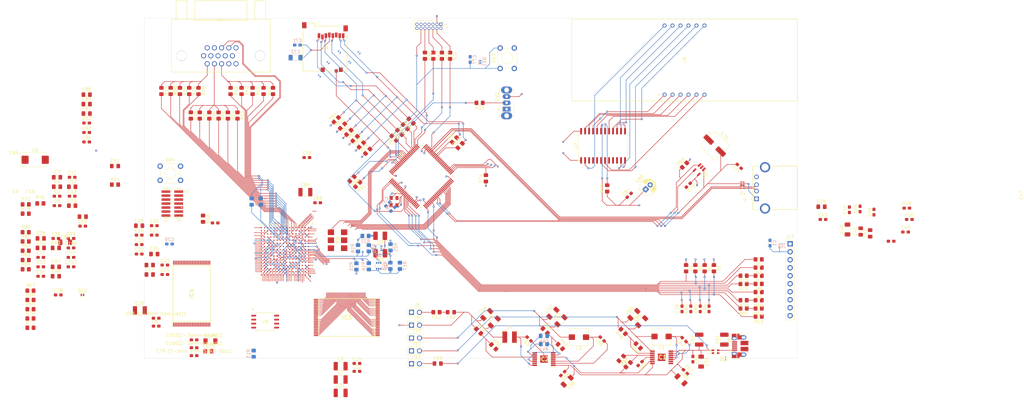
<source format=kicad_pcb>
(kicad_pcb (version 20241229) (generator "pcbnew") (generator_version "9.0")
  (title_block (title "DPG3") (date "2025-09-24") (rev "0"))
  (layers (0 "F.Cu" signal "SIG_TOP") (4 "In1.Cu" signal "GND_1") (6 "In2.Cu" signal "SIG_MID_1") (8 "In3.Cu" signal "SIG_MID_2") (10 "In4.Cu" signal "PWR") (2 "B.Cu" signal "SIG_BOT") (13 "F.Paste" user) (15 "B.Paste" user) (5 "F.SilkS" user "F.Silkscreen") (7 "B.SilkS" user "B.Silkscreen") (1 "F.Mask" user) (3 "B.Mask" user) (25 "Edge.Cuts" user))
  (net 0 "")
  (net 1 "GND")
  (net 2 "+3V3")
  (net 3 "+1V8")
  (net 4 "+1V0")
  (net 5 "Net-(U1D-VCCADC_0)")
  (net 6 "Net-(U2-PH0)")
  (net 7 "Net-(U2-PH1)")
  (net 8 "Net-(U2-VCAP)")
  (net 9 "Net-(D4-A2)")
  (net 10 "Net-(IC1-EN)")
  (net 11 "Net-(IC1-SS)")
  (net 12 "Net-(IC2-SW1)")
  (net 13 "Net-(IC2-VBST1)")
  (net 14 "Net-(IC1-VREG5)")
  (net 15 "Net-(IC1-VBST)")
  (net 16 "Net-(IC1-SW1)")
  (net 17 "Net-(IC2-SW2)")
  (net 18 "Net-(IC2-VBST2)")
  (net 19 "Net-(IC2-VREG5)")
  (net 20 "Net-(IC1-VO)")
  (net 21 "Net-(C52-Pad1)")
  (net 22 "+5V")
  (net 23 "/MCU/PA9_OTG_HS_VBUS")
  (net 24 "Net-(C69-Pad1)")
  (net 25 "Net-(D11-K)")
  (net 26 "Net-(FB3-Pad1)")
  (net 27 "Net-(IC4-I{slash}O11)")
  (net 28 "Net-(D2-A)")
  (net 29 "Net-(D2-K)")
  (net 30 "Net-(D3-K)")
  (net 31 "Net-(D3-A)")
  (net 32 "Net-(FB2-Pad2)")
  (net 34 "Net-(IC1-VFB)")
  (net 35 "Net-(IC1-PG)")
  (net 36 "Net-(IC2-EN2)")
  (net 37 "Net-(IC2-VFB2)")
  (net 39 "Net-(IC2-VFB1)")
  (net 40 "Net-(IC3-I{slash}O3)")
  (net 41 "Net-(IC3-I{slash}O11)")
  (net 42 "Net-(IC3-A4)")
  (net 43 "/FPGA/A_Bank14&15/LB")
  (net 44 "Net-(IC3-A12)")
  (net 45 "/FPGA/A_Bank14&15/CE")
  (net 46 "Net-(IC3-I{slash}O5)")
  (net 47 "Net-(IC4-I{slash}O12)")
  (net 48 "/FPGA/A_Bank14&15/WE")
  (net 49 "Net-(IC3-A9)")
  (net 50 "Net-(IC3-A8)")
  (net 53 "Net-(IC3-A14)")
  (net 54 "Net-(IC3-I{slash}O12)")
  (net 55 "Net-(IC3-A6)")
  (net 56 "Net-(IC3-A1)")
  (net 57 "Net-(IC3-A2)")
  (net 58 "Net-(IC3-A19)")
  (net 59 "Net-(IC3-I{slash}O14)")
  (net 60 "Net-(IC3-A15)")
  (net 61 "Net-(IC3-A13)")
  (net 62 "Net-(IC3-A10)")
  (net 63 "Net-(IC3-I{slash}O0)")
  (net 64 "Net-(IC3-I{slash}O4)")
  (net 65 "Net-(IC3-A16)")
  (net 66 "Net-(IC3-A5)")
  (net 67 "Net-(IC3-A7)")
  (net 68 "Net-(IC3-A11)")
  (net 69 "Net-(IC3-I{slash}O10)")
  (net 70 "Net-(IC3-I{slash}O6)")
  (net 71 "Net-(IC3-I{slash}O15)")
  (net 72 "Net-(IC3-I{slash}O8)")
  (net 73 "Net-(IC3-I{slash}O9)")
  (net 74 "Net-(IC3-A18)")
  (net 75 "Net-(IC3-I{slash}O13)")
  (net 76 "/FPGA/A_Bank14&15/A20")
  (net 77 "Net-(IC3-I{slash}O1)")
  (net 78 "Net-(IC3-I{slash}O2)")
  (net 79 "Net-(IC3-A3)")
  (net 80 "Net-(IC3-A0)")
  (net 81 "/FPGA/A_Bank14&15/UB")
  (net 82 "Net-(IC3-I{slash}O7)")
  (net 83 "/FPGA/A_Bank14&15/OE")
  (net 84 "Net-(IC3-A17)")
  (net 86 "Net-(U1C-TDO_0)")
  (net 87 "Net-(U1C-TCK_0)")
  (net 88 "Net-(U1C-TDI_0)")
  (net 89 "Net-(U1C-TMS_0)")
  (net 93 "Net-(J3-JTMS{slash}SWDIO)")
  (net 97 "Net-(J3-JTDO{slash}SWO)")
  (net 99 "Net-(J3-JCLK{slash}SWCLK)")
  (net 100 "Net-(J3-JTDI{slash}NC)")
  (net 102 "/FPGA/HSYNC")
  (net 104 "BGND")
  (net 105 "/VGA/RED")
  (net 106 "RGND")
  (net 107 "/FPGA/VSYNC")
  (net 108 "/VGA/Empty")
  (net 109 "GGND")
  (net 110 "/VGA/GREEN")
  (net 112 "/VGA/BLUE")
  (net 118 "Net-(IC4-A8)")
  (net 119 "Net-(Q1A-B1)")
  (net 120 "Net-(Q2A-B1)")
  (net 121 "/MCU/PE3_LPGPIO1_P15")
  (net 122 "/MCU/PE2_LPGPIO1_P14")
  (net 123 "/MCU/PA6_LPGPIO1_P2")
  (net 124 "/MCU/PA3_LPGPIO1_P1")
  (net 125 "Net-(J13-Pin_10)")
  (net 126 "Net-(J13-Pin_4)")
  (net 127 "Net-(J13-Pin_8)")
  (net 128 "/MCU/PC0_ADC1_IN1")
  (net 129 "/MCU/PC1_ADC1_IN2")
  (net 130 "Net-(J13-Pin_9)")
  (net 131 "Net-(J13-Pin_3)")
  (net 132 "/MCU/PC2_ADC1_IN3")
  (net 133 "Net-(J13-Pin_5)")
  (net 134 "/MCU/PC3_ADC1_IN4")
  (net 135 "Net-(J13-Pin_6)")
  (net 136 "Net-(J13-Pin_7)")
  (net 137 "Net-(U1C-CCLK_0)")
  (net 138 "/FPGA/A_Bank14&15/CLK side")
  (net 139 "/FPGA/FPGA_PROGRAM_B")
  (net 140 "/FPGA/FPGA_DONE_0")
  (net 141 "Net-(U2-PH3)")
  (net 142 "Net-(SW2-B)")
  (net 143 "Net-(U2-PA13)")
  (net 144 "Net-(U2-PA14)")
  (net 145 "Net-(U2-PA15)")
  (net 146 "Net-(U2-PB3)")
  (net 147 "/VGA/R4")
  (net 148 "/VGA/R3")
  (net 149 "/VGA/R2")
  (net 150 "/VGA/R1")
  (net 151 "/VGA/R0")
  (net 152 "/VGA/G5")
  (net 153 "/VGA/G4")
  (net 154 "/VGA/G3")
  (net 155 "/VGA/G2")
  (net 156 "/VGA/G1")
  (net 157 "/VGA/G0")
  (net 158 "/VGA/B4")
  (net 159 "/VGA/B3")
  (net 160 "/VGA/B2")
  (net 161 "/VGA/B1")
  (net 162 "/VGA/B0")
  (net 163 "/MCU/PC8_SDMMC1_D0")
  (net 164 "/MCU/PC9_SDMMC1_D1")
  (net 165 "/MCU/PC10_SDMMC1_D2")
  (net 166 "/MCU/PC11_SDMMC1_D3")
  (net 167 "/MCU/PD2_SDMMC1_CMD")
  (net 168 "/MCU/PC12_SDMMC1_CK")
  (net 169 "/MCU/PB0_LPGPIO1_P9")
  (net 170 "Net-(IC4-I{slash}O3)")
  (net 171 "Net-(IC4-A16)")
  (net 172 "Net-(IC4-I{slash}O0)")
  (net 173 "Net-(IC4-A6)")
  (net 174 "Net-(IC4-A13)")
  (net 175 "Net-(IC4-I{slash}O5)")
  (net 176 "Net-(IC4-A7)")
  (net 177 "Net-(IC4-I{slash}O1)")
  (net 178 "/7_segment_led+IC/LED_CS")
  (net 179 "Net-(U7-ISET)")
  (net 180 "Net-(U1A-IO_L2N_T0_D03_14)")
  (net 181 "Net-(U1A-IO_L2P_T0_D02_14)")
  (net 182 "Net-(U1A-IO_L6P_T0_FCS_B_14)")
  (net 183 "/FPGA/OSPI CS")
  (net 184 "Net-(U1B-IO_L24P_T3_35)")
  (net 185 "Net-(U1B-IO_25_35)")
  (net 186 "Net-(U2-PB6)")
  (net 187 "Net-(U2-PB7)")
  (net 188 "Net-(IC4-A15)")
  (net 190 "Net-(IC4-CS#)")
  (net 191 "Net-(IC4-LB#)")
  (net 192 "Net-(IC4-A5)")
  (net 195 "Net-(IC4-A3)")
  (net 200 "/FPGA/OSPI 3")
  (net 203 "Net-(IC4-A4)")
  (net 204 "/FPGA/OSPI 4")
  (net 205 "Net-(IC4-A2)")
  (net 207 "Net-(IC4-I{slash}O6)")
  (net 208 "Net-(IC4-A11)")
  (net 210 "Net-(IC4-A9)")
  (net 211 "Net-(IC4-A17)")
  (net 213 "Net-(IC4-I{slash}O8)")
  (net 217 "Net-(IC4-A20)")
  (net 219 "Net-(IC4-WE#)")
  (net 221 "Net-(IC4-I{slash}O10)")
  (net 222 "/FPGA/OSPI 7")
  (net 224 "Net-(IC4-I{slash}O13)")
  (net 228 "Net-(IC4-A10)")
  (net 229 "Net-(IC4-I{slash}O7)")
  (net 230 "Net-(IC4-I{slash}O4)")
  (net 233 "Net-(IC4-OE#)")
  (net 234 "Net-(IC4-A12)")
  (net 239 "Net-(IC4-A19)")
  (net 241 "Net-(IC4-I{slash}O9)")
  (net 242 "Net-(IC4-I{slash}O15)")
  (net 243 "Net-(IC4-UB#)")
  (net 248 "Net-(IC4-I{slash}O2)")
  (net 249 "Net-(IC4-A14)")
  (net 251 "Net-(U1A-IO_L1P_T0_D00_MOSI_14)")
  (net 253 "Net-(IC4-A1)")
  (net 255 "Net-(U1A-IO_L1N_T0_D01_DIN_14)")
  (net 256 "Net-(IC4-A0)")
  (net 259 "/FPGA/OSPI CLK")
  (net 261 "Net-(U1B-IO_L12P_T1_MRCC_35)")
  (net 262 "Net-(IC4-I{slash}O14)")
  (net 263 "/FPGA/OSPI 6")
  (net 267 "unconnected-(U1B-IO_L13N_T2_MRCC_35-PadE5)")
  (net 270 "Net-(IC4-A18)")
  (net 271 "Net-(J8-Pad2)")
  (net 273 "/FPGA/OSPI 0")
  (net 274 "/FPGA/OSPI 2")
  (net 275 "+3.3VA")
  (net 283 "/FPGA/OSPI 1")
  (net 284 "/FPGA/OSPI 5")
  (net 297 "/7_segment_led+IC/LED_MOSI")
  (net 309 "/7_segment_led+IC/LED_MISO")
  (net 315 "/MCU/PB1_LPGPIO1_P3")
  (net 321 "/7_segment_led+IC/LED_CLK")
  (net 333 "Net-(U7-DIG_2)")
  (net 335 "Net-(U7-SEG_DP)")
  (net 336 "/7_segment_led+IC/SEGE (1)")
  (net 338 "Net-(U7-DIG_1)")
  (net 340 "/7_segment_led+IC/SEGD(2)")
  (net 341 "/7_segment_led+IC/SEGG (5)")
  (net 342 "/7_segment_led+IC/SEGF (10)")
  (net 343 "/7_segment_led+IC/SEGA (11)")
  (net 344 "Net-(U7-DIG_3)")
  (net 345 "Net-(U7-DIG_0)")
  (net 347 "/7_segment_led+IC/SEGC (4)")
  (net 348 "/7_segment_led+IC/SEGB (7)")
  (net 351 "Net-(U1C-INIT_B_0)")
  (net 352 "Net-(J6-DAT0)")
  (net 353 "Net-(J6-CD{slash}DAT3)")
  (net 354 "Net-(J6-DAT2)")
  (net 355 "Net-(J6-DAT1)")
  (net 356 "Net-(J6-CLK)")
  (net 357 "Net-(J6-CMD)")
  (net 358 "/MCU/OTG_HS_D+")
  (net 359 "/MCU/OTG_HS_D-")
  (net 360 "/MCU/PB4_LPGPIO1_P12")
  (net 362 "Net-(R7-Pad2)")
  (net 363 "Net-(R73-Pad1)")
  (net 364 "Net-(R10-Pad2)")
  (net 365 "Net-(R11-Pad2)")
  (footprint "Resistor_SMD:R_0805_2012Metric_Pad1.20x1.40mm_HandSolder" (layer "F.Cu") (at 125.4 62 45)
    (property "Reference" "R59")
    (property "Value" "10k")
  )
  (footprint "Capacitor_SMD:C_0805_2012Metric_Pad1.18x1.45mm_HandSolder" (layer "F.Cu") (at 285.25 88.125 90)
    (property "Reference" "C42")
    (property "Value" "1μF")
  )
  (footprint "Resistor_SMD:R_0805_2012Metric_Pad1.20x1.40mm_HandSolder" (layer "F.Cu") (at 235.55 99.2 -90)
    (property "Reference" "R1")
    (property "Value" "10k")
  )
  (footprint "Capacitor_SMD:C_0603_1608Metric_Pad1.08x0.95mm_HandSolder" (layer "F.Cu") (at 30.9925 92.74)
    (property "Reference" "C100")
    (property "Value" "0.47µF")
  )
  (footprint "Diode_SMD:D_SOD-923" (layer "F.Cu") (at 239.27 127.91 90)
    (property "Reference" "D4")
    (property "Value" "ESD_5V")
  )
  (footprint "Capacitor_SMD:C_0603_1608Metric_Pad1.08x0.95mm_HandSolder" (layer "F.Cu") (at 228.2 112.1375 90)
    (property "Reference" "C84")
    (property "Value" "100nF")
  )
  (footprint "Capacitor_SMD:C_0603_1608Metric_Pad1.08x0.95mm_HandSolder" (layer "F.Cu") (at 212.07 129.53 -135)
    (property "Reference" "C59")
    (property "Value" "3.3.n")
  )
  (footprint "Capacitor_SMD:C_0603_1608Metric_Pad1.08x0.95mm_HandSolder" (layer "F.Cu") (at 297.7325 83.6875)
    (property "Reference" "C50")
    (property "Value" "100nF")
  )
  (footprint "Capacitor_SMD:C_0603_1608Metric_Pad1.08x0.95mm_HandSolder" (layer "F.Cu") (at 21.3725 98.76)
    (property "Reference" "C33")
    (property "Value" "0.47µF")
  )
  (footprint "Resistor_SMD:R_0805_2012Metric_Pad1.20x1.40mm_HandSolder" (layer "F.Cu") (at 249.8 104.2 180)
    (property "Reference" "R8")
    (property "Value" "100")
  )
  (footprint "Resistor_SMD:R_0805_2012Metric_Pad1.20x1.40mm_HandSolder" (layer "F.Cu") (at 77.965175 50.616175 -90)
    (property "Reference" "R35")
    (property "Value" "2.21k")
  )
  (footprint "Resistor_SMD:R_0805_2012Metric_Pad1.20x1.40mm_HandSolder" (layer "F.Cu") (at 153 58.4 45)
    (property "Reference" "R54")
    (property "Value" "R")
  )
  (footprint "Project_Footprints:SOP65P640X120-15N" (layer "F.Cu") (at 181.47 128.13 180)
    (property "Reference" "IC2")
    (property "Value" "TPS54294PWPR" (hide yes))
  )
  (footprint "Connector_PinHeader_1.27mm:PinHeader_2x07_P1.27mm_Vertical" (layer "F.Cu") (at 148.68 21.6 -90)
    (property "Reference" "J3")
    (property "Value" "Conn_ST_STDC14")
  )
  (footprint "Project_Footprints:COM-11405_SPK" (layer "F.Cu") (at 219.85 44 90)
    (property "Reference" "U8")
    (property "Value" "COM-11405")
  )
  (footprint "Resistor_SMD:R_0805_2012Metric_Pad1.20x1.40mm_HandSolder" (layer "F.Cu") (at 71.965175 50.616175 -90)
    (property "Reference" "R37")
    (property "Value" "8.87k")
  )
  (footprint "Capacitor_SMD:C_1206_3216Metric_Pad1.33x1.80mm_HandSolder" (layer "F.Cu") (at 210.07 113.93 45)
    (property "Reference" "C66")
    (property "Value" "22u")
  )
  (footprint "Capacitor_SMD:C_1210_3225Metric_Pad1.33x2.70mm_HandSolder" (layer "F.Cu") (at 116.79 138.875)
    (property "Reference" "C21")
    (property "Value" "47µF")
  )
  (footprint "Capacitor_SMD:C_0603_1608Metric_Pad1.08x0.95mm_HandSolder" (layer "F.Cu") (at 225.4 112.1375 90)
    (property "Reference" "C79")
    (property "Value" "100nF")
  )
  (footprint "Capacitor_SMD:C_0603_1608Metric_Pad1.08x0.95mm_HandSolder" (layer "F.Cu") (at 176.745 121.73 135)
    (property "Reference" "C63")
    (property "Value" "100n")
  )
  (footprint "Resistor_SMD:R_0805_2012Metric_Pad1.20x1.40mm_HandSolder" (layer "F.Cu") (at 208.27 129.93 45)
    (property "Reference" "R46")
    (property "Value" "100k")
  )
  (footprint "Package_QFP:LQFP-100_14x14mm_P0.5mm" (layer "F.Cu") (at 142.5 70 45)
    (property "Reference" "U2")
    (property "Value" "STM32U595VJTx")
  )
  (footprint "Capacitor_SMD:C_0603_1608Metric_Pad1.08x0.95mm_HandSolder" (layer "F.Cu") (at 121.97 132.015)
    (property "Reference" "C32")
    (property "Value" "100nF")
  )
  (footprint "Resistor_SMD:R_0805_2012Metric_Pad1.20x1.40mm_HandSolder" (layer "F.Cu") (at 119.4 56 45)
    (property "Reference" "R62")
    (property "Value" "10k")
  )
  (footprint "Project_Footprints:XLH730003580000I" (layer "F.Cu") (at 115.8 90.3 90)
    (property "Reference" "Y2")
    (property "Value" "XLH736025.175000I" (hide yes))
  )
  (footprint "Resistor_SMD:R_0805_2012Metric_Pad1.20x1.40mm_HandSolder" (layer "F.Cu") (at 245 109.4 180)
    (property "Reference" "R79")
    (property "Value" "10k")
  )
  (footprint "Capacitor_SMD:C_0805_2012Metric_Pad1.18x1.45mm_HandSolder" (layer "F.Cu") (at 21.3725 92.74)
    (property "Reference" "C30")
    (property "Value" "4.7µF")
  )
  (footprint "Resistor_SMD:R_0805_2012Metric_Pad1.20x1.40mm_HandSolder" (layer "F.Cu") (at 149 31.6 -90)
    (property "Reference" "R25")
    (property "Value" "47")
  )
  (footprint "Capacitor_Tantalum_SMD:CP_EIA-7343-31_Kemet-D_HandSolder" (layer "F.Cu") (at 19.6 64.7)
    (property "Reference" "C6")
    (property "Value" "330µF")
  )
  (footprint "Resistor_SMD:R_0805_2012Metric_Pad1.20x1.40mm_HandSolder" (layer "F.Cu") (at 163 70.6 90)
    (property "Reference" "R74")
    (property "Value" "10k")
  )
  (footprint "Capacitor_SMD:C_0805_2012Metric_Pad1.18x1.45mm_HandSolder" (layer "F.Cu") (at 34.73 82.8)
    (property "Reference" "C9")
    (property "Value" "4.7µF")
  )
  (footprint "Capacitor_SMD:C_0603_1608Metric_Pad1.08x0.95mm_HandSolder" (layer "F.Cu") (at 291.9325 90.6175)
    (property "Reference" "C47")
    (property "Value" "100nF")
  )
  (footprint "Project_Footprints:CONN_L77HDE15SD1CH4F_AMP" (layer "F.Cu") (at 78.665175 20.194825)
    (property "Reference" "J4")
    (property "Value" "DE15_Socket_HighDensity_MountingHoles")
  )
  (footprint "Inductor_SMD:L_CommonModeChoke_Coilcraft_0805USB" (layer "F.Cu") (at 236.07 125.77 -90)
    (property "Reference" "L1")
    (property "Value" "L_Iron_Coupled")
  )
  (footprint "Capacitor_SMD:C_0805_2012Metric_Pad1.18x1.45mm_HandSolder" (layer "F.Cu") (at 57.4925 94.7)
    (property "Reference" "C35")
    (property "Value" "1µF")
  )
  (footprint "Resistor_SMD:R_0805_2012Metric_Pad1.20x1.40mm_HandSolder" (layer "F.Cu") (at 123.4 60 45)
    (property "Reference" "R60")
    (property "Value" "10k")
  )
  (footprint "Capacitor_SMD:C_0603_1608Metric_Pad1.08x0.95mm_HandSolder" (layer "F.Cu") (at 121.97 129.505)
    (property "Reference" "C14")
    (property "Value" "0.1µF")
  )
  (footprint "Resistor_SMD:R_0805_2012Metric_Pad1.20x1.40mm_HandSolder" (layer "F.Cu") (at 16.5925 87.75)
    (property "Reference" "R80")
    (property "Value" "47K")
  )
  (footprint "Capacitor_SMD:C_0603_1608Metric_Pad1.08x0.95mm_HandSolder" (layer "F.Cu") (at 60.8575 98.2)
    (property "Reference" "C23")
    (property "Value" "0.47µF")
  )
  (footprint "Capacitor_SMD:C_1206_3216Metric_Pad1.33x1.80mm_HandSolder" (layer "F.Cu") (at 184.32 113.53 45)
    (property "Reference" "C52")
    (property "Value" "22u")
  )
  (footprint "Capacitor_SMD:C_1206_3216Metric_Pad1.33x1.80mm_HandSolder" (layer "F.Cu") (at 75.3425 122.42)
    (property "Reference" "C104")
    (property "Value" "10µF")
  )
  (footprint "Resistor_SMD:R_0805_2012Metric_Pad1.20x1.40mm_HandSolder" (layer "F.Cu") (at 181.87 119.13 -45)
    (property "Reference" "R44")
    (property "Value" "30.1k")
  )
  (footprint "Capacitor_SMD:C_0603_1608Metric_Pad1.08x0.95mm_HandSolder" (layer "F.Cu") (at 35.980562 59.03)
    (property "Reference" "C94")
    (property "Value" "0.47µF")
  )
  (footprint "Capacitor_SMD:C_1206_3216Metric_Pad1.33x1.80mm_HandSolder" (layer "F.Cu") (at 163.27 113.93 45)
    (property "Reference" "C69")
    (property "Value" "22u")
  )
  (footprint "Inductor_SMD:L_0805_2012Metric_Pad1.15x1.40mm_HandSolder" (layer "F.Cu") (at 147.67 129.53)
    (property "Reference" "FB3")
    (property "Value" "FerriteBead")
  )
  (footprint "Resistor_SMD:R_0805_2012Metric_Pad1.20x1.40mm_HandSolder" (layer "F.Cu") (at 115.4 52 45)
    (property "Reference" "R64")
    (property "Value" "10k")
  )
  (footprint "Capacitor_SMD:C_0603_1608Metric_Pad1.08x0.95mm_HandSolder" (layer "F.Cu") (at 270.2575 83.6875)
    (property "Reference" "C43")
    (property "Value" "100nF")
  )
  (footprint "Resistor_SMD:R_0805_2012Metric_Pad1.20x1.40mm_HandSolder" (layer "F.Cu") (at 16.5925 93.65)
    (property "Reference" "R82")
    (property "Value" "47K")
  )
  (footprint "Resistor_SMD:R_0805_2012Metric_Pad1.20x1.40mm_HandSolder" (layer "F.Cu") (at 16.5925 81.85)
    (property "Reference" "R78")
    (property "Value" "2.4k")
  )
  (footprint "Capacitor_SMD:C_0603_1608Metric_Pad1.08x0.95mm_HandSolder" (layer "F.Cu") (at 31.365 70.27)
    (property "Reference" "C11")
    (property "Value" "0.47µF")
  )
  (footprint "Resistor_SMD:R_0805_2012Metric_Pad1.20x1.40mm_HandSolder" (layer "F.Cu") (at 186.67 124.13 -45)
    (property "Reference" "R45")
    (property "Value" "22.1k")
  )
  (footprint "Capacitor_SMD:C_0603_1608Metric_Pad1.08x0.95mm_HandSolder" (layer "F.Cu") (at 286.47 81.35 90)
    (property "Reference" "C46")
    (property "Value" "100nF")
  )
  (footprint "Project_Footprints:OSCCC320X250X60N" (layer "F.Cu") (at 133.8 78)
    (property "Reference" "Y1")
    (property "Value" "48MHz")
  )
  (footprint "LED_SMD:LED_1210_3225Metric_Pad1.42x2.65mm_HandSolder" (layer "F.Cu") (at 129.3875 94.4613 180)
    (property "Reference" "D2")
    (property "Value" "YLED")
  )
  (footprint "Capacitor_SMD:C_0603_1608Metric_Pad1.08x0.95mm_HandSolder" (layer "F.Cu") (at 57.4925 88.68)
    (property "Reference" "C27")
    (property "Value" "0.47µF")
  )
  (footprint "Resistor_SMD:R_0805_2012Metric_Pad1.20x1.40mm_HandSolder" (layer "F.Cu") (at 18.0925 109.3)
    (property "Reference" "R68")
    (property "Value" "47K")
  )
  (footprint "Resistor_SMD:R_0805_2012Metric_Pad1.20x1.40mm_HandSolder" (layer "F.Cu") (at 165.47 124.222893 -45)
    (property "Reference" "R51")
    (property "Value" "22.1k")
  )
  (footprint "Capacitor_SMD:C_0603_1608Metric_Pad1.08x0.95mm_HandSolder" (layer "F.Cu") (at 106.0375 64)
    (property "Reference" "C76")
    (property "Value" "100nF")
  )
  (footprint "Capacitor_SMD:C_0603_1608Metric_Pad1.08x0.95mm_HandSolder" (layer "F.Cu") (at 296.5325 87.6875)
    (property "Reference" "C48")
    (property "Value" "100nF")
  )
  (footprint "Project_Footprints:HARWIN_M20-9990246" (layer "F.Cu") (at 140.6 113.24)
    (property "Reference" "J8")
    (property "Value" "M20-9990246")
  )
  (footprint "Capacitor_SMD:C_0603_1608Metric_Pad1.08x0.95mm_HandSolder" (layer "F.Cu") (at 278.65 80.6125 90)
    (property "Reference" "C44")
    (property "Value" "100nF")
  )
  (footprint "Capacitor_SMD:C_0603_1608Metric_Pad1.08x0.95mm_HandSolder" (layer "F.Cu") (at 227.4 72.8 -135)
    (property "Reference" "C73")
    (property "Value" "0.1μF")
  )
  (footprint "Project_Footprints:HARWIN_M20-9990246" (layer "F.Cu") (at 140.6 125.51)
    (property "Reference" "J11")
    (property "Value" "M20-9990246")
  )
  (footprint "Capacitor_SMD:C_0603_1608Metric_Pad1.08x0.95mm_HandSolder" (layer "F.Cu") (at 282.05 80.35 90)
    (property "Reference" "C45")
    (property "Value" "100nF")
  )
  (footprint "Resistor_SMD:R_0805_2012Metric_Pad1.20x1.40mm_HandSolder" (layer "F.Cu") (at 83.965175 50.616175 -90)
    (property "Reference" "R33")
    (property "Value" "549")
  )
  (footprint "Capacitor_SMD:C_1206_3216Metric_Pad1.33x1.80mm_HandSolder" (layer "F.Cu") (at 29.15 90.95)
    (property "Reference" "C82")
    (property "Value" "10µF")
  )
  (footprint "Capacitor_SMD:C_0603_1608Metric_Pad1.08x0.95mm_HandSolder" (layer "F.Cu") (at 187.47 132.73 -135)
    (property "Reference" "C58")
    (property "Value" "100n")
  )
  (footprint "Capacitor_SMD:C_0603_1608Metric_Pad1.08x0.95mm_HandSolder" (layer "F.Cu") (at 26.555 79.3)
    (property "Reference" "C8")
    (property "Value" "0.47µF")
  )
  (footprint "Capacitor_SMD:C_0805_2012Metric_Pad1.18x1.45mm_HandSolder" (layer "F.Cu") (at 282.25 87.525 90)
    (property "Reference" "C41")
    (property "Value" "1μF")
  )
  (footprint "Capacitor_SMD:C_0805_2012Metric_Pad1.18x1.45mm_HandSolder" (layer "F.Cu") (at 26.555 73.28)
    (property "Reference" "C4")
    (property "Value" "4.7µF")
  )
  (footprint "Capacitor_SMD:C_0603_1608Metric_Pad1.08x0.95mm_HandSolder" (layer "F.Cu") (at 57.4925 85.67)
    (property "Reference" "C25")
    (property "Value" "0.47µF")
  )
  (footprint "Capacitor_SMD:C_0805_2012Metric_Pad1.18x1.45mm_HandSolder" (layer "F.Cu") (at 56.0475 101.21)
    (property "Reference" "C17")
    (property "Value" "4.7µF")
  )
  (footprint "Capacitor_SMD:C_0603_1608Metric_Pad1.08x0.95mm_HandSolder" (layer "F.Cu") (at 208.6 76 45)
    (property "Reference" "C81")
    (property "Value" "0.1µF ceramic")
  )
  (footprint "Capacitor_SMD:C_0603_1608Metric_Pad1.08x0.95mm_HandSolder" (layer "F.Cu") (at 70.1625 127.02)
    (property "Reference" "C79 (2-3mm from SRAM Vdd)1")
    (property "Value" "0.1µF")
  )
  (footprint "Capacitor_SMD:C_0805_2012Metric_Pad1.18x1.45mm_HandSolder" (layer "F.Cu") (at 31.365 73.28)
    (property "Reference" "C12")
    (property "Value" "4.7µF")
  )
  (footprint "Capacitor_SMD:C_0603_1608Metric_Pad1.08x0.95mm_HandSolder" (layer "F.Cu") (at 31.365 76.29)
    (property "Reference" "C13")
    (property "Value" "0.47µF")
  )
  (footprint "Capacitor_SMD:C_0603_1608Metric_Pad1.08x0.95mm_HandSolder" (layer "F.Cu") (at 52.6825 88.68)
    (property "Reference" "C19")
    (property "Value" "0.47µF")
  )
  (footprint "Capacitor_SMD:C_0805_2012Metric_Pad1.18x1.45mm_HandSolder" (layer "F.Cu") (at 26.1825 101.77)
    (property "Reference" "C98")
    (property "Value" "4.7µF")
  )
  (footprint "Capacitor_SMD:C_0603_1608Metric_Pad1.08x0.95mm_HandSolder" (layer "F.Cu") (at 26.1825 89.73)
    (property "Reference" "C36")
    (property "Value" "0.47µF")
  )
  (footprint "Resistor_SMD:R_0805_2012Metric_Pad1.20x1.40mm_HandSolder" (layer "F.Cu") (at 245 112 180)
    (property "Reference" "R87")
    (property "Value" "10k")
  )
  (footprint "Capacitor_SMD:C_0603_1608Metric_Pad1.08x0.95mm_HandSolder" (layer "F.Cu") (at 231.2 112.1375 90)
    (property "Reference" "C85")
    (property "Value" "100nF")
  )
  (footprint "Capacitor_SMD:C_0805_2012Metric_Pad1.18x1.45mm_HandSolder" (layer "F.Cu") (at 35.980562 43.98)
    (property "Reference" "C88")
    (property "Value" "1µF")
  )
  (footprint "Resistor_SMD:R_0805_2012Metric_Pad1.20x1.40mm_HandSolder" (layer "F.Cu") (at 21.2425 78.6)
    (property "Reference" "R76")
    (property "Value" "4.7k")
  )
  (footprint "Project_Footprints:MEM20520019500A" (layer "F.Cu") (at 111.8 28.83 180)
    (property "Reference" "J6")
    (property "Value" "MEM2052-00-195-00-A" (hide yes))
  )
  (footprint "Capacitor_SMD:C_0603_1608Metric_Pad1.08x0.95mm_HandSolder" (layer "F.Cu") (at 35.980562 53.01)
    (property "Reference" "C92")
    (property "Value" "0.47µF")
  )
  (footprint "Resistor_SMD:R_0805_2012Metric_Pad1.20x1.40mm_HandSolder" (layer "F.Cu") (at 18.0925 106.35)
    (property "Reference" "R67")
    (property "Value" "47K")
  )
  (footprint "Resistor_SMD:R_0805_2012Metric_Pad1.20x1.40mm_HandSolder" (layer "F.Cu") (at 211.47 123.93 135)
    (property "Reference" "R48")
    (property "Value" "6.81k")
  )
  (footprint "Resistor_SMD:R_0805_2012Metric_Pad1.20x1.40mm_HandSolder" (layer "F.Cu") (at 143.6 31.6 -90)
    (property "Reference" "R26")
    (property "Value" "47")
  )
  (footprint "Resistor_SMD:R_0805_2012Metric_Pad1.20x1.40mm_HandSolder" (layer "F.Cu") (at 120.4 70.8 -135)
    (property "Reference" "R90")
    (property "Value" "100")
  )
  (footprint "Inductor_SMD:L_0805_2012Metric_Pad1.15x1.40mm_HandSolder" (layer "F.Cu") (at 151.87 113.2 180)
    (property "Reference" "FB2")
    (property "Value" "FerriteBead")
  )
  (footprint "Capacitor_SMD:C_1206_3216Metric_Pad1.33x1.80mm_HandSolder" (layer "F.Cu") (at 188.87 135.13 -135)
    (property "Reference" "C56")
    (property "Value" "10u")
  )
  (footprint "Resistor_SMD:R_0805_2012Metric_Pad1.20x1.40mm_HandSolder" (layer "F.Cu") (at 16.5925 99.55)
    (property "Reference" "R84")
    (property "Value" "47K")
  )
  (footprint "Resistor_SMD:R_0805_2012Metric_Pad1.20x1.40mm_HandSolder" (layer "F.Cu") (at 146.25 31.6 -90)
    (property "Reference" "R27")
    (property "Value" "47")
  )
  (footprint "Capacitor_SMD:C_0805_2012Metric_Pad1.18x1.45mm_HandSolder" (layer "F.Cu") (at 74.7425 125.6)
    (property "Reference" "C105")
    (property "Value" "1µF")
  )
  (footprint "Resistor_SMD:R_0805_2012Metric_Pad1.20x1.40mm_HandSolder" (layer "F.Cu") (at 18.0925 112.25)
    (property "Reference" "R69")
    (property "Value" "47K")
  )
  (footprint "Resistor_SMD:R_0805_2012Metric_Pad1.20x1.40mm_HandSolder" (layer "F.Cu") (at 226.7 99.2 -90)
    (property "Reference" "R4")
    (property "Value" "10k")
  )
  (footprint "Package_BGA:Xilinx_FTG256" (layer "F.Cu") (at 99.071938 93.8 -90)
    (property "Reference" "U1" (hide yes))
    (property "Value" "XC7A100T-FTG256")
  )
  (footprint "Capacitor_SMD:C_0603_1608Metric_Pad1.08x0.95mm_HandSolder" (layer "F.Cu") (at 200.01012 121.73988 135)
    (property "Reference" "C60")
    (property "Value" "100n")
  )
  (footprint "Capacitor_SMD:C_1206_3216Metric_Pad1.33x1.80mm_HandSolder" (layer "F.Cu") (at 165.67 116.33 45)
    (property "Reference" "C70")
    (property "Value" "22u")
  )
  (footprint "Capacitor_SMD:C_0603_1608Metric_Pad1.08x0.95mm_HandSolder" (layer "F.Cu") (at 226.07 121.93 135)
    (property "Reference" "C62")
    (property "Value" "100n")
  )
  (footprint "Capacitor_SMD:C_0603_1608Metric_Pad1.08x0.95mm_HandSolder" (layer "F.Cu") (at 243.6 66.8 135)
    (property "Reference" "C74")
    (property "Value" "0.1µF")
  )
  (footprint "Resistor_SMD:R_0805_2012Metric_Pad1.20x1.40mm_HandSolder" (layer "F.Cu") (at 135.6 56 135)
    (property "Reference" "R58")
    (property "Value" "R")
  )
  (footprint "Resistor_SMD:R_0805_2012Metric_Pad1.20x1.40mm_HandSolder" (layer "F.Cu") (at 249.8 114.6 180)
    (property "Reference" "R12")
    (property "Value" "100")
  )
  (footprint "Capacitor_THT:CP_Radial_D5.0mm_P2.00mm" (layer "F.Cu") (at 213.848523 74.107107 45)
    (property "Reference" "C80")
    (property "Value" "10µF electrolytic")
  )
  (footprint "Connector_USB:USB_Micro-B_Amphenol_10103594-0001LF_Horizontal" (layer "F.Cu") (at 243.885 123.945 90)
    (property "Reference" "J5")
    (property "Value" "USB_B_Micro")
  )
  (footprint "Capacitor_SMD:C_0805_2012Metric_Pad1.18x1.45mm_HandSolder" (layer "F.Cu") (at 56.0475 98.2)
    (property "Reference" "C16")
    (property "Value" "4.7µF")
  )
  (footprint "Capacitor_SMD:C_0603_1608Metric_Pad1.08x0.95mm_HandSolder" (layer "F.Cu") (at 30.9925 95.75)
    (property "Reference" "C101")
    (property "Value" "0.47µF")
  )
  (footprint "Resistor_SMD:R_0805_2012Metric_Pad1.20x1.40mm_HandSolder" (layer "F.Cu") (at 62.715175 42.816175 -90)
    (property "Reference" "R31")
    (property "Value" "4.32k")
  )
  (footprint "Resistor_SMD:R_0805_2012Metric_Pad1.20x1.40mm_HandSolder" (layer "F.Cu") (at 88.765175 42.816175 -90)
    (property "Reference" "R41")
    (property "Value" "2.15k")
  )
  (footprint "Resistor_SMD:R_0805_2012Metric_Pad1.20x1.40mm_HandSolder" (layer "F.Cu") (at 122.2 72.55 -135)
    (property "Reference" "R91")
    (property "Value" "100")
  )
  (footprint "Capacitor_SMD:C_0603_1608Metric_Pad1.08x0.95mm_HandSolder" (layer "F.Cu") (at 226.47 132.13 -45)
    (property "Reference" "C67")
    (property "Value" "100n")
  )
  (footprint "Capacitor_SMD:C_0603_1608Metric_Pad1.08x0.95mm_HandSolder" (layer "F.Cu") (at 34.73 85.81)
    (property "Reference" "C10")
    (property "Value" "0.47µF")
  )
  (footprint "Project_Footprints:SOP2_8PIN_208MIL_MRNFPGA_FLASH" (layer "F.Cu") (at 92.771938 116.2)
    (property "Reference" "U9")
    (property "Value" "MT25QL128ABA1ESE-0SIT")
  )
  (footprint "Resistor_SMD:R_0805_2012Metric_Pad1.20x1.40mm_HandSolder" (layer "F.Cu") (at 69.115175 50.616175 -90)
    (property "Reference" "R38")
    (property "Value" "17.8k")
  )
  (footprint "Capacitor_SMD:C_1210_3225Metric_Pad1.33x2.70mm_HandSolder" (layer "F.Cu") (at 230.87 121.93 90)
    (property "Reference" "C54")
    (property "Value" "100u")
  )
  (footprint "Resistor_SMD:R_0805_2012Metric_Pad1.20x1.40mm_HandSolder" (layer "F.Cu") (at 232.6 99.2 -90)
    (property "Reference" "R2")
    (property "Value" "10k")
  )
  (footprint "Project_Footprints:SOP50P2000X120-48N" (layer "F.Cu") (at 118.745 114.8842 180)
    (property "Reference" "IC3")
    (property "Value" "IS61WV204816BLL-10TLI" (hide yes))
  )
  (footprint "Resistor_SMD:R_0805_2012Metric_Pad1.20x1.40mm_HandSolder" (layer "F.Cu") (at 16.5925 90.7)
    (property "Reference" "R81")
    (property "Value" "47K")
  )
  (footprint "LED_SMD:LED_1210_3225Metric_Pad1.42x2.65mm_HandSolder" (layer "F.Cu") (at 129.3625 88.9 180)
    (property "Reference" "D3")
    (property "Value" "GLED")
  )
  (footprint "Resistor_SMD:R_0805_2012Metric_Pad1.20x1.40mm_HandSolder" (layer "F.Cu") (at 151.6 31.6 -90)
    (property "Reference" "R24")
    (property "Value" "47")
  )
  (footprint "Capacitor_SMD:C_0603_1608Metric_Pad1.08x0.95mm_HandSolder" (layer "F.Cu") (at 30.9925 98.76)
    (property "Reference" "C102")
    (property "Value" "0.47µF")
  )
  (footprint "Resistor_SMD:R_0805_2012Metric_Pad1.20x1.40mm_HandSolder" (layer "F.Cu") (at 73.01 83.455 -90)
    (property "Reference" "R66")
    (property "Value" "22k")
  )
  (footprint "Capacitor_SMD:C_0603_1608Metric_Pad1.08x0.95mm_HandSolder" (layer "F.Cu") (at 52.6825 91.69)
    (property "Reference" "C20")
    (property "Value" "0.47µF")
  )
  (footprint "Resistor_SMD:R_0805_2012Metric_Pad1.20x1.40mm_HandSolder" (layer "F.Cu") (at 81.765175 42.816175 -90)
    (property "Reference" "R39")
    (property "Value" "536")
  )
  (footprint "Capacitor_SMD:C_0603_1608Metric_Pad1.08x0.95mm_HandSolder" (layer "F.Cu") (at 228.87 128.13 -90)
    (property "Reference" "C57")
    (property "Value" "100n")
  )
  (footprint "Resistor_SMD:R_0805_2012Metric_Pad1.20x1.40mm_HandSolder" (layer "F.Cu") (at 117.4 54 45)
    (property "Reference" "R63")
    (property "Value" "10k")
  )
  (footprint "Capacitor_SMD:C_1210_3225Metric_Pad1.33x2.70mm_HandSolder" (layer "F.Cu") (at 238.87 121.93 90)
    (property "Reference" "C51")
    (property "Value" "47μF")
  )
  (footprint "Inductor_SMD:L_Bourns_SRP5030T" (layer "F.Cu") (at 192.61012 121.13988 180)
    (property "Reference" "L2")
    (property "Value" "1.5u")
  )
  (footprint "Resistor_SMD:R_0805_2012Metric_Pad1.20x1.40mm_HandSolder" (layer "F.Cu") (at 59.765175 42.816175 -90)
    (property "Reference" "R32")
    (property "Value" "8.66k")
  )
  (footprint "Resistor_SMD:R_0805_2012Metric_Pad1.20x1.40mm_HandSolder" (layer "F.Cu") (at 75.015175 50.616175 -90)
    (property "Reference" "R36")
    (property "Value" "4.42k")
  )
  (footprint "Resistor_SMD:R_0805_2012Metric_Pad1.20x1.40mm_HandSolder" (layer "F.Cu") (at 137.4 54.2 135)
    (property "Reference" "R56")
    (property "Value" "R")
  )
  (footprint "Resistor_SMD:R_0805_2012Metric_Pad1.20x1.40mm_HandSolder" (layer "F.Cu") (at 92.265175 42.816175 -90)
    (property "Reference" "R42")
    (property "Value" "4.32k")
  )
  (footprint "Package_DFN_QFN:Diodes_UDFN-10_1.0x2.5mm_P0.5mm" (layer "F.Cu") (at 244.6125 72.8 180)
    (property "Reference" "U4")
    (property "Value" "D3V3XA4B10LP")
  )
  (footprint "Capacitor_SMD:C_0805_2012Metric_Pad1.18x1.45mm_HandSolder" (layer "F.Cu") (at 26.555 70.27)
    (property "Reference" "C3")
    (property "Value" "4.7µF")
  )
  (footprint "Resistor_SMD:R_0805_2012Metric_Pad1.20x1.40mm_HandSolder" (layer "F.Cu") (at 154.8 60.2 45)
    (property "Reference" "R53")
    (property "Value" "R")
  )
  (footprint "Resistor_SMD:R_0805_2012Metric_Pad1.20x1.40mm_HandSolder" (layer "F.Cu") (at 245 101.6 180)
    (property "Reference" "R72")
    (property "Value" "10k")
  )
  (footprint "Capacitor_SMD:C_0603_1608Metric_Pad1.08x0.95mm_HandSolder" (layer "F.Cu") (at 296.9325 80.0875)
    (property "Reference" "C49")
    (property "Value" "100nF")
  )
  (footprint "Capacitor_SMD:C_0603_1608Metric_Pad1.08x0.95mm_HandSolder" (layer "F.Cu") (at 70.1625 122)
    (property "Reference" "C103(2-3mmfromvdd)2")
    (property "Value" "0.1µF")
  )
  (footprint "Button_Switch_THT:SW_TH_Tactile_Omron_B3F-100x" (layer "F.Cu") (at 59.35 66.75)
    (property "Reference" "SW4")
    (property "Value" "SW_SPST")
  )
  (footprint "Resistor_SMD:R_0805_2012Metric_Pad1.20x1.40mm_HandSolder" (layer "F.Cu") (at 245 104.2 180)
    (property "Reference" "R73")
    (property "Value" "10k")
  )
  (footprint "Capacitor_SMD:C_0603_1608Metric_Pad1.08x0.95mm_HandSolder" (layer "F.Cu") (at 58.09 115.12)
    (property "Reference" "C85 (2-3mm from vdd)1")
    (property "Value" "0.1µF")
  )
  (footprint "Package_SO:SOIC-24W_7.5x15.4mm_P1.27mm" (layer "F.Cu") (at 200.285 60.25 90)
    (property "Reference" "U7")
    (property "Value" "MAX7221xWG")
  )
  (footprint "Resistor_SMD:R_0805_2012Metric_Pad1.20x1.40mm_HandSolder" (layer "F.Cu") (at 65.665175 42.816175 -90)
    (property "Reference" "R30")
    (property "Value" "2.15k")
  )
  (footprint "Resistor_SMD:R_0805_2012Metric_Pad1.20x1.40mm_HandSolder" (layer "F.Cu") (at 133.8 57.8 135)
    (property "Reference" "R57")
    (property "Value" "R")
  )
  (footprint "Capacitor_SMD:C_0805_2012Metric_Pad1.18x1.45mm_HandSolder" (layer "F.Cu") (at 35.980562 46.99)
    (property "Reference" "C90")
    (property "Value" "4.7µF")
  )
  (footprint "Resistor_SMD:R_0805_2012Metric_Pad1.20x1.40mm_HandSolder" (layer "F.Cu") (at 121.4 58 45)
    (property "Reference" "R61")
    (property "Value" "10k")
  )
  (footprint "Capacitor_SMD:C_1206_3216Metric_Pad1.33x1.80mm_HandSolder" (layer "F.Cu") (at 278.05 86.8875 90)
    (property "Reference" "C40")
    (property "Value" "10μF")
  )
  (footprint "Resistor_SMD:R_0805_2012Metric_Pad1.20x1.40mm_HandSolder" (layer "F.Cu") (at 16.5925 78.9)
    (property "Reference" "R77")
    (property "Value" "4.7K")
  )
  (footprint "Resistor_SMD:R_0805_2012Metric_Pad1.20x1.40mm_HandSolder" (layer "F.Cu") (at 249.8 106.8 180)
    (property "Reference" "R9")
    (property "Value" "100")
  )
  (footprint "Capacitor_SMD:C_0805_2012Metric_Pad1.18x1.45mm_HandSolder" (layer "F.Cu") (at 35.980562 50)
    (property "Reference" "C91")
    (property "Value" "4.7µF")
  )
  (footprint "Capacitor_SMD:C_0805_2012Metric_Pad1.18x1.45mm_HandSolder" (layer "F.Cu") (at 52.6825 85.67)
    (property "Reference" "C18")
    (property "Value" "4.7µF")
  )
  (footprint "Resistor_SMD:R_0805_2012Metric_Pad1.20x1.40mm_HandSolder" (layer "F.Cu") (at 161 46.6 180)
    (property "Reference" "R23")
    (property "Value" "10k")
  )
  (footprint "Resistor_SMD:R_0805_2012Metric_Pad1.20x1.40mm_HandSolder" (layer "F.Cu") (at 68.615175 42.816175 -90)
    (property "Reference" "R29")
    (property "Value" "1.07k")
  )
  (footprint "Resistor_SMD:R_0805_2012Metric_Pad1.20x1.40mm_HandSolder" (layer "F.Cu") (at 45 72.6)
    (property "Reference" "R14")
    (property "Value" "4.7k")
  )
  (footprint "Capacitor_SMD:C_0805_2012Metric_Pad1.18x1.45mm_HandSolder" (layer "F.Cu") (at 26.1825 98.76)
    (property "Reference" "C97")
    (property "Value" "4.7µF")
  )
  (footprint "Capacitor_SMD:C_1210_3225Metric_Pad1.33x2.70mm_HandSolder" (layer "F.Cu") (at 116.79 130.375)
    (property "Reference" "C2")
    (property "Value" "47µF")
  )
  (footprint "Button_Switch_THT:SW_Slide_SPDT_Straight_CK_OS102011MS2Q" (layer "F.Cu") (at 169.6 48.6 90)
    (property "Reference" "SW2")
    (property "Value" "SW_SPDT")
  )
  (footprint "Resistor_SMD:R_0805_2012Metric_Pad1.20x1.40mm_HandSolder" (layer "F.Cu") (at 229.65 99.2 -90)
    (property "Reference" "R3")
    (property "Value" "10k")
  )
  (footprint "Capacitor_SMD:C_0603_1608Metric_Pad1.08x0.95mm_HandSolder" (layer "F.Cu") (at 30.9925 89.73)
    (property "Reference" "C99")
    (property "Value" "0.47µF")
  )
  (footprint "Resistor_SMD:R_0805_2012Metric_Pad1.20x1.40mm_HandSolder" (layer "F.Cu") (at 18.0925 115.2)
    (property "Reference" "R70")
    (property "Value" "47K")
  )
  (footprint "Project_Footprints:CON14_2X7_DUK_FTSH_SAI" (layer "F.Cu") (at 63.232 78.64 90)
    (property "Reference" "J2")
    (property "Value" "FTSH-107-01-F-DV-K")
  )
  (footprint "Project_Footprints:HARWIN_M20-9990246" (layer "F.Cu") (at 140.6 121.42)
    (property "Reference" "J10")
    (property "Value" "M20-9990246")
  )
  (footprint "Resistor_SMD:R_0805_2012Metric_Pad1.20x1.40mm_HandSolder" (layer "F.Cu") (at 249.8 96.4 180)
    (property "Reference" "R5")
    (property "Value" "100")
  )
  (footprint "Project_Footprints:SOP50P2000X120-48N" (layer "F.Cu") (at 69.4 107.3 90)
    (property "Reference" "IC4")
    (property "Value" "IS61WV204816BLL-10TLI" (hide yes))
  )
  (footprint "Inductor_SMD:L_Bourns_SRP5030T" (layer "F.Cu") (at 218.905 120.93 180)
    (property "Reference" "L3")
    (property "Value" "1.5u")
  )
  (footprint "Capacitor_SMD:C_0805_2012Metric_Pad1.18x1.45mm_HandSolder" (layer "F.Cu") (at 21.3725 89.73)
    (property "Reference" "C28")
    (property "Value" "4.7µF")
  )
  (footprint "Capacitor_SMD:C_0603_1608Metric_Pad1.08x0.95mm_HandSolder" (layer "F.Cu") (at 76.8625 84.8)
    (property "Reference" "C95")
    (property "Value" "0.47µF")
  )
  (footprint "Capacitor_SMD:C_1206_3216Metric_Pad1.33x1.80mm_HandSolder" (layer "F.Cu") (at 186.87 115.93 45)
    (property "Reference" "C53")
    (property "Value" "22u")
  )
  (footprint "Button_Switch_THT:SW_TH_Tactile_Omron_B3F-100x" (layer "F.Cu") (at 167.55 35.65 90)
    (property "Reference" "SW3")
    (property "Value" "SW_SPST")
  )
  (footprint "Capacitor_SMD:C_0603_1608Metric_Pad1.08x0.95mm_HandSolder" (layer "F.Cu") (at 35.980562 56.02)
    (property "Reference" "C93")
    (property "Value" "0.47µF")
  )
  (footprint "Diode_SMD:D_SOD-882" (layer "F.Cu") (at 34.65 107.7)
    (property "Reference" "D12")
    (property "Value" "PESD3V3U1UL")
  )
  (footprint "Capacitor_SMD:CP_Elec_6.3x7.7" (layer "F.Cu") (at 235.8 60.2 -45)
    (property "Reference" "C75")
    (property "Value" "120µF")
  )
  (footprint "Project_Footprints:SOP65P640X120-15N" (layer "F.Cu") (at 218.905 127.555)
    (property "Reference" "IC1")
    (property "Value" "TPS54325PWPR" (hide yes))
  )
  (footprint "Capacitor_SMD:C_0603_1608Metric_Pad1.08x0.95mm_HandSolder" (layer "F.Cu") (at 60.8575 101.21)
    (property "Reference" "C24")
    (property "Value" "0.47µF")
  )
  (footprint "Capacitor_SMD:C_0603_1608Metric_Pad1.08x0.95mm_HandSolder" (layer "F.Cu") (at 21.3725 101.77)
    (property "Reference" "C34")
    (property "Value" "0.47µF")
  )
  (footprint "Resistor_SMD:R_0805_2012Metric_Pad1.20x1.40mm_HandSolder" (layer "F.Cu") (at 80.915175 50.616175 -90)
    (property "Reference" "R34")
    (property "Value" "1.1k")
  )
  (footprint "Resistor_SMD:R_0805_2012Metric_Pad1.20x1.40mm_HandSolder" (layer "F.Cu") (at 249.8 112 180)
    (property "Reference" "R11")
    (property "Value" "100")
  )
  (footprint "Project_Footprints:HARWIN_M20-9990246" (layer "F.Cu") (at 140.6 117.33)
    (property "Reference" "J9")
    (property "Value" "M20-9990246")
  )
  (footprint "Capacitor_SMD:C_0603_1608Metric_Pad1.08x0.95mm_HandSolder" (layer "F.Cu") (at 58.09 117.63)
    (property "Reference" "C87")
    (property "Value" "100n")
  )
  (footprint "Resistor_SMD:R_0805_2012Metric_Pad1.20x1.40mm_HandSolder" (layer "F.Cu") (at 249.8 99 180)
    (property "Reference" "R6")
    (property "Value" "100")
  )
  (footprint "Resistor_SMD:R_0805_2012Metric_Pad1.20x1.40mm_HandSolder" (layer "F.Cu") (at 16.5925 96.6)
    (property "Reference" "R83")
    (property "Value" "47K")
  )
  (footprint "Capacitor_SMD:C_0603_1608Metric_Pad1.08x0.95mm_HandSolder" (layer "F.Cu") (at 109.4825 78.38)
    (property "Reference" "C89")
    (property "Value" "0.01µF")
  )
  (footprint "Capacitor_SMD:C_0805_2012Metric_Pad1.18x1.45mm_HandSolder" (layer "F.Cu") (at 269.7825 79.6375)
    (property "Reference" "C39")
    (property "Value" "4.7μF")
  )
  (footprint "Capacitor_SMD:C_1210_3225Metric_Pad1.33x2.70mm_HandSolder" (layer "F.Cu") (at 105.5625 75)
    (property "Reference" "C86")
    (property "Value" "47µF")
  )
  (footprint "Resistor_SMD:R_0805_2012Metric_Pad1.20x1.40mm_HandSolder" (layer "F.Cu") (at 139.2 52.4 135)
    (property "Reference" "R55")
    (property "Value" "R")
  )
  (footprint "Inductor_SMD:L_Bourns-SRN4018" (layer "F.Cu") (at 170.545 121.13 180)
    (property "Reference" "L4")
    (property "Value" "2.2u")
  )
  (footprint "Capacitor_SMD:C_1206_3216Metric_Pad1.33x1.80mm_HandSolder" (layer "F.Cu") (at 231.47 128.93 -90)
    (property "Reference" "C55")
    (property "Value" "10u")
  )
  (footprint "Capacitor_SMD:C_0603_1608Metric_Pad1.08x0.95mm_HandSolder" (layer "F.Cu") (at 70.1625 124.51)
    (property "Reference" "C106(2-3mmfromvdd)2")
    (property "Value" "0.1µF")
  )
  (footprint "Capacitor_SMD:C_0603_1608Metric_Pad1.08x0.95mm_HandSolder" (layer "F.Cu") (at 26.555 76.29)
    (property "Reference" "C5")
    (property "Value" "0.47µF")
  )
  (footprint "Capacitor_SMD:C_1206_3216Metric_Pad1.33x1.80mm_HandSolder" (layer "F.Cu") (at 212.565146 116.234854 45)
    (property "Reference" "C68")
    (property "Value" "22u")
  )
  (footprint "Capacitor_SMD:C_0603_1608Metric_Pad1.08x0.95mm_HandSolder" (layer "F.Cu") (at 26.9375 107.7)
    (property "Reference" "C78")
    (property "Value" "100nF")
  )
  (footprint "Resistor_SMD:R_0805_2012Metric_Pad1.20x1.40mm_HandSolder" (layer "F.Cu") (at 160.67 119.222893 -45)
    (property "Reference" "R50")
    (property "Value" "73.2k")
  )
  (footprint "Project_Footprints:HARWIN_M20-9990246" (layer "F.Cu") (at 140.6 129.6)
    (property "Reference" "J12")
    (property "Value" "M20-9990246")
  )
  (footprint "Capacitor_SMD:C_0805_2012Metric_Pad1.18x1.45mm_HandSolder" (layer "F.Cu") (at 31.365 79.3)
    (property "Reference" "C15")
    (property "Value" "4.7µF")
  )
  (footprint "Resistor_SMD:R_0805_2012Metric_Pad1.20x1.40mm_HandSolder" (layer "F.Cu") (at 249.8 109.4 180)
    (property "Reference" "R10")
    (property "Value" "100")
  )
  (footprint "Capacitor_SMD:C_0805_2012Metric_Pad1.18x1.45mm_HandSolder" (layer "F.Cu") (at 206.07 127.93 -135)
    (property "Reference" "C61")
    (property "Value" "1u")
  )
  (footprint "Resistor_SMD:R_0805_2012Metric_Pad1.20x1.40mm_HandSolder" (layer "F.Cu") (at 249.8 101.6 180)
    (property "Reference" "R7")
    (property "Value" "100")
  )
  (footprint "Package_TO_SOT_SMD:SOT-23-5" (layer "F.Cu") (at 230.867417 67.876085 -135)
    (property "Reference" "U3")
    (property "Value" "TPS2041B")
  )
  (footprint "Capacitor_SMD:C_0603_1608Metric_Pad1.08x0.95mm_HandSolder" (layer "F.Cu") (at 52.6825 94.7)
    (property "Reference" "C22")
    (property "Value" "0.47µF")
  )
  (footprint "Capacitor_SMD:C_1210_3225Metric_Pad1.33x2.70mm_HandSolder" (layer "F.Cu") (at 52.91 112.64)
    (property "Reference" "C26")
    (property "Value" "47µF")
  )
  (footprint "Capacitor_SMD:C_0603_1608Metric_Pad1.08x0.95mm_HandSolder" (layer "F.Cu") (at 234 112.1375 90)
    (property "Reference" "C96")
    (property "Value" "100nF")
  )
  (footprint "Resistor_SMD:R_0805_2012Metric_Pad1.20x1.40mm_HandSolder" (layer "F.Cu") (at 226.2 66.4 45)
    (property "Reference" "R65")
    (property "Value" "10k")
  )
  (footprint "Inductor_SMD:L_0805_2012Metric_Pad1.15x1.40mm_HandSolder" (layer "F.Cu") (at 45 66.7)
    (property "Reference" "FB1")
    (property "Value" "FerriteBead")
  )
  (footprint "Resistor_SMD:R_0805_2012Metric_Pad1.20x1.40mm_HandSolder" (layer "F.Cu") (at 18.0925 118.15)
    (property "Reference" "R71")
    (property "Value" "47K")
  )
  (footprint "Resistor_SMD:R_0805_2012Metric_Pad1.20x1.40mm_HandSolder" (layer "F.Cu") (at 71.565175 42.816175 -90)
    (property "Reference" "R28")
    (property "Value" "536")
  )
  (footprint "Resistor_SMD:R_0805_2012Metric_Pad1.20x1.40mm_HandSolder" (layer "F.Cu") (at 206.67 119.33 135)
    (property "Reference" "R49")
    (property "Value" "22.1k")
  )
  (footprint "Capacitor_SMD:C_0805_2012Metric_Pad1.18x1.45mm_HandSolder" (layer "F.Cu") (at 26.1825 92.74)
    (property "Reference" "C83")
    (property "Value" "1µF")
  )
  (footprint "Resistor_SMD:R_0805_2012Metric_Pad1.20x1.40mm_HandSolder" (layer "F.Cu") (at 201.6 73.8 90)
    (property "Reference" "R75")
    (property "Value" "18KOhm")
  )
  (footprint "Project_Footprints:GCT_USB1130-15-A_REVA" (layer "F.Cu") (at 251.8225 73.6475 90)
    (property "Reference" "J1")
    (property "Value" "USB1130-15-A_REVA")
  )
  (footprint "Resistor_SMD:R_0805_2012Metric_Pad1.20x1.40mm_HandSolder" (layer "F.Cu") (at 95.265175 42.816175 -90)
    (property "Reference" "R43")
    (property "Value" "8.66k")
  )
  (footprint "Capacitor_SMD:C_0603_1608Metric_Pad1.08x0.95mm_HandSolder" (layer "F.Cu") (at 21.3725 95.75)
    (property "Reference" "C31")
    (property "Value" "0.47µF")
  )
  (footprint "Resistor_SMD:R_0805_2012Metric_Pad1.20x1.40mm_HandSolder" (layer "F.Cu") (at 85.265175 42.816175 -90)
    (property "Reference" "R40")
    (property "Value" "1.07k")
  )
  (footprint "Connector_PinHeader_2.54mm:PinHeader_1x10_P2.54mm_Vertical" (layer "F.Cu") (at 259.8 91.44)
    (property "Reference" "J13")
    (property "Value" "Conn_01x10_Pin")
  )
  (footprint "Resistor_SMD:R_0805_2012Metric_Pad1.20x1.40mm_HandSolder" (layer "F.Cu") (at 147.27 113.2 180)
    (property "Reference" "R52")
    (property "Value" "1")
  )
  (footprint "Capacitor_SMD:C_1210_3225Metric_Pad1.33x2.70mm_HandSolder" (layer "F.Cu") (at 116.79 134.625)
    (property "Reference" "C7")
    (property "Value" "100µF")
  )
  (footprint "Capacitor_SMD:C_1206_3216Metric_Pad1.33x1.80mm_HandSolder" (layer "F.Cu") (at 225.07 134.73 -45)
    (property "Reference" "C65")
    (property "Value" "10u")
  )
  (footprint "Package_TO_SOT_SMD:SOT-363_SC-70-6" (layer "B.Cu") (at 128.9 98.45 90)
    (property "Reference" "Q1")
    (property "Value" "BC857BS")
  )
  (footprint "Resistor_SMD:R_0805_2012Metric_Pad1.20x1.40mm_HandSolder" (layer "B.Cu") (at 121.8 98.65 -90)
    (property "Reference" "R15")
    (property "Value" "4.7K")
  )
  (footprint "Capacitor_SMD:C_0805_2012Metric_Pad1.18x1.45mm_HandSolder" (layer "B.Cu") (at 181.47 120.73)
    (property "Reference" "C64")
    (property "Value" "1u")
  )
  (footprint "Capacitor_SMD:C_0603_1608Metric_Pad1.08x0.95mm_HandSolder" (layer "B.Cu") (at 253.4 91.2 90)
    (property "Reference" "C1")
    (property "Value" "100nF")
  )
  (footprint "Project_Footprints:DPY2_TEX" (layer "B.Cu") (at 110.047487 38.047487 -45)
    (property "Reference" "U11" (hide yes))
    (property "Value" "TPD1E1B04DPYT" (hide yes))
  )
  (footprint "Resistor_SMD:R_0805_2012Metric_Pad1.20x1.40mm_HandSolder" (layer "B.Cu") (at 89.1 126.4 -90)
    (property "Reference" "R13")
    (property "Value" "22")
  )
  (footprint "Capacitor_SMD:C_0603_1608Metric_Pad1.08x0.95mm_HandSolder" (layer "B.Cu") (at 158 32.8 90)
    (property "Reference" "C77")
    (property "Value" "100nF")
  )
  (footprint "Project_Footprints:DPY2_TEX" (layer "B.Cu") (at 112.8 33.8 -45)
    (property "Reference" "U10" (hide yes))
    (property "Value" "TPD1E1B04DPYT" (hide yes))
  )
  (footprint "Project_Footprints:DPY2_TEX" (layer "B.Cu") (at 122.647487 30.647487 -45)
    (property "Reference" "U12" (hide yes))
    (property "Value" "TPD1E1B04DPYT" (hide yes))
  )
  (footprint "Package_TO_SOT_SMD:SOT-363_SC-70-6" (layer "B.Cu") (at 128.8 92.85)
    (property "Reference" "Q2")
    (property "Value" "BC847BPN")
  )
  (footprint "Capacitor_SMD:C_0603_1608Metric_Pad1.08x0.95mm_HandSolder" (layer "B.Cu") (at 103.0375 28.2 180)
    (property "Reference" "C71")
    (property "Value" "0.1 µF")
  )
  (footprint "Capacitor_SMD:C_0603_1608Metric_Pad1.08x0.95mm_HandSolder" (layer "B.Cu") (at 131.8 78.8 -135)
    (property "Reference" "C37")
    (property "Value" "10pF")
  )
  (footprint "Resistor_SMD:R_0805_2012Metric_Pad1.20x1.40mm_HandSolder" (layer "B.Cu") (at 135.65 98.45 90)
    (property "Reference" "R17")
    (property "Value" "100k")
  )
  (footprint "Resistor_SMD:R_0805_2012Metric_Pad1.20x1.40mm_HandSolder" (layer "B.Cu") (at 125.75 92.85 90)
    (property "Reference" "R20")
    (property "Value" "100k")
  )
  (footprint "Resistor_SMD:R_0805_2012Metric_Pad1.20x1.40mm_HandSolder" (layer "B.Cu") (at 181.47 123.33)
    (property "Reference" "R47")
    (property "Value" "100k")
  )
  (footprint "Diode_SMD:D_SOD-882" (layer "B.Cu") (at 161.2 33.55 90)
    (property "Reference" "D11")
    (property "Value" "PESD3V3U1UL" (hide yes))
  )
  (footprint "Project_Footprints:DPY2_TEX" (layer "B.Cu") (at 119.647487 33.647487 -45)
    (property "Reference" "U13" (hide yes))
    (property "Value" "TPD1E1B04DPYT" (hide yes))
  )
  (footprint "Project_Footprints:DPY2_TEX" (layer "B.Cu") (at 115.352513 36.552513 -45)
    (property "Reference" "U6" (hide yes))
    (property "Value" "TPD1E1B04DPYT" (hide yes))
  )
  (footprint "Resistor_SMD:R_0805_2012Metric_Pad1.20x1.40mm_HandSolder" (layer "B.Cu") (at 88.465175 78.016175 90)
    (property "Reference" "R86")
    (property "Value" "40")
  )
  (footprint "Resistor_SMD:R_0805_2012Metric_Pad1.20x1.40mm_HandSolder" (layer "B.Cu") (at 132.6 98.45 -90)
    (property "Reference" "R19")
    (property "Value" "1k")
  )
  (footprint "Capacitor_SMD:C_0603_1608Metric_Pad1.08x0.95mm_HandSolder" (layer "B.Cu") (at 62.3375 91.5 180)
    (property "Reference" "C29")
    (property "Value" "0.47µF")
  )
  (footprint "Diode_SMD:D_SOD-923" (layer "B.Cu") (at 256.4 91.98 90)
    (property "Reference" "D1")
    (property "Value" "ESD9B3.3ST5G" (hide yes))
  )
  (footprint "Resistor_SMD:R_0805_2012Metric_Pad1.20x1.40mm_HandSolder" (layer "B.Cu") (at 91.365175 78.016175 90)
    (property "Reference" "R85")
    (property "Value" "40")
  )
  (footprint "Resistor_SMD:R_0805_2012Metric_Pad1.20x1.40mm_HandSolder" (layer "B.Cu") (at 132.65 92.55 90)
    (property "Reference" "R21")
    (property "Value" "100K")
  )
  (footprint "Capacitor_SMD:C_0603_1608Metric_Pad1.08x0.95mm_HandSolder" (layer "B.Cu") (at 133.4 80.4 -135)
    (property "Reference" "C38")
    (property "Value" "10pF")
  )
  (footprint "Resistor_SMD:R_0805_2012Metric_Pad1.20x1.40mm_HandSolder" (layer "B.Cu") (at 125.75 98.6 -90)
    (property "Reference" "R16")
    (property "Value" "100k")
  )
  (footprint "Resistor_SMD:R_0805_2012Metric_Pad1.20x1.40mm_HandSolder" (layer "B.Cu") (at 122.3 92.85 -90)
    (property "Reference" "R18")
    (property "Value" "4.7K")
  )
  (footprint "Project_Footprints:DPY2_TEX" (layer "B.Cu") (at 116.4 30.4 -45)
    (property "Reference" "U5" (hide yes))
    (property "Value" "TPD1E1B04DPYT" (hide yes))
  )
  (footprint "Resistor_SMD:R_0805_2012Metric_Pad1.20x1.40mm_HandSolder" (layer "B.Cu") (at 124.7 88.95)
    (property "Reference" "R22")
    (property "Value" "1K")
  )
  (footprint "Capacitor_SMD:C_1206_3216Metric_Pad1.33x1.80mm_HandSolder" (layer "B.Cu") (at 102.4375 32.2 180)
    (property "Reference" "C72")
    (property "Value" "10µF")
  )
  (gr_rect (start 54.3 19.7) (end 262 127.9) (stroke (width 0.05)) (fill no) (layer "Edge.Cuts"))
  (segment (start 93.571938 97.3) (end 93.997938 96.874) (width 0.15) (layer "F.Cu") (net 1))
  (segment (start 95.571938 96.3) (end 96.071938 96.8) (width 0.15) (layer "F.Cu") (net 1))
  (segment (start 91.571938 86.3) (end 89.3 86.3) (width 0.15) (layer "F.Cu") (net 1))
  (segment (start 98.571938 94.3) (end 99.071938 93.8) (width 0.15) (layer "F.Cu") (net 1))
  (segment (start 103.571938 97.3) (end 103.577003 97.3) (width 0.15) (layer "F.Cu") (net 1))
  (segment (start 108.791868 96.3) (end 108.916606 96.424738) (width 0.15) (layer "F.Cu") (net 1))
  (segment (start 101.571938 91.321938) (end 102 91.75) (width 0.15) (layer "F.Cu") (net 1))
  (segment (start 203.46 64.9) (end 203.46 65.66) (width 0.15) (layer "F.Cu") (net 1))
  (segment (start 92.997938 87.874) (end 89.374 87.874) (width 0.15) (layer "F.Cu") (net 1))
  (segment (start 115.395 24.995) (end 115.4 25) (width 0.15) (layer "F.Cu") (net 1))
  (segment (start 98.571938 96.3) (end 98.071938 96.8) (width 0.15) (layer "F.Cu") (net 1))
  (segment (start 97.571938 99.3) (end 97.071938 99.8) (width 0.15) (layer "F.Cu") (net 1))
  (segment (start 93.997938 100.874) (end 93.997938 103.474) (width 0.15) (layer "F.Cu") (net 1))
  (segment (start 104.395483 91.726) (end 104.071938 91.402455) (width 0.15) (layer "F.Cu") (net 1))
  (segment (start 94.571938 90.3) (end 94.571938 90.271938) (width 0.15) (layer "F.Cu") (net 1))
  (segment (start 93.571938 87.3) (end 92.997938 87.874) (width 0.15) (layer "F.Cu") (net 1))
  (segment (start 94.997938 96.874) (end 95.571938 96.3) (width 0.15) (layer "F.Cu") (net 1))
  (segment (start 95.571938 93.328062) (end 95.05 93.85) (width 0.15) (layer "F.Cu") (net 1))
  (segment (start 101.571938 93.3) (end 100.571938 94.3) (width 0.15) (layer "F.Cu") (net 1))
  (segment (start 91.571938 91.3) (end 89.35 91.3) (width 0.15) (layer "F.Cu") (net 1))
  (segment (start 102.571938 94.3) (end 101.571938 93.3) (width 0.15) (layer "F.Cu") (net 1))
  (segment (start 95.571938 95.3) (end 95.571938 96.3) (width 0.15) (layer "F.Cu") (net 1))
  (segment (start 101.571938 91.3) (end 101.571938 91.321938) (width 0.15) (layer "F.Cu") (net 1))
  (segment (start 94.571938 100.3) (end 93.997938 100.874) (width 0.15) (layer "F.Cu") (net 1))
  (segment (start 100.071938 93.8) (end 99.071938 93.8) (width 0.15) (layer "F.Cu") (net 1))
  (segment (start 92.571938 89.3) (end 92.121938 88.85) (width 0.15) (layer "F.Cu") (net 1))
  (segment (start 104.571938 90.3) (end 104.071938 90.8) (width 0.15) (layer "F.Cu") (net 1))
  (segment (start 93.997938 96.874) (end 94.997938 96.874) (width 0.15) (layer "F.Cu") (net 1))
  (segment (start 89.374 87.874) (end 89.35 87.85) (width 0.15) (layer "F.Cu") (net 1))
  (segment (start 103.571938 87.3) (end 104.071938 87.8) (width 0.15) (layer "F.Cu") (net 1))
  (segment (start 101.571938 95.3) (end 102.571938 94.3) (width 0.15) (layer "F.Cu") (net 1))
  (segment (start 100.571938 92.3) (end 101.571938 93.3) (width 0.15) (layer "F.Cu") (net 1))
  (segment (start 104.071938 91.402455) (end 104.071938 90.8) (width 0.15) (layer "F.Cu") (net 1))
  (segment (start 107.371938 86.3) (end 107.471938 86.2) (width 0.15) (layer "F.Cu") (net 1))
  (segment (start 96.571938 96.3) (end 96.071938 96.8) (width 0.15) (layer "F.Cu") (net 1))
  (segment (start 100.571938 94.3) (end 100.071938 93.8) (width 0.15) (layer "F.Cu") (net 1))
  (segment (start 98.071938 96.8) (end 96.071938 96.8) (width 0.15) (layer "F.Cu") (net 1))
  (segment (start 105.571938 93.3) (end 104.997938 92.726) (width 0.15) (layer "F.Cu") (net 1))
  (segment (start 106.571938 86.3) (end 107.371938 86.3) (width 0.15) (layer "F.Cu") (net 1))
  (segment (start 100.571938 98.3) (end 101.071938 98.8) (width 0.15) (layer "F.Cu") (net 1))
  (segment (start 94.571938 90.271938) (end 94.05 89.75) (width 0.15) (layer "F.Cu") (net 1))
  (segment (start 95.571938 93.3) (end 95.571938 93.328062) (width 0.15) (layer "F.Cu") (net 1))
  (segment (start 92.571938 94.3) (end 93.071938 93.8) (width 0.15) (layer "F.Cu") (net 1))
  (segment (start 106.571938 96.3) (end 108.791868 96.3) (width 0.15) (layer "F.Cu") (net 1))
  (segment (start 92.121938 88.85) (end 89.35 88.85) (width 0.15) (layer "F.Cu") (net 1))
  (segment (start 104.997938 91.726) (end 104.395483 91.726) (width 0.15) (layer "F.Cu") (net 1))
  (segment (start 104.997938 92.726) (end 104.997938 91.726) (width 0.15) (layer "F.Cu") (net 1))
  (via (at 97.071938 99.8) (size 0.6) (drill 0.25) (layers "F.Cu" "B.Cu") (net 1))
  (via (at 104.071938 90.8) (size 0.6) (drill 0.25) (layers "F.Cu" "B.Cu") (net 1))
  (via (at 108.916606 96.424738) (size 0.6) (drill 0.25) (layers "F.Cu" "B.Cu") (net 1))
  (via (at 104.071938 90.8) (size 0.6) (drill 0.25) (layers "F.Cu" "B.Cu") (net 1))
  (via (at 132.6 100.375) (size 0.6) (drill 0.25) (layers "F.Cu" "B.Cu") (net 1))
  (via (at 96.071938 96.8) (size 0.6) (drill 0.25) (layers "F.Cu" "B.Cu") (net 1))
  (via (at 95.05 93.85) (size 0.6) (drill 0.25) (layers "F.Cu" "B.Cu") (net 1))
  (via (at 99.071938 93.8) (size 0.6) (drill 0.25) (layers "F.Cu" "B.Cu") (net 1))
  (via (at 107.471938 86.2) (size 0.6) (drill 0.25) (layers "F.Cu" "B.Cu") (net 1))
  (via (at 104.071938 87.8) (size 0.6) (drill 0.25) (layers "F.Cu" "B.Cu") (net 1))
  (via (at 132.65 90.45) (size 0.6) (drill 0.25) (layers "F.Cu" "B.Cu") (net 1))
  (via (at 101.071938 98.8) (size 0.6) (drill 0.25) (layers "F.Cu" "B.Cu") (net 1))
  (via (at 93.071938 93.8) (size 0.6) (drill 0.25) (layers "F.Cu" "B.Cu") (net 1))
  (via (at 89.35 91.3) (size 0.6) (drill 0.25) (layers "F.Cu" "B.Cu") (net 1))
  (via (at 102 91.75) (size 0.6) (drill 0.25) (layers "F.Cu" "B.Cu") (net 1))
  (via (at 94.05 89.75) (size 0.6) (drill 0.25) (layers "F.Cu" "B.Cu") (net 1))
  (segment (start 132.6 99.45) (end 132.6 100.375) (width 0.15) (layer "B.Cu") (net 1))
  (segment (start 132.65 91.55) (end 132.65 90.45) (width 0.15) (layer "B.Cu") (net 1))
  (segment (start 142.6 61.4) (end 142.6 62) (width 0.15) (layer "F.Cu") (net 2))
  (segment (start 124.692893 62.707107) (end 123.6 63.8) (width 0.15) (layer "F.Cu") (net 2))
  (segment (start 110.4 29.83) (end 107.4 29.83) (width 0.15) (layer "F.Cu") (net 2))
  (segment (start 96.571938 103.5) (end 96.571938 103.8) (width 0.15) (layer "F.Cu") (net 2))
  (segment (start 144.362578 61.037422) (end 143.4 62) (width 0.15) (layer "F.Cu") (net 2))
  (segment (start 102.1 92.75) (end 102.1 92.825) (width 0.15) (layer "F.Cu") (net 2))
  (segment (start 95.571938 94.3) (end 94.971938 94.9) (width 0.15) (layer "F.Cu") (net 2))
  (segment (start 139.901383 78.255472) (end 139.901383 78.298617) (width 0.15) (layer "F.Cu") (net 2))
  (segment (start 152.169685 71.184404) (end 152.169685 71.169685) (width 0.15) (layer "F.Cu") (net 2))
  (segment (start 136.365849 74.719938) (end 137.4 73.685787) (width 0.15) (layer "F.Cu") (net 2))
  (segment (start 144.362578 78.962578) (end 143.2 77.8) (width 0.15) (layer "F.Cu") (net 2))
  (segment (start 96.571938 101.3) (end 96.571938 103.5) (width 0.15) (layer "F.Cu") (net 2))
  (segment (start 104.571938 95.328062) (end 104.15 95.75) (width 0.15) (layer "F.Cu") (net 2))
  (segment (start 169.6 44.6) (end 173.6 44.6) (width 0.15) (layer "F.Cu") (net 2))
  (segment (start 122.692893 60.707107) (end 121.6 61.8) (width 0.15) (layer "F.Cu") (net 2))
  (segment (start 92.571938 99.3) (end 93.071938 98.8) (width 0.15) (layer "F.Cu") (net 2))
  (segment (start 152.169685 71.169685) (end 151 70) (width 0.15) (layer "F.Cu") (net 2))
  (segment (start 96.571938 91.3) (end 96.6 91.3) (width 0.15) (layer "F.Cu") (net 2))
  (segment (start 235.55 98.2) (end 235.55 96.45) (width 0.15) (layer "F.Cu") (net 2))
  (segment (start 137.4 73.685787) (end 137.4 73.2) (width 0.15) (layer "F.Cu") (net 2))
  (segment (start 94.571938 95.3) (end 94.971938 94.9) (width 0.15) (layer "F.Cu") (net 2))
  (segment (start 103.05 92.821938) (end 102.103062 92.821938) (width 0.15) (layer "F.Cu") (net 2))
  (segment (start 229.65 98.2) (end 229.65 96.45) (width 0.15) (layer "F.Cu") (net 2))
  (segment (start 140.254936 78.609025) (end 140.390975 78.609025) (width 0.15) (layer "F.Cu") (net 2))
  (segment (start 143.4 62) (end 143.4 62.6) (width 0.15) (layer "F.Cu") (net 2))
  (segment (start 98.571938 97.3) (end 99.071938 96.8) (width 0.15) (layer "F.Cu") (net 2))
  (segment (start 102.121938 92.75) (end 102.1 92.75) (width 0.15) (layer "F.Cu") (net 2))
  (segment (start 134.647829 72.952171) (end 134.598082 72.952171) (width 0.15) (layer "F.Cu") (net 2))
  (segment (start 235.55 96.45) (end 235.5 96.4) (width 0.15) (layer "F.Cu") (net 2))
  (segment (start 229.65 96.45) (end 229.7 96.4) (width 0.15) (layer "F.Cu") (net 2))
  (segment (start 91.571938 96.3) (end 89.371938 96.3) (width 0.15) (layer "F.Cu") (net 2))
  (segment (start 106.071938 88.8) (end 105.571938 88.3) (width 0.15) (layer "F.Cu") (net 2))
  (segment (start 139.33 117.33) (end 135.47 117.33) (width 0.15) (layer "F.Cu") (net 2))
  (segment (start 93.885969 91.985969) (end 94.05 91.821938) (width 0.15) (layer "F.Cu") (net 2))
  (segment (start 102.571938 92.3) (end 102.571938 92.353062) (width 0.15) (layer "F.Cu") (net 2))
  (segment (start 133.814719 69.8) (end 132.830315 68.815596) (width 0.15) (layer "F.Cu") (net 2))
  (segment (start 143.2 77.8) (end 143.2 77.2) (width 0.15) (layer "F.Cu") (net 2))
  (segment (start 151 70) (end 150.4 70) (width 0.15) (layer "F.Cu") (net 2))
  (segment (start 139.944528 78.255472) (end 141 77.2) (width 0.15) (layer "F.Cu") (net 2))
  (segment (start 113.195 24.995) (end 113.2 25) (width 0.15) (layer "F.Cu") (net 2))
  (segment (start 93.571938 92.3) (end 93.885969 91.985969) (width 0.15) (layer "F.Cu") (net 2))
  (segment (start 102.571938 89.3) (end 103.071938 89.8) (width 0.15) (layer "F.Cu") (net 2))
  (segment (start 140.254936 78.609025) (end 140.190975 78.609025) (width 0.15) (layer "F.Cu") (net 2))
  (segment (start 232.6 96.5) (end 232.5 96.4) (width 0.15) (layer "F.Cu") (net 2))
  (segment (start 147.41 21.6) (end 147.41 19.01) (width 0.15) (layer "F.Cu") (net 2))
  (segment (start 102.571938 92.353062) (end 102.1 92.825) (width 0.15) (layer "F.Cu") (net 2))
  (segment (start 99.571938 100.3) (end 99.071938 100.8) (width 0.15) (layer "F.Cu") (net 2))
  (segment (start 141.4 77.6) (end 142.2 77.6) (width 0.15) (layer "F.Cu") (net 2))
  (segment (start 114.692893 52.707107) (end 113.6 53.8) (width 0.15) (layer "F.Cu") (net 2))
  (segment (start 147.41 19.01) (end 147.4 19) (width 0.15) (layer "F.Cu") (net 2))
  (segment (start 103.571938 92.3) (end 103.05 92.821938) (width 0.15) (layer "F.Cu") (net 2))
  (segment (start 116.692893 54.707107) (end 115.6 55.8) (width 0.15) (layer "F.Cu") (net 2))
  (segment (start 94.05 91.821938) (end 94.05 91.8) (width 0.15) (layer "F.Cu") (net 2))
  (segment (start 120.692893 58.707107) (end 119.6 59.8) (width 0.15) (layer "F.Cu") (net 2))
  (segment (start 136.365849 74.719938) (end 136.365849 74.834151) (width 0.15) (layer "F.Cu") (net 2))
  (segment (start 141 77.2) (end 141 76.6) (width 0.15) (layer "F.Cu") (net 2))
  (segment (start 144.391511 78.962578) (end 144.362578 78.962578) (width 0.15) (layer "F.Cu") (net 2))
  (segment (start 173.6 44.6) (end 174.4 43.8) (width 0.15) (layer "F.Cu") (net 2))
  (segment (start 232.6 98.2) (end 232.6 96.5) (width 0.15) (layer "F.Cu") (net 2))
  (segment (start 135.6 72) (end 134.647829 72.952171) (width 0.15) (layer "F.Cu") (net 2))
  (segment (start 95.571938 98.3) (end 96.071938 97.8) (width 0.15) (layer "F.Cu") (net 2))
  (segment (start 96.6 91.3) (end 97.05 91.75) (width 0.15) (layer "F.Cu") (net 2))
  (segment (start 163 71.6) (end 163 73) (width 0.15) (layer "F.Cu") (net 2))
  (segment (start 113.2 27.03) (end 110.4 29.83) (width 0.15) (layer "F.Cu") (net 2))
  (segment (start 139.901383 78.255472) (end 139.944528 78.255472) (width 0.15) (layer "F.Cu") (net 2))
  (segment (start 105.571938 98.3) (end 106.071938 98.8) (width 0.15) (layer "F.Cu") (net 2))
  (segment (start 226.907107 65.692893) (end 228 64.6) (width 0.15) (layer "F.Cu") (net 2))
  (segment (start 144.391511 61.037422) (end 144.362578 61.037422) (width 0.15) (layer "F.Cu") (net 2))
  (segment (start 143.669685 60.330315) (end 142.6 61.4) (width 0.15) (layer "F.Cu") (net 2))
  (segment (start 104.571938 95.3) (end 104.571938 95.328062) (width 0.15) (layer "F.Cu") (net 2))
  (segment (start 140.390975 78.609025) (end 141.4 77.6) (width 0.15) (layer "F.Cu") (net 2))
  (segment (start 136.2 72) (end 135.6 72) (width 0.15) (layer "F.Cu") (net 2))
  (segment (start 143.684404 60.330315) (end 143.669685 60.330315) (width 0.15) (layer "F.Cu") (net 2))
  (segment (start 106.571938 91.3) (end 109.15 91.3) (width 0.15) (layer "F.Cu") (net 2))
  (segment (start 113.2 25) (end 113.2 27.03) (width 0.15) (layer "F.Cu") (net 2))
  (segment (start 102.103062 92.821938) (end 102.1 92.825) (width 0.15) (layer "F.Cu") (net 2))
  (segment (start 106.571938 101.3) (end 107.071938 101.8) (width 0.15) (layer "F.Cu") (net 2))
  (segment (start 93.885969 91.985969) (end 93.971938 91.9) (width 0.15) (layer "F.Cu") (net 2))
  (segment (start 134.4 69.8) (end 133.814719 69.8) (width 0.15) (layer "F.Cu") (net 2))
  (segment (start 226.7 98.2) (end 226.7 96.4) (width 0.15) (layer "F.Cu") (net 2))
  (segment (start 106.571938 101.3) (end 106.571938 101.325) (width 0.15) (layer "F.Cu") (net 2))
  (segment (start 118.692893 56.707107) (end 117.6 57.8) (width 0.15) (layer "F.Cu") (net 2))
  (via (at 143.4 62.6) (size 0.6) (drill 0.25) (layers "F.Cu" "B.Cu") (net 2))
  (via (at 142.2 77.6) (size 0.6) (drill 0.25) (layers "F.Cu" "B.Cu") (net 2))
  (via (at 106.071938 88.8) (size 0.6) (drill 0.25) (layers "F.Cu" "B.Cu") (net 2))
  (via (at 113.6 53.8) (size 0.6) (drill 0.25) (layers "F.Cu" "B.Cu") (net 2))
  (via (at 94.05 91.8) (size 0.6) (drill 0.25) (layers "F.Cu" "B.Cu") (net 2))
  (via (at 97.05 91.75) (size 0.6) (drill 0.25) (layers "F.Cu" "B.Cu") (net 2))
  (via (at 142.6 62) (size 0.6) (drill 0.25) (layers "F.Cu" "B.Cu") (net 2))
  (via (at 174.4 43.8) (size 0.6) (drill 0.25) (layers "F.Cu" "B.Cu") (net 2))
  (via (at 121.6 61.8) (size 0.6) (drill 0.25) (layers "F.Cu" "B.Cu") (net 2))
  (via (at 226.7 96.4) (size 0.6) (drill 0.25) (layers "F.Cu" "B.Cu") (net 2))
  (via (at 104.15 95.75) (size 0.6) (drill 0.25) (layers "F.Cu" "B.Cu") (net 2))
  (via (at 137.4 73.2) (size 0.6) (drill 0.25) (layers "F.Cu" "B.Cu") (net 2))
  (via (at 117.6 57.8) (size 0.6) (drill 0.25) (layers "F.Cu" "B.Cu") (net 2))
  (via (at 122.35 90.15) (size 0.6) (drill 0.25) (layers "F.Cu" "B.Cu") (net 2))
  (via (at 147.4 19) (size 0.6) (drill 0.25) (layers "F.Cu" "B.Cu") (net 2))
  (via (at 93.071938 98.8) (size 0.6) (drill 0.25) (layers "F.Cu" "B.Cu") (net 2))
  (via (at 143.2 77.2) (size 0.6) (drill 0.25) (layers "F.Cu" "B.Cu") (net 2))
  (via (at 229.7 96.4) (size 0.6) (drill 0.25) (layers "F.Cu" "B.Cu") (net 2))
  (via (at 141 76.6) (size 0.6) (drill 0.25) (layers "F.Cu" "B.Cu") (net 2))
  (via (at 135.47 117.33) (size 0.6) (drill 0.25) (layers "F.Cu" "B.Cu") (net 2))
  (via (at 119.6 59.8) (size 0.6) (drill 0.25) (layers "F.Cu" "B.Cu") (net 2))
  (via (at 103.071938 89.8) (size 0.6) (drill 0.25) (layers "F.Cu" "B.Cu") (net 2))
  (via (at 94.971938 94.9) (size 0.6) (drill 0.25) (layers "F.Cu" "B.Cu") (net 2))
  (via (at 99.071938 100.8) (size 0.6) (drill 0.25) (layers "F.Cu" "B.Cu") (net 2))
  (via (at 232.5 96.4) (size 0.6) (drill 0.25) (layers "F.Cu" "B.Cu") (net 2))
  (via (at 150.4 70) (size 0.6) (drill 0.25) (layers "F.Cu" "B.Cu") (net 2))
  (via (at 96.071938 97.8) (size 0.6) (drill 0.25) (layers "F.Cu" "B.Cu") (net 2))
  (via (at 102.1 92.825) (size 0.6) (drill 0.25) (layers "F.Cu" "B.Cu") (net 2))
  (via (at 107.071938 101.8) (size 0.6) (drill 0.25) (layers "F.Cu" "B.Cu") (net 2))
  (via (at 228 64.6) (size 0.6) (drill 0.25) (layers "F.Cu" "B.Cu") (net 2))
  (via (at 99.071938 96.8) (size 0.6) (drill 0.25) (layers "F.Cu" "B.Cu") (net 2))
  (via (at 106.071938 98.8) (size 0.6) (drill 0.25) (layers "F.Cu" "B.Cu") (net 2))
  (via (at 123.6 63.8) (size 0.6) (drill 0.25) (layers "F.Cu" "B.Cu") (net 2))
  (via (at 115.6 55.8) (size 0.6) (drill 0.25) (layers "F.Cu" "B.Cu") (net 2))
  (via (at 134.4 69.8) (size 0.6) (drill 0.25) (layers "F.Cu" "B.Cu") (net 2))
  (via (at 163 73) (size 0.6) (drill 0.25) (layers "F.Cu" "B.Cu") (net 2))
  (via (at 96.588905 103.759029) (size 0.6) (drill 0.25) (layers "F.Cu" "B.Cu") (net 2))
  (via (at 235.5 96.4) (size 0.6) (drill 0.25) (layers "F.Cu" "B.Cu") (net 2))
  (via (at 136.2 72) (size 0.6) (drill 0.25) (layers "F.Cu" "B.Cu") (net 2))
  (via (at 107.4 29.83) (size 0.6) (drill 0.25) (layers "F.Cu" "B.Cu") (net 2))
  (via (at 121.8 100.9) (size 0.6) (drill 0.25) (layers "F.Cu" "B.Cu") (net 2))
  (segment (start 256.4 93.78) (end 256.6 93.98) (width 0.15) (layer "B.Cu") (net 2))
  (segment (start 254.4 94) (end 253.4 93) (width 0.15) (layer "B.Cu") (net 2))
  (segment (start 104 32.2) (end 105.0375 32.2) (width 0.15) (layer "B.Cu") (net 2))
  (segment (start 259.8 93.98) (end 256.6 93.98) (width 0.15) (layer "B.Cu") (net 2))
  (segment (start 121.8 99.65) (end 121.8 100.9) (width 0.15) (layer "B.Cu") (net 2))
  (segment (start 122.3 91.85) (end 122.3 90.2) (width 0.15) (layer "B.Cu") (net 2))
  (segment (start 256.4 92.4) (end 256.4 93.78) (width 0.15) (layer "B.Cu") (net 2))
  (segment (start 253.4 93) (end 253.4 92.0625) (width 0.15) (layer "B.Cu") (net 2))
  (segment (start 105.0375 32.2) (end 107.4375 29.8) (width 0.15) (layer "B.Cu") (net 2))
  (segment (start 122.3 90.2) (end 122.35 90.15) (width 0.15) (layer "B.Cu") (net 2))
  (segment (start 123.7 88.95) (end 123.55 88.95) (width 0.15) (layer "B.Cu") (net 2))
  (segment (start 254.42 93.98) (end 254.4 94) (width 0.15) (layer "B.Cu") (net 2))
  (segment (start 103.9 28.2) (end 105.8375 28.2) (width 0.15) (layer "B.Cu") (net 2))
  (segment (start 256.6 93.98) (end 254.42 93.98) (width 0.15) (layer "B.Cu") (net 2))
  (segment (start 105.8375 28.2) (end 107.4375 29.8) (width 0.15) (layer "B.Cu") (net 2))
  (segment (start 123.55 88.95) (end 122.35 90.15) (width 0.15) (layer "B.Cu") (net 2))
  (segment (start 100.571938 95.3) (end 100.6 95.3) (width 0.15) (layer "F.Cu") (net 3))
  (segment (start 98.571938 95.3) (end 99.071938 95.8) (width 0.15) (layer "F.Cu") (net 3))
  (segment (start 97.571938 96.3) (end 98.071938 95.8) (width 0.15) (layer "F.Cu") (net 3))
  (segment (start 96.571938 95.3) (end 97.071938 95.8) (width 0.15) (layer "F.Cu") (net 3))
  (segment (start 97.071938 95.8) (end 99.071938 95.8) (width 0.15) (layer "F.Cu") (net 3))
  (segment (start 98.071938 95.8) (end 99.071938 95.8) (width 0.15) (layer "F.Cu") (net 3))
  (segment (start 100.6 95.3) (end 101.05 95.75) (width 0.15) (layer "F.Cu") (net 3))
  (via (at 99.071938 95.8) (size 0.6) (drill 0.25) (layers "F.Cu" "B.Cu") (net 3))
  (via (at 101.05 95.75) (size 0.6) (drill 0.25) (layers "F.Cu" "B.Cu") (net 3))
  (segment (start 101.571938 96.3) (end 102.071938 95.8) (width 0.15) (layer "F.Cu") (net 4))
  (segment (start 101.05 91.775) (end 101.046938 91.775) (width 0.15) (layer "F.Cu") (net 4))
  (segment (start 101.571938 92.296938) (end 101.05 91.775) (width 0.15) (layer "F.Cu") (net 4))
  (segment (start 101.571938 94.3) (end 101.071938 94.8) (width 0.15) (layer "F.Cu") (net 4))
  (segment (start 101.571938 92.3) (end 101.571938 92.296938) (width 0.15) (layer "F.Cu") (net 4))
  (segment (start 98.071938 94.8) (end 99.071938 94.8) (width 0.15) (layer "F.Cu") (net 4))
  (segment (start 101.046938 91.775) (end 100.571938 91.3) (width 0.15) (layer "F.Cu") (net 4))
  (segment (start 98.571938 91.3) (end 98.997938 90.874) (width 0.15) (layer "F.Cu") (net 4))
  (segment (start 98.997938 90.874) (end 100.145938 90.874) (width 0.15) (layer "F.Cu") (net 4))
  (segment (start 97.571938 94.3) (end 98.071938 94.8) (width 0.15) (layer "F.Cu") (net 4))
  (segment (start 100.145938 90.874) (end 100.571938 91.3) (width 0.15) (layer "F.Cu") (net 4))
  (segment (start 99.571938 94.3) (end 99.071938 94.8) (width 0.15) (layer "F.Cu") (net 4))
  (segment (start 101.071938 94.8) (end 99.071938 94.8) (width 0.15) (layer "F.Cu") (net 4))
  (segment (start 96.571938 93.3) (end 97.571938 94.3) (width 0.15) (layer "F.Cu") (net 4))
  (segment (start 102.571938 95.3) (end 102.071938 95.8) (width 0.15) (layer "F.Cu") (net 4))
  (via (at 99.071938 94.8) (size 0.6) (drill 0.25) (layers "F.Cu" "B.Cu") (net 4))
  (via (at 102.071938 95.8) (size 0.6) (drill 0.25) (layers "F.Cu" "B.Cu") (net 4))
  (via (at 101.05 91.775) (size 0.6) (drill 0.25) (layers "F.Cu" "B.Cu") (net 4))
  (segment (start 100.05 92.778062) (end 100.05 91.775) (width 0.15) (layer "F.Cu") (net 5))
  (segment (start 100.571938 93.3) (end 100.05 92.778062) (width 0.15) (layer "F.Cu") (net 5))
  (via (at 100.05 91.775) (size 0.6) (drill 0.25) (layers "F.Cu" "B.Cu") (net 5))
  (segment (start 135.2 75.4) (end 135.396446 75.596446) (width 0.15) (layer "F.Cu") (net 6))
  (segment (start 132.88 76.855) (end 132.945 76.855) (width 0.15) (layer "F.Cu") (net 6))
  (segment (start 134.4 75.4) (end 133.2 75.4) (width 0.15) (layer "F.Cu") (net 6))
  (segment (start 134.4 75.4) (end 135.2 75.4) (width 0.15) (layer "F.Cu") (net 6))
  (segment (start 136.719402 75.073491) (end 136.719402 75.080598) (width 0.15) (layer "F.Cu") (net 6))
  (segment (start 132.945 76.855) (end 134.4 75.4) (width 0.15) (layer "F.Cu") (net 6))
  (segment (start 136.196447 75.596446) (end 136.719402 75.073491) (width 0.15) (layer "F.Cu") (net 6))
  (segment (start 135.396446 75.596446) (end 136.196447 75.596446) (width 0.15) (layer "F.Cu") (net 6))
  (via (at 133.2 75.4) (size 0.6) (drill 0.25) (layers "F.Cu" "B.Cu") (net 6))
  (segment (start 132.40988 78.19012) (end 132.40988 76.19012) (width 0.15) (layer "B.Cu") (net 6))
  (segment (start 132.40988 76.19012) (end 133.2 75.4) (width 0.15) (layer "B.Cu") (net 6))
  (segment (start 135.6 76.9) (end 136.15 76.35) (width 0.15) (layer "F.Cu") (net 7))
  (segment (start 135.6 78.265) (end 135.6 76.9) (width 0.15) (layer "F.Cu") (net 7))
  (segment (start 136.972955 75.427045) (end 137.072955 75.427045) (width 0.15) (layer "F.Cu") (net 7))
  (segment (start 136 76.5) (end 136.15 76.35) (width 0.15) (layer "F.Cu") (net 7))
  (segment (start 136.15 76.35) (end 137.072955 75.427045) (width 0.15) (layer "F.Cu") (net 7))
  (segment (start 134.72 79.145) (end 135.6 78.265) (width 0.15) (layer "F.Cu") (net 7))
  (segment (start 136 79) (end 136 76.5) (width 0.15) (layer "F.Cu") (net 7))
  (via (at 136 79) (size 0.6) (drill 0.25) (layers "F.Cu" "B.Cu") (net 7))
  (segment (start 134.00988 79.79012) (end 135.20988 79.79012) (width 0.15) (layer "B.Cu") (net 7))
  (segment (start 135.20988 79.79012) (end 136 79) (width 0.15) (layer "B.Cu") (net 7))
  (segment (start 236.905 125.335) (end 242.055 125.335) (width 0.15) (layer "F.Cu") (net 9))
  (segment (start 242.055 125.335) (end 242.12 125.27) (width 0.15) (layer "F.Cu") (net 9))
  (segment (start 228.67 125.32) (end 228.87 125.32) (width 0.15) (layer "F.Cu") (net 10))
  (segment (start 226.905 125.32) (end 226.47 125.32) (width 0.15) (layer "F.Cu") (net 10))
  (segment (start 190.97 131.03) (end 193.07 133.13) (width 0.15) (layer "F.Cu") (net 10))
  (segment (start 228.87 127.2675) (end 228.87 125.32) (width 0.15) (layer "F.Cu") (net 10))
  (segment (start 221.943 126.355) (end 221.843 126.255) (width 0.15) (layer "F.Cu") (net 10))
  (segment (start 193.07 133.13) (end 215.07 133.13) (width 0.15) (layer "F.Cu") (net 10))
  (segment (start 189.27 130.93) (end 189.27 130.08) (width 0.15) (layer "F.Cu") (net 10))
  (segment (start 229.075 125.335) (end 230.67 125.335) (width 0.15) (layer "F.Cu") (net 10))
  (segment (start 188.07988 132.12012) (end 189.27 130.93) (width 0.15) (layer "F.Cu") (net 10))
  (segment (start 233.27 124.535) (end 233.27 123.73) (width 0.15) (layer "F.Cu") (net 10))
  (segment (start 189.974854 134.025146) (end 191.07 132.93) (width 0.15) (layer "F.Cu") (net 10))
  (segment (start 230.87 123.4925) (end 230.87 125.135) (width 0.15) (layer "F.Cu") (net 10))
  (segment (start 231.27 125.335) (end 234.07 125.335) (width 0.15) (layer "F.Cu") (net 10))
  (segment (start 221.87 131.73) (end 222.97 130.63) (width 0.15) (layer "F.Cu") (net 10))
  (segment (start 234.07 125.335) (end 233.27 124.535) (width 0.15) (layer "F.Cu") (net 10))
  (segment (start 191.07 132.93) (end 191.07 131.13) (width 0.15) (layer "F.Cu") (net 10))
  (segment (start 190.02 130.08) (end 190.97 131.03) (width 0.15) (layer "F.Cu") (net 10))
  (segment (start 215.967 130.833) (end 213.67 133.13) (width 0.15) (layer "F.Cu") (net 10))
  (segment (start 225.47 128.13) (end 224.07 129.53) (width 0.15) (layer "F.Cu") (net 10))
  (segment (start 223.505 126.355) (end 221.943 126.355) (width 0.15) (layer "F.Cu") (net 10))
  (segment (start 221.843 125.605) (end 224.255 125.605) (width 0.15) (layer "F.Cu") (net 10))
  (segment (start 228.87 125.32) (end 229.06 125.32) (width 0.15) (layer "F.Cu") (net 10))
  (segment (start 224.5 125.36) (end 223.505 126.355) (width 0.15) (layer "F.Cu") (net 10))
  (segment (start 234.07 125.335) (end 235.235 125.335) (width 0.15) (layer "F.Cu") (net 10))
  (segment (start 224.255 125.605) (end 224.5 125.36) (width 0.15) (layer "F.Cu") (net 10))
  (segment (start 226.08 125.32) (end 226.47 125.32) (width 0.15) (layer "F.Cu") (net 10))
  (segment (start 229.06 125.32) (end 229.075 125.335) (width 0.15) (layer "F.Cu") (net 10))
  (segment (start 225.86012 131.52012) (end 224.17 129.83) (width 0.15) (layer "F.Cu") (net 10))
  (segment (start 231.47 125.535) (end 231.27 125.335) (width 0.15) (layer "F.Cu") (net 10))
  (segment (start 189.27 130.08) (end 190.02 130.08) (width 0.15) (layer "F.Cu") (net 10))
  (segment (start 191.07 131.13) (end 190.97 131.03) (width 0.15) (layer "F.Cu") (net 10))
  (segment (start 222.17 131.83) (end 221.77 131.83) (width 0.15) (layer "F.Cu") (net 10))
  (segment (start 215.07 133.13) (end 220.47 133.13) (width 0.15) (layer "F.Cu") (net 10))
  (segment (start 224.17 129.83) (end 223.77 129.83) (width 0.15) (layer "F.Cu") (net 10))
  (segment (start 226.905 125.32) (end 228.67 125.32) (width 0.15) (layer "F.Cu") (net 10))
  (segment (start 184.408 130.08) (end 189.27 130.08) (width 0.15) (layer "F.Cu") (net 10))
  (segment (start 215.967 129.505) (end 215.967 130.833) (width 0.15) (layer "F.Cu") (net 10))
  (segment (start 221.77 131.83) (end 221.87 131.73) (width 0.15) (layer "F.Cu") (net 10))
  (segment (start 230.87 125.135) (end 230.67 125.335) (width 0.15) (layer "F.Cu") (net 10))
  (segment (start 230.67 125.335) (end 231.27 125.335) (width 0.15) (layer "F.Cu") (net 10))
  (segment (start 225.47 126.33) (end 225.47 128.13) (width 0.15) (layer "F.Cu") (net 10))
  (segment (start 224.54 125.32) (end 224.5 125.36) (width 0.15) (layer "F.Cu") (net 10))
  (segment (start 213.67 133.13) (end 215.07 133.13) (width 0.15) (layer "F.Cu") (net 10))
  (segment (start 231.47 127.3675) (end 231.47 125.535) (width 0.15) (layer "F.Cu") (net 10))
  (segment (start 148.695 129.53) (end 154.07 129.53) (width 0.15) (layer "F.Cu") (net 10))
  (segment (start 226.47 125.32) (end 224.54 125.32) (width 0.15) (layer "F.Cu") (net 10))
  (segment (start 220.47 133.13) (end 221.77 131.83) (width 0.15) (layer "F.Cu") (net 10))
  (segment (start 223.77 129.83) (end 222.97 130.63) (width 0.15) (layer "F.Cu") (net 10))
  (segment (start 226.905 125.32) (end 226.48 125.32) (width 0.15) (layer "F.Cu") (net 10))
  (segment (start 226.48 125.32) (end 225.47 126.33) (width 0.15) (layer "F.Cu") (net 10))
  (segment (start 224.07 129.53) (end 223.77 129.83) (width 0.15) (layer "F.Cu") (net 10))
  (segment (start 223.965146 133.625146) (end 222.17 131.83) (width 0.15) (layer "F.Cu") (net 10))
  (via (at 154.07 129.53) (size 0.6) (drill 0.25) (layers "F.Cu" "B.Cu") (net 10))
  (via (at 233.27 123.73) (size 0.6) (drill 0.25) (layers "F.Cu" "B.Cu") (net 10))
  (segment (start 166.07 117.53) (end 154.07 129.53) (width 0.15) (layer "B.Cu") (net 10))
  (segment (start 233.27 123.73) (end 227.07 117.53) (width 0.15) (layer "B.Cu") (net 10))
  (segment (start 227.07 117.53) (end 166.07 117.53) (width 0.15) (layer "B.Cu") (net 10))
  (segment (start 212.67988 128.92012) (end 214.045 127.555) (width 0.15) (layer "F.Cu") (net 11))
  (segment (start 214.045 127.555) (end 215.967 127.555) (width 0.15) (layer "F.Cu") (net 11))
  (segment (start 184.408 128.78) (end 192.37 128.78) (width 0.15) (layer "F.Cu") (net 12))
  (segment (start 199.40024 121.13) (end 196.61012 121.13) (width 0.15) (layer "F.Cu") (net 12))
  (segment (start 196.61012 121.13) (end 194.87 121.13) (width 0.15) (layer "F.Cu") (net 12))
  (segment (start 197.21012 121.73) (end 196.61012 121.13) (width 0.15) (layer "F.Cu") (net 12))
  (segment (start 192.37 128.78) (end 197.21012 123.93988) (width 0.15) (layer "F.Cu") (net 12))
  (segment (start 197.21012 123.93988) (end 197.21012 121.73) (width 0.15) (layer "F.Cu") (net 12))
  (segment (start 194.87 121.13) (end 194.86012 121.13988) (width 0.15) (layer "F.Cu") (net 12))
  (segment (start 184.408 129.43) (end 197.27 129.43) (width 0.15) (layer "F.Cu") (net 13))
  (segment (start 197.27 129.43) (end 197.30024 129.43) (width 0.15) (layer "F.Cu") (net 13))
  (segment (start 197.30024 129.43) (end 201.63512 125.09512) (width 0.15) (layer "F.Cu") (net 13))
  (segment (start 200.62 122.34976) (end 201.63512 123.36488) (width 0.15) (layer "F.Cu") (net 13))
  (segment (start 201.63512 125.09512) (end 201.63512 123.36488) (width 0.15) (layer "F.Cu") (net 13))
  (segment (start 207.095 126.905) (end 206.803623 127.196377) (width 0.15) (layer "F.Cu") (net 14))
  (segment (start 211.295 126.905) (end 208.977107 129.222893) (width 0.15) (layer "F.Cu") (net 14))
  (segment (start 213.27 126.905) (end 207.095 126.905) (width 0.15) (layer "F.Cu") (net 14))
  (segment (start 213.27 126.905) (end 211.295 126.905) (width 0.15) (layer "F.Cu") (net 14))
  (segment (start 215.967 126.905) (end 213.27 126.905) (width 0.15) (layer "F.Cu") (net 14))
  (segment (start 227.77 123.63) (end 226.67988 122.53988) (width 0.15) (layer "F.Cu") (net 15))
  (segment (start 224.47 126.33) (end 223.895 126.905) (width 0.15) (layer "F.Cu") (net 15))
  (segment (start 223.895 126.905) (end 221.843 126.905) (width 0.15) (layer "F.Cu") (net 15))
  (via (at 224.47 126.33) (size 0.6) (drill 0.25) (layers "F.Cu" "B.Cu") (net 15))
  (via (at 227.77 123.63) (size 0.6) (drill 0.25) (layers "F.Cu" "B.Cu") (net 15))
  (segment (start 227.77 125.03) (end 227.77 123.63) (width 0.15) (layer "B.Cu") (net 15))
  (segment (start 226.47 126.33) (end 227.77 125.03) (width 0.15) (layer "B.Cu") (net 15))
  (segment (start 224.47 126.33) (end 226.47 126.33) (width 0.15) (layer "B.Cu") (net 15))
  (segment (start 225.46012 121.32012) (end 225.07 120.93) (width 0.15) (layer "F.Cu") (net 16))
  (segment (start 223.645 127.555) (end 223.67 127.53) (width 0.15) (layer "F.Cu") (net 16))
  (segment (start 223.67 121.53) (end 223.07 120.93) (width 0.15) (layer "F.Cu") (net 16))
  (segment (start 223.67 123.73) (end 223.67 121.53) (width 0.15) (layer "F.Cu") (net 16))
  (segment (start 225.07 120.93) (end 222.47 120.93) (width 0.15) (layer "F.Cu") (net 16))
  (segment (start 221.843 128.205) (end 222.995 128.205) (width 0.15) (layer "F.Cu") (net 16))
  (segment (start 221.843 127.555) (end 223.645 127.555) (width 0.15) (layer "F.Cu") (net 16))
  (segment (start 223.07 120.93) (end 222.47 120.93) (width 0.15) (layer "F.Cu") (net 16))
  (segment (start 222.47 120.93) (end 221.155 120.93) (width 0.15) (layer "F.Cu") (net 16))
  (segment (start 222.995 128.205) (end 223.67 127.53) (width 0.15) (layer "F.Cu") (net 16))
  (via (at 223.67 123.73) (size 0.6) (drill 0.25) (layers "F.Cu" "B.Cu") (net 16))
  (via (at 223.67 127.53) (size 0.6) (drill 0.25) (layers "F.Cu" "B.Cu") (net 16))
  (segment (start 223.67 127.53) (end 223.67 123.73) (width 0.15) (layer "B.Cu") (net 16))
  (segment (start 174.145 124.13) (end 174.145 121.72012) (width 0.15) (layer "F.Cu") (net 17))
  (segment (start 176.13512 121.12012) (end 173.545 121.12012) (width 0.15) (layer "F.Cu") (net 17))
  (segment (start 174.145 121.72012) (end 173.545 121.12012) (width 0.15) (layer "F.Cu") (net 17))
  (segment (start 178.532 130.08) (end 177.22 130.08) (width 0.15) (layer "F.Cu") (net 17))
  (segment (start 173.545 121.12012) (end 172.07988 121.12012) (width 0.15) (layer "F.Cu") (net 17))
  (segment (start 177.22 130.08) (end 176.67 129.53) (width 0.15) (layer "F.Cu") (net 17))
  (segment (start 172.07988 121.12012) (end 172.07 121.13) (width 0.15) (layer "F.Cu") (net 17))
  (via (at 174.145 124.13) (size 0.6) (drill 0.25) (layers "F.Cu" "B.Cu") (net 17))
  (via (at 176.67 129.53) (size 0.6) (drill 0.25) (layers "F.Cu" "B.Cu") (net 17))
  (segment (start 176.67 129.53) (end 174.145 127.005) (width 0.15) (layer "B.Cu") (net 17))
  (segment (start 174.145 127.005) (end 174.145 124.13) (width 0.15) (layer "B.Cu") (net 17))
  (segment (start 181.47 128.13) (end 181.47 126.455) (width 0.15) (layer "F.Cu") (net 18))
  (segment (start 181.47 126.455) (end 177.35488 122.33988) (width 0.15) (layer "F.Cu") (net 18))
  (segment (start 176.408 125.78) (end 177.458 126.83) (width 0.15) (layer "F.Cu") (net 19))
  (segment (start 177.458 126.83) (end 178.532 126.83) (width 0.15) (layer "F.Cu") (net 19))
  (via (at 176.408 125.78) (size 0.6) (drill 0.25) (layers "F.Cu" "B.Cu") (net 19))
  (segment (start 177.264 123.736) (end 177.264 124.924) (width 0.15) (layer "B.Cu") (net 19))
  (segment (start 177.264 124.924) (end 176.408 125.78) (width 0.15) (layer "B.Cu") (net 19))
  (segment (start 180.27 120.73) (end 177.264 123.736) (width 0.15) (layer "B.Cu") (net 19))
  (segment (start 178.858 123.33) (end 177.264 124.924) (width 0.15) (layer "B.Cu") (net 19))
  (segment (start 180.4325 120.73) (end 180.27 120.73) (width 0.15) (layer "B.Cu") (net 19))
  (segment (start 180.47 123.33) (end 178.858 123.33) (width 0.15) (layer "B.Cu") (net 19))
  (segment (start 211.460292 117.339708) (end 210.27 118.53) (width 0.15) (layer "F.Cu") (net 20))
  (segment (start 208.965146 115.034854) (end 207.67 116.33) (width 0.15) (layer "F.Cu") (net 20))
  (segment (start 215.545 125.605) (end 210.67 120.73) (width 0.15) (layer "F.Cu") (net 20))
  (segment (start 153.89 125.51) (end 154.07 125.33) (width 0.15) (layer "F.Cu") (net 20))
  (segment (start 205.07 115.13) (end 204.87 114.93) (width 0.15) (layer "F.Cu") (net 20))
  (segment (start 141.87 125.51) (end 153.89 125.51) (width 0.15) (layer "F.Cu") (net 20))
  (segment (start 205.07 117.73) (end 205.07 115.13) (width 0.15) (layer "F.Cu") (net 20))
  (segment (start 210.67 120.73) (end 208.67 118.73) (width 0.15) (layer "F.Cu") (net 20))
  (segment (start 210.87 120.93) (end 216.655 120.93) (width 0.15) (layer "F.Cu") (net 20))
  (segment (start 210.27 118.53) (end 208.47 118.53) (width 0.15) (layer "F.Cu") (net 20))
  (segment (start 206.27 116.33) (end 204.87 114.93) (width 0.15) (layer "F.Cu") (net 20))
  (segment (start 208.67 118.73) (end 208.37 118.43) (width 0.15) (layer "F.Cu") (net 20))
  (segment (start 210.67 120.73) (end 210.87 120.93) (width 0.15) (layer "F.Cu") (net 20))
  (segment (start 208.47 118.53) (end 208.37 118.43) (width 0.15) (layer "F.Cu") (net 20))
  (segment (start 207.67 116.33) (end 206.27 116.33) (width 0.15) (layer "F.Cu") (net 20))
  (segment (start 215.967 125.605) (end 215.545 125.605) (width 0.15) (layer "F.Cu") (net 20))
  (segment (start 204.87 114.93) (end 204.67 114.73) (width 0.15) (layer "F.Cu") (net 20))
  (segment (start 205.962893 118.622893) (end 205.07 117.73) (width 0.15) (layer "F.Cu") (net 20))
  (segment (start 208.37 118.43) (end 206.27 116.33) (width 0.15) (layer "F.Cu") (net 20))
  (via (at 154.07 125.33) (size 0.6) (drill 0.25) (layers "F.Cu" "B.Cu") (net 20))
  (via (at 204.67 114.73) (size 0.6) (drill 0.25) (layers "F.Cu" "B.Cu") (net 20))
  (segment (start 164.67 114.73) (end 204.67 114.73) (width 0.15) (layer "B.Cu") (net 20))
  (segment (start 154.07 125.33) (end 164.67 114.73) (width 0.15) (layer "B.Cu") (net 20))
  (segment (start 180.47 114.93) (end 179.87 114.33) (width 0.15) (layer "F.Cu") (net 21))
  (segment (start 181.162893 118.422893) (end 180.07 117.33) (width 0.15) (layer "F.Cu") (net 21))
  (segment (start 141.87 121.42) (end 153.98 121.42) (width 0.15) (layer "F.Cu") (net 21))
  (segment (start 183.215146 114.634854) (end 182.32 115.53) (width 0.15) (layer "F.Cu") (net 21))
  (segment (start 180.07 114.53) (end 179.87 114.33) (width 0.15) (layer "F.Cu") (net 21))
  (segment (start 153.98 121.42) (end 154.07 121.33) (width 0.15) (layer "F.Cu") (net 21))
  (segment (start 179.87 114.33) (end 178.37 112.83) (width 0.15) (layer "F.Cu") (net 21))
  (segment (start 190.36012 121.13988) (end 186.67988 121.13988) (width 0.15) (layer "F.Cu") (net 21))
  (segment (start 180.07 117.33) (end 180.07 114.53) (width 0.15) (layer "F.Cu") (net 21))
  (segment (start 184.87 117.93) (end 183.47 117.93) (width 0.15) (layer "F.Cu") (net 21))
  (segment (start 181.07 115.53) (end 180.47 114.93) (width 0.15) (layer "F.Cu") (net 21))
  (segment (start 185.765146 117.034854) (end 184.87 117.93) (width 0.15) (layer "F.Cu") (net 21))
  (segment (start 182.32 115.53) (end 181.07 115.53) (width 0.15) (layer "F.Cu") (net 21))
  (segment (start 178.37 112.83) (end 178.27 112.73) (width 0.15) (layer "F.Cu") (net 21))
  (segment (start 183.47 117.93) (end 183.27 117.73) (width 0.15) (layer "F.Cu") (net 21))
  (segment (start 186.67988 121.13988) (end 183.27 117.73) (width 0.15) (layer "F.Cu") (net 21))
  (segment (start 183.27 117.73) (end 182.87 117.33) (width 0.15) (layer "F.Cu") (net 21))
  (segment (start 182.87 117.33) (end 181.07 115.53) (width 0.15) (layer "F.Cu") (net 21))
  (via (at 154.07 121.33) (size 0.6) (drill 0.25) (layers "F.Cu" "B.Cu") (net 21))
  (via (at 178.37 112.83) (size 0.6) (drill 0.25) (layers "F.Cu" "B.Cu") (net 21))
  (segment (start 178.37 112.83) (end 178.27 112.73) (width 0.15) (layer "B.Cu") (net 21))
  (segment (start 154.07 121.33) (end 162.67 112.73) (width 0.15) (layer "B.Cu") (net 21))
  (segment (start 178.27 112.73) (end 162.67 112.73) (width 0.15) (layer "B.Cu") (net 21))
  (segment (start 200 77.8) (end 201.4 79.2) (width 0.15) (layer "F.Cu") (net 22))
  (segment (start 213.848523 74.107107) (end 208.75563 79.2) (width 0.15) (layer "F.Cu") (net 22))
  (segment (start 230.734834 69.465166) (end 229.4 70.8) (width 0.15) (layer "F.Cu") (net 22))
  (segment (start 205.4 79.2) (end 205 79.2) (width 0.15) (layer "F.Cu") (net 22))
  (segment (start 201.4 79.2) (end 206 79.2) (width 0.15) (layer "F.Cu") (net 22))
  (segment (start 208.75563 79.2) (end 208.6 79.2) (width 0.15) (layer "F.Cu") (net 22))
  (segment (start 230.2 71.6) (end 230.2 72.8) (width 0.15) (layer "F.Cu") (net 22))
  (segment (start 200 70.6) (end 200 77.8) (width 0.15) (layer "F.Cu") (net 22))
  (segment (start 199.65 55.6) (end 199.65 53.95) (width 0.15) (layer "F.Cu") (net 22))
  (segment (start 229.4 70.8) (end 230.2 71.6) (width 0.15) (layer "F.Cu") (net 22))
  (segment (start 230.734834 69.35217) (end 230.734834 69.465166) (width 0.15) (layer "F.Cu") (net 22))
  (segment (start 199.65 53.95) (end 200 53.6) (width 0.15) (layer "F.Cu") (net 22))
  (segment (start 205 79.2) (end 204.4 79.2) (width 0.15) (layer "F.Cu") (net 22))
  (segment (start 208.6 79.2) (end 206 79.2) (width 0.15) (layer "F.Cu") (net 22))
  (segment (start 201.6 76.4) (end 201.6 74.8) (width 0.15) (layer "F.Cu") (net 22))
  (segment (start 229.4 70.8) (end 228.00988 72.19012) (width 0.15) (layer "F.Cu") (net 22))
  (segment (start 207.99012 76.60988) (end 205.4 79.2) (width 0.15) (layer "F.Cu") (net 22))
  (segment (start 204.4 79.2) (end 201.6 76.4) (width 0.15) (layer "F.Cu") (net 22))
  (segment (start 208.6 79.2) (end 211.8 79.2) (width 0.15) (layer "F.Cu") (net 22))
  (segment (start 206 79.2) (end 205 79.2) (width 0.15) (layer "F.Cu") (net 22))
  (via (at 230.2 72.8) (size 0.6) (drill 0.25) (layers "F.Cu" "B.Cu") (net 22))
  (via (at 200 70.6) (size 0.6) (drill 0.25) (layers "F.Cu" "B.Cu") (net 22))
  (via (at 200 53.6) (size 0.6) (drill 0.25) (layers "F.Cu" "B.Cu") (net 22))
  (via (at 211.8 79.2) (size 0.6) (drill 0.25) (layers "F.Cu" "B.Cu") (net 22))
  (segment (start 200 70.6) (end 200 53.6) (width 0.15) (layer "B.Cu") (net 22))
  (segment (start 244.225 72.3) (end 233.6 72.3) (width 0.15) (layer "F.Cu") (net 23))
  (segment (start 186.151 83.751) (end 217.951 83.751) (width 0.15) (layer "F.Cu") (net 23))
  (segment (start 246.6 72.4) (end 246.5 72.3) (width 0.15) (layer "F.Cu") (net 23))
  (segment (start 232.343502 67.743502) (end 232.343502 73.556498) (width 0.15) (layer "F.Cu") (net 23))
  (segment (start 217.951 83.751) (end 220 85.8) (width 0.15) (layer "F.Cu") (net 23))
  (segment (start 147.082234 61.882234) (end 147.164467 61.8) (width 0.15) (layer "F.Cu") (net 23))
  (segment (start 239.70988 66.19012) (end 242.99012 66.19012) (width 0.15) (layer "F.Cu") (net 23))
  (segment (start 153.364468 55.6) (end 158 55.6) (width 0.15) (layer "F.Cu") (net 23))
  (segment (start 224.2 81.6) (end 224.3 81.6) (width 0.15) (layer "F.Cu") (net 23))
  (segment (start 246.5 72.3) (end 245 72.3) (width 0.15) (layer "F.Cu") (net 23))
  (segment (start 146.159278 62.805189) (end 147.082234 61.882234) (width 0.15) (layer "F.Cu") (net 23))
  (segment (start 224.3 81.6) (end 239.70988 66.19012) (width 0.15) (layer "F.Cu") (net 23))
  (segment (start 147.082234 61.882234) (end 153.364468 55.6) (width 0.15) (layer "F.Cu") (net 23))
  (segment (start 237.709188 62.109188) (end 237.709188 68.190812) (width 0.15) (layer "F.Cu") (net 23))
  (segment (start 158 55.6) (end 186.151 83.751) (width 0.15) (layer "F.Cu") (net 23))
  (via (at 246.6 72.4) (size 0.6) (drill 0.25) (layers "F.Cu" "B.Cu") (net 23))
  (via (at 224.2 81.6) (size 0.6) (drill 0.25) (layers "F.Cu" "B.Cu") (net 23))
  (via (at 220 85.8) (size 0.6) (drill 0.25) (layers "F.Cu" "B.Cu") (net 23))
  (segment (start 249.1125 77.1475) (end 249.1125 77.1125) (width 0.15) (layer "B.Cu") (net 23))
  (segment (start 224.2 81.6) (end 220 85.8) (width 0.15) (layer "B.Cu") (net 23))
  (segment (start 249.1125 77.1475) (end 248.5475 77.1475) (width 0.15) (layer "B.Cu") (net 23))
  (segment (start 246.6 74.6) (end 246.6 72.4) (width 0.15) (layer "B.Cu") (net 23))
  (segment (start 249.1125 77.1125) (end 246.6 74.6) (width 0.15) (layer "B.Cu") (net 23))
  (segment (start 163.67 118.33) (end 162.67 118.33) (width 0.15) (layer "F.Cu") (net 24))
  (segment (start 157.34 113.2) (end 156.07 113.2) (width 0.15) (layer "F.Cu") (net 24))
  (segment (start 162.57 118.43) (end 160.07 115.93) (width 0.15) (layer "F.Cu") (net 24))
  (segment (start 156.07 113.2) (end 152.895 113.2) (width 0.15) (layer "F.Cu") (net 24))
  (segment (start 141.87 117.33) (end 151.94 117.33) (width 0.15) (layer "F.Cu") (net 24))
  (segment (start 165.27 121.13) (end 162.57 118.43) (width 0.15) (layer "F.Cu") (net 24))
  (segment (start 151.94 117.33) (end 156.07 113.2) (width 0.15) (layer "F.Cu") (net 24))
  (segment (start 169.02 121.13) (end 165.27 121.13) (width 0.15) (layer "F.Cu") (net 24))
  (segment (start 164.565146 117.434854) (end 163.67 118.33) (width 0.15) (layer "F.Cu") (net 24))
  (segment (start 162.165146 115.034854) (end 161.27 115.93) (width 0.15) (layer "F.Cu") (net 24))
  (segment (start 159.962893 118.515786) (end 158.47 117.022893) (width 0.15) (layer "F.Cu") (net 24))
  (segment (start 161.27 115.93) (end 160.07 115.93) (width 0.15) (layer "F.Cu") (net 24))
  (segment (start 162.67 118.33) (end 162.57 118.43) (width 0.15) (layer "F.Cu") (net 24))
  (segment (start 158.47 117.022893) (end 158.47 114.33) (width 0.15) (layer "F.Cu") (net 24))
  (segment (start 158.47 114.33) (end 157.34 113.2) (width 0.15) (layer "F.Cu") (net 24))
  (segment (start 160.07 115.93) (end 158.47 114.33) (width 0.15) (layer "F.Cu") (net 24))
  (segment (start 142.33 27.47) (end 142.2 27.6) (width 0.15) (layer "F.Cu") (net 25))
  (segment (start 127.726 81.126) (end 136.074 81.126) (width 0.15) (layer "F.Cu") (net 25))
  (segment (start 142.33 22.87) (end 142.33 27.47) (width 0.15) (layer "F.Cu") (net 25))
  (segment (start 136.074 81.126) (end 136.4 80.8) (width 0.15) (layer "F.Cu") (net 25))
  (segment (start 136.4 80.8) (end 136.899 80.301) (width 0.15) (layer "F.Cu") (net 25))
  (segment (start 136.899 80.301) (end 136.899 76.308107) (width 0.15) (layer "F.Cu") (net 25))
  (segment (start 141 28.8) (end 141 31.6) (width 0.15) (layer "F.Cu") (net 25))
  (segment (start 136.899 76.308107) (end 137.426509 75.780598) (width 0.15) (layer "F.Cu") (net 25))
  (segment (start 127.6 81) (end 127.726 81.126) (width 0.15) (layer "F.Cu") (net 25))
  (segment (start 142.2 27.6) (end 141 28.8) (width 0.15) (layer "F.Cu") (net 25))
  (via (at 127.6 81) (size 0.6) (drill 0.25) (layers "F.Cu" "B.Cu") (net 25))
  (via (at 141 31.6) (size 0.6) (drill 0.25) (layers "F.Cu" "B.Cu") (net 25))
  (segment (start 161 35.65) (end 158 35.65) (width 0.15) (layer "B.Cu") (net 25))
  (segment (start 119.4 70.8) (end 141 49.2) (width 0.15) (layer "B.Cu") (net 25))
  (segment (start 147.8 35.65) (end 146.15 35.65) (width 0.15) (layer "B.Cu") (net 25))
  (segment (start 127.6 81) (end 119.4 72.8) (width 0.15) (layer "B.Cu") (net 25))
  (segment (start 141 36.4) (end 141 40.8) (width 0.15) (layer "B.Cu") (net 25))
  (segment (start 141 49.2) (end 141 40.8) (width 0.15) (layer "B.Cu") (net 25))
  (segment (start 167.55 29.15) (end 165.65 29.15) (width 0.15) (layer "B.Cu") (net 25))
  (segment (start 119.4 72.8) (end 119.4 70.8) (width 0.15) (layer "B.Cu") (net 25))
  (segment (start 164.2 34.2) (end 162.8 35.6) (width 0.15) (layer "B.Cu") (net 25))
  (segment (start 158 35.65) (end 147.8 35.65) (width 0.15) (layer "B.Cu") (net 25))
  (segment (start 141 31.6) (end 141 36.4) (width 0.15) (layer "B.Cu") (net 25))
  (segment (start 162.8 35.6) (end 162.8 35.65) (width 0.15) (layer "B.Cu") (net 25))
  (segment (start 146.15 35.65) (end 141 40.8) (width 0.15) (layer "B.Cu") (net 25))
  (segment (start 165.65 29.15) (end 164.2 30.6) (width 0.15) (layer "B.Cu") (net 25))
  (segment (start 158 33.6625) (end 158 35.65) (width 0.15) (layer "B.Cu") (net 25))
  (segment (start 167.55 35.65) (end 162.8 35.65) (width 0.15) (layer "B.Cu") (net 25))
  (segment (start 164.2 30.6) (end 164.2 34.2) (width 0.15) (layer "B.Cu") (net 25))
  (segment (start 162.8 35.65) (end 161 35.65) (width 0.15) (layer "B.Cu") (net 25))
  (segment (start 146.645 129.53) (end 141.94 129.53) (width 0.15) (layer "F.Cu") (net 26))
  (segment (start 141.94 129.53) (end 141.87 129.6) (width 0.15) (layer "F.Cu") (net 26))
  (segment (start 93.071938 100.8) (end 93.071938 103.3) (width 0.15) (layer "F.Cu") (net 27))
  (segment (start 93.571938 100.3) (end 93.071938 100.8) (width 0.15) (layer "F.Cu") (net 27))
  (segment (start 127.9 95.85) (end 127.9 94.4613) (width 0.15) (layer "F.Cu") (net 28))
  (segment (start 128.55 96.35) (end 128.4 96.35) (width 0.15) (layer "F.Cu") (net 28))
  (segment (start 128.4 96.35) (end 127.9 95.85) (width 0.15) (layer "F.Cu") (net 28))
  (via (at 128.55 96.35) (size 0.6) (drill 0.25) (layers "F.Cu" "B.Cu") (net 28))
  (segment (start 128.588804 96.4) (end 128.588804 96.388804) (width 0.15) (layer "B.Cu") (net 28))
  (segment (start 129.55 97.361196) (end 128.588804 96.4) (width 0.15) (layer "B.Cu") (net 28))
  (segment (start 129.55 97.5) (end 129.55 97.175001) (width 0.15) (layer "B.Cu") (net 28))
  (segment (start 129.55 97.5) (end 129.55 97.361196) (width 0.15) (layer "B.Cu") (net 28))
  (segment (start 128.588804 96.388804) (end 128.55 96.35) (width 0.15) (layer "B.Cu") (net 28))
  (segment (start 132.6 94.9) (end 132.6 95.25) (width 0.15) (layer "F.Cu") (net 29))
  (segment (start 132.1613 94.4613) (end 130.875 94.4613) (width 0.15) (layer "F.Cu") (net 29))
  (segment (start 132.1613 94.4613) (end 132.6 94.9) (width 0.15) (layer "F.Cu") (net 29))
  (via (at 132.6 95.25) (size 0.6) (drill 0.25) (layers "F.Cu" "B.Cu") (net 29))
  (segment (start 132.6 97.45) (end 132.6 95.25) (width 0.15) (layer "B.Cu") (net 29))
  (segment (start 130.95 92) (end 130.85 91.9) (width 0.15) (layer "F.Cu") (net 30))
  (segment (start 130.85 91.9) (end 130.85 88.9) (width 0.15) (layer "F.Cu") (net 30))
  (via (at 130.85 92) (size 0.6) (drill 0.25) (layers "F.Cu" "B.Cu") (net 30))
  (segment (start 130.95 89.5) (end 131.05 89.4) (width 0.15) (layer "B.Cu") (net 30))
  (segment (start 131.05 89.4) (end 131.05 88.9) (width 0.15) (layer "B.Cu") (net 30))
  (segment (start 130.074999 93.5) (end 130.8125 92.7625) (width 0.15) (layer "B.Cu") (net 30))
  (segment (start 129.75 93.5) (end 130.074999 93.5) (width 0.15) (layer "B.Cu") (net 30))
  (segment (start 130.85 92) (end 130.85 92.725) (width 0.15) (layer "B.Cu") (net 30))
  (segment (start 130.85 92.725) (end 130.8125 92.7625) (width 0.15) (layer "B.Cu") (net 30))
  (segment (start 127.875 88.9) (end 126.75 88.9) (width 0.15) (layer "F.Cu") (net 31))
  (via (at 126.75 88.9) (size 0.6) (drill 0.25) (layers "F.Cu" "B.Cu") (net 31))
  (segment (start 126.75 88.9) (end 125.8 88.9) (width 0.15) (layer "B.Cu") (net 31))
  (segment (start 125.8 88.9) (end 125.7 88.8) (width 0.15) (layer "B.Cu") (net 31))
  (segment (start 148.27 113.2) (end 150.845 113.2) (width 0.15) (layer "F.Cu") (net 32))
  (segment (start 207.577107 120.037107) (end 207.377107 120.037107) (width 0.15) (layer "F.Cu") (net 34))
  (segment (start 211.195 126.255) (end 209.07 124.13) (width 0.15) (layer "F.Cu") (net 34))
  (segment (start 208.67 121.13) (end 207.577107 120.037107) (width 0.15) (layer "F.Cu") (net 34))
  (segment (start 209.07 121.53) (end 208.67 121.13) (width 0.15) (layer "F.Cu") (net 34))
  (segment (start 209.07 124.13) (end 209.07 121.53) (width 0.15) (layer "F.Cu") (net 34))
  (segment (start 215.967 126.255) (end 211.195 126.255) (width 0.15) (layer "F.Cu") (net 34))
  (segment (start 210.762893 123.222893) (end 208.67 121.13) (width 0.15) (layer "F.Cu") (net 34))
  (segment (start 215.967 128.855) (end 215.0795 128.855) (width 0.15) (layer "F.Cu") (net 35))
  (segment (start 207.07 132.53) (end 205.67 132.53) (width 0.15) (layer "F.Cu") (net 35))
  (segment (start 211.4045 132.53) (end 207.07 132.53) (width 0.15) (layer "F.Cu") (net 35))
  (segment (start 193.27 132.53) (end 207.07 132.53) (width 0.15) (layer "F.Cu") (net 35))
  (segment (start 207.562893 130.637107) (end 205.67 132.53) (width 0.15) (layer "F.Cu") (net 35))
  (segment (start 188.295 127.48) (end 184.408 127.48) (width 0.15) (layer "F.Cu") (net 35))
  (segment (start 188.7075 127.8925) (end 188.295 127.48) (width 0.15) (layer "F.Cu") (net 35))
  (segment (start 191.07 130.33) (end 193.27 132.53) (width 0.15) (layer "F.Cu") (net 35))
  (segment (start 215.0795 128.855) (end 211.4045 132.53) (width 0.15) (layer "F.Cu") (net 35))
  (via (at 191.07 130.33) (size 0.6) (drill 0.25) (layers "F.Cu" "B.Cu") (net 35))
  (via (at 188.7075 127.8925) (size 0.6) (drill 0.25) (layers "F.Cu" "B.Cu") (net 35))
  (segment (start 191.07 130.255) (end 188.7075 127.8925) (width 0.15) (layer "B.Cu") (net 35))
  (segment (start 191.07 130.33) (end 191.07 130.255) (width 0.15) (layer "B.Cu") (net 35))
  (segment (start 184.408 126.83) (end 185.958 126.83) (width 0.15) (layer "F.Cu") (net 36))
  (segment (start 177.208 128.78) (end 178.532 128.78) (width 0.15) (layer "F.Cu") (net 36))
  (segment (start 185.958 126.83) (end 186.408 126.38) (width 0.15) (layer "F.Cu") (net 36))
  (segment (start 176.608 128.18) (end 177.208 128.78) (width 0.15) (layer "F.Cu") (net 36))
  (via (at 176.608 128.18) (size 0.6) (drill 0.25) (layers "F.Cu" "B.Cu") (net 36))
  (via (at 186.408 126.38) (size 0.6) (drill 0.25) (layers "F.Cu" "B.Cu") (net 36))
  (segment (start 186.32 126.38) (end 185.87 125.93) (width 0.15) (layer "B.Cu") (net 36))
  (segment (start 185.87 125.93) (end 183.27 123.33) (width 0.15) (layer "B.Cu") (net 36))
  (segment (start 185.87 125.93) (end 178.858 125.93) (width 0.15) (layer "B.Cu") (net 36))
  (segment (start 183.27 123.33) (end 182.47 123.33) (width 0.15) (layer "B.Cu") (net 36))
  (segment (start 178.858 125.93) (end 176.608 128.18) (width 0.15) (layer "B.Cu") (net 36))
  (segment (start 186.408 126.38) (end 186.32 126.38) (width 0.15) (layer "B.Cu") (net 36))
  (segment (start 164.762893 123.515786) (end 163.023554 121.776446) (width 0.15) (layer "F.Cu") (net 37))
  (segment (start 178.532 127.48) (end 165.02 127.48) (width 0.15) (layer "F.Cu") (net 37))
  (segment (start 165.02 127.48) (end 163.023554 125.483554) (width 0.15) (layer "F.Cu") (net 37))
  (segment (start 163.023554 121.776446) (end 161.377107 120.13) (width 0.15) (layer "F.Cu") (net 37))
  (segment (start 163.023554 125.483554) (end 163.023554 121.776446) (width 0.15) (layer "F.Cu") (net 37))
  (segment (start 161.377107 120.13) (end 161.377107 119.93) (width 0.15) (layer "F.Cu") (net 37))
  (segment (start 183.97 123.63) (end 183.97 121.23) (width 0.15) (layer "F.Cu") (net 39))
  (segment (start 183.97 121.23) (end 184.37 121.63) (width 0.15) (layer "F.Cu") (net 39))
  (segment (start 182.577107 119.837107) (end 183.97 121.23) (width 0.15) (layer "F.Cu") (net 39))
  (segment (start 184.408 126.18) (end 184.408 124.068) (width 0.15) (layer "F.Cu") (net 39))
  (segment (start 184.408 124.068) (end 183.97 123.63) (width 0.15) (layer "F.Cu") (net 39))
  (segment (start 184.37 121.63) (end 185.962893 123.222893) (width 0.15) (layer "F.Cu") (net 39))
  (segment (start 126.2342 115.6342) (end 121.61 111.01) (width 0.15) (layer "F.Cu") (net 40))
  (segment (start 121.61 111.01) (end 121.61 108.974034) (width 0.15) (layer "F.Cu") (net 40))
  (segment (start 121.61 108.974034) (end 121.61 107.01) (width 0.15) (layer "F.Cu") (net 40))
  (segment (start 128.595001 115.6342) (end 126.2342 115.6342) (width 0.15) (layer "F.Cu") (net 40))
  (segment (start 103.571938 96.3) (end 104.071938 96.8) (width 0.15) (layer "F.Cu") (net 40))
  (via (at 104.071938 96.8) (size 0.6) (drill 0.25) (layers "F.Cu" "B.Cu") (net 40))
  (segment (start 108.894999 114.1342) (end 110.72258 114.1342) (width 0.15) (layer "F.Cu") (net 41))
  (segment (start 115.02839 109.82839) (end 115.277161 109.579619) (width 0.15) (layer "F.Cu") (net 41))
  (segment (start 110.72258 114.1342) (end 115.02839 109.82839) (width 0.15) (layer "F.Cu") (net 41))
  (segment (start 99.571938 101.3) (end 99.571938 103.3) (width 0.15) (layer "F.Cu") (net 41))
  (segment (start 115.277161 109.579619) (end 115.277161 107) (width 0.15) (layer "F.Cu") (net 41))
  (segment (start 108.696616 94.8) (end 111.4552 97.558584) (width 0.15) (layer "F.Cu") (net 42))
  (segment (start 105.571938 94.3) (end 106.071938 94.8) (width 0.15) (layer "F.Cu") (net 42))
  (segment (start 128.595 120.6342) (end 126.97742 120.6342) (width 0.15) (layer "F.Cu") (net 42))
  (segment (start 111.4552 97.5868) (end 111.4552 98.1456) (width 0.15) (layer "F.Cu") (net 42))
  (segment (start 111.4552 97.558584) (end 111.4552 97.5868) (width 0.15) (layer "F.Cu") (net 42))
  (segment (start 107.571938 94.8) (end 108.696616 94.8) (width 0.15) (layer "F.Cu") (net 42))
  (segment (start 106.071938 94.8) (end 107.571938 94.8) (width 0.15) (layer "F.Cu") (net 42))
  (segment (start 126.97742 120.6342) (end 118.901 112.55778) (width 0.15) (layer "F.Cu") (net 42))
  (segment (start 118.901 112.55778) (end 118.901 107) (width 0.15) (layer "F.Cu") (net 42))
  (segment (start 108.895 117.6342) (end 110.202326 117.6342) (width 0.15) (layer "F.Cu") (net 43))
  (segment (start 110.202326 117.6342) (end 116.782161 111.054365) (width 0.15) (layer "F.Cu") (net 43))
  (segment (start 116.782161 111.054365) (end 116.782161 107) (width 0.15) (layer "F.Cu") (net 43))
  (segment (start 103.571938 99.3) (end 104.071938 99.8) (width 0.15) (layer "F.Cu") (net 43))
  (via (at 104.071938 99.8) (size 0.6) (drill 0.25) (layers "F.Cu" "B.Cu") (net 43))
  (segment (start 108.894999 110.1342) (end 111.317156 110.1342) (width 0.15) (layer "F.Cu") (net 44))
  (segment (start 106.571938 98.3) (end 108.071938 98.3) (width 0.15) (layer "F.Cu") (net 44))
  (segment (start 111.317156 110.1342) (end 112.869161 108.582195) (width 0.15) (layer "F.Cu") (net 44))
  (segment (start 112.869161 108.582195) (end 112.869161 107) (width 0.15) (layer "F.Cu") (net 44))
  (segment (start 100.071938 99.8) (end 100.071938 103.3) (width 0.15) (layer "F.Cu") (net 45))
  (segment (start 120.406 110.6) (end 120.406 107.948356) (width 0.15) (layer "F.Cu") (net 45))
  (segment (start 120.406 107.948356) (end 120.406 107.006) (width 0.15) (layer "F.Cu") (net 45))
  (segment (start 120.406 111.508712) (end 120.406 110.6) (width 0.15) (layer "F.Cu") (net 45))
  (segment (start 128.594999 117.634199) (end 126.531487 117.634199) (width 0.15) (layer "F.Cu") (net 45))
  (segment (start 126.531487 117.634199) (end 120.406 111.508712) (width 0.15) (layer "F.Cu") (net 45))
  (segment (start 100.571938 99.3) (end 100.071938 99.8) (width 0.15) (layer "F.Cu") (net 45))
  (segment (start 128.595 113.6342) (end 125.957166 113.6342) (width 0.15) (layer "F.Cu") (net 46))
  (segment (start 125.957166 113.6342) (end 122.212 109.889034) (width 0.15) (layer "F.Cu") (net 46))
  (segment (start 102.571938 101.3) (end 102.571938 103.3) (width 0.15) (layer "F.Cu") (net 46))
  (segment (start 122.212 109.889034) (end 122.212 107.012) (width 0.15) (layer "F.Cu") (net 46))
  (segment (start 94.571938 101.3) (end 94.571938 103.3) (width 0.15) (layer "F.Cu") (net 47))
  (segment (start 128.595 112.1342) (end 125.847039 112.1342) (width 0.15) (layer "F.Cu") (net 48))
  (segment (start 101.571938 97.3) (end 102.071938 97.8) (width 0.15) (layer "F.Cu") (net 48))
  (segment (start 123.115 109.402161) (end 123.115 107) (width 0.15) (layer "F.Cu") (net 48))
  (segment (start 125.847039 112.1342) (end 123.115 109.402161) (width 0.15) (layer "F.Cu") (net 48))
  (via (at 102.071938 97.8) (size 0.6) (drill 0.25) (layers "F.Cu" "B.Cu") (net 48))
  (segment (start 113.772161 108.956229) (end 113.772161 107) (width 0.15) (layer "F.Cu") (net 49))
  (segment (start 111.09419 111.6342) (end 113.772161 108.956229) (width 0.15) (layer "F.Cu") (net 49))
  (segment (start 106.571938 97.3) (end 108.071938 97.3) (width 0.15) (layer "F.Cu") (net 49))
  (segment (start 108.894999 111.6342) (end 111.09419 111.6342) (width 0.15) (layer "F.Cu") (net 49))
  (segment (start 105.571938 97.3) (end 106.071938 96.8) (width 0.15) (layer "F.Cu") (net 50))
  (segment (start 109.97936 119.1342) (end 117.685161 111.428399) (width 0.15) (layer "F.Cu") (net 50))
  (segment (start 108.894999 119.1342) (end 109.97936 119.1342) (width 0.15) (layer "F.Cu") (net 50))
  (segment (start 117.685161 111.428399) (end 117.685161 107) (width 0.15) (layer "F.Cu") (net 50))
  (segment (start 106.071938 96.8) (end 108.071938 96.8) (width 0.15) (layer "F.Cu") (net 50))
  (segment (start 108.895 109.1342) (end 111.4658 109.1342) (width 0.15) (layer "F.Cu") (net 53))
  (segment (start 105.071938 99.8) (end 105.071938 103.3) (width 0.15) (layer "F.Cu") (net 53))
  (segment (start 104.571938 99.3) (end 105.071938 99.8) (width 0.15) (layer "F.Cu") (net 53))
  (segment (start 111.4658 109.1342) (end 112.267161 108.332839) (width 0.15) (layer "F.Cu") (net 53))
  (segment (start 112.267161 108.332839) (end 112.267161 107) (width 0.15) (layer "F.Cu") (net 53))
  (segment (start 115.578161 110.555653) (end 115.578161 107) (width 0.15) (layer "F.Cu") (net 54))
  (segment (start 100.571938 101.3) (end 100.571938 102.3) (width 0.15) (layer "F.Cu") (net 54))
  (segment (start 100.571938 102.3) (end 100.571938 103.3) (width 0.15) (layer "F.Cu") (net 54))
  (segment (start 108.895 115.6342) (end 110.499614 115.6342) (width 0.15) (layer "F.Cu") (net 54))
  (segment (start 112.066907 114.066907) (end 115.578161 110.555653) (width 0.15) (layer "F.Cu") (net 54))
  (segment (start 110.499614 115.6342) (end 112.066907 114.066907) (width 0.15) (layer "F.Cu") (net 54))
  (segment (start 109.830716 120.1342) (end 118.287161 111.677755) (width 0.15) (layer "F.Cu") (net 55))
  (segment (start 105.571938 95.3) (end 105.071938 95.8) (width 0.15) (layer "F.Cu") (net 55))
  (segment (start 118.299 111.665916) (end 118.299 107) (width 0.15) (layer "F.Cu") (net 55))
  (segment (start 118.287161 111.677755) (end 118.299 111.665916) (width 0.15) (layer "F.Cu") (net 55))
  (segment (start 108.895 120.1342) (end 109.830716 120.1342) (width 0.15) (layer "F.Cu") (net 55))
  (via (at 105.071938 95.8) (size 0.6) (drill 0.25) (layers "F.Cu" "B.Cu") (net 55))
  (segment (start 104.571938 94.3) (end 105.071938 94.8) (width 0.15) (layer "F.Cu") (net 56))
  (segment (start 128.595 119.1342) (end 126.754454 119.1342) (width 0.15) (layer "F.Cu") (net 56))
  (segment (start 126.754454 119.1342) (end 119.804 112.183746) (width 0.15) (layer "F.Cu") (net 56))
  (segment (start 119.804 112.183746) (end 119.804 110.8) (width 0.15) (layer "F.Cu") (net 56))
  (segment (start 119.804 110.8) (end 119.804 107.699) (width 0.15) (layer "F.Cu") (net 56))
  (segment (start 119.804 107.699) (end 119.804 107) (width 0.15) (layer "F.Cu") (net 56))
  (via (at 105.071938 94.8) (size 0.6) (drill 0.25) (layers "F.Cu" "B.Cu") (net 56))
  (segment (start 108.571938 93.3) (end 109.071938 93.8) (width 0.15) (layer "F.Cu") (net 57))
  (segment (start 112.042138 96.7702) (end 113.2078 96.7702) (width 0.15) (layer "F.Cu") (net 57))
  (segment (start 109.071938 93.8) (end 111.521969 96.250031) (width 0.15) (layer "F.Cu") (net 57))
  (segment (start 119.503 107.299) (end 119.503 107) (width 0.15) (layer "F.Cu") (net 57))
  (segment (start 119.503 112.308424) (end 119.503 111.2) (width 0.15) (layer "F.Cu") (net 57))
  (segment (start 119.503 111.2) (end 119.503 107.299) (width 0.15) (layer "F.Cu") (net 57))
  (segment (start 128.595001 119.6342) (end 126.828776 119.6342) (width 0.15) (layer "F.Cu") (net 57))
  (segment (start 108.571938 93.3) (end 106.571938 93.3) (width 0.15) (layer "F.Cu") (net 57))
  (segment (start 126.828776 119.6342) (end 119.503 112.308424) (width 0.15) (layer "F.Cu") (net 57))
  (segment (start 111.991869 96.719931) (end 112.042138 96.7702) (width 0.15) (layer "F.Cu") (net 57))
  (segment (start 111.521969 96.250031) (end 111.991869 96.719931) (width 0.15) (layer "F.Cu") (net 57))
  (segment (start 123.416 108.724678) (end 123.416 107) (width 0.15) (layer "F.Cu") (net 58))
  (segment (start 128.594999 111.134199) (end 125.825521 111.134199) (width 0.15) (layer "F.Cu") (net 58))
  (segment (start 125.825521 111.134199) (end 123.416 108.724678) (width 0.15) (layer "F.Cu") (net 58))
  (segment (start 105.571938 101.7) (end 107.371938 103.5) (width 0.15) (layer "F.Cu") (net 58))
  (segment (start 105.571938 101.3) (end 105.571938 101.7) (width 0.15) (layer "F.Cu") (net 58))
  (segment (start 108.894999 116.6342) (end 110.35097 116.6342) (width 0.15) (layer "F.Cu") (net 59))
  (segment (start 98.571938 101.3) (end 98.571938 103.3) (width 0.15) (layer "F.Cu") (net 59))
  (segment (start 108.894999 116.6342) (end 108.955798 116.694999) (width 0.15) (layer "F.Cu") (net 59))
  (segment (start 116.180161 110.805009) (end 116.180161 107) (width 0.15) (layer "F.Cu") (net 59))
  (segment (start 110.35097 116.6342) (end 116.180161 110.805009) (width 0.15) (layer "F.Cu") (net 59))
  (segment (start 124.62 108.22) (end 124.62 107) (width 0.15) (layer "F.Cu") (net 60))
  (segment (start 105.571938 99.3) (end 106.071938 99.8) (width 0.15) (layer "F.Cu") (net 60))
  (segment (start 106.071938 99.8) (end 108.571938 99.8) (width 0.15) (layer "F.Cu") (net 60))
  (segment (start 128.595 109.1342) (end 125.5342 109.1342) (width 0.15) (layer "F.Cu") (net 60))
  (segment (start 125.5342 109.1342) (end 124.62 108.22) (width 0.15) (layer "F.Cu") (net 60))
  (segment (start 106.571938 99.3) (end 108.071938 99.3) (width 0.15) (layer "F.Cu") (net 61))
  (segment (start 111.391478 109.6342) (end 112.568161 108.457517) (width 0.15) (layer "F.Cu") (net 61))
  (segment (start 112.568161 108.457517) (end 112.568161 107) (width 0.15) (layer "F.Cu") (net 61))
  (segment (start 108.895 109.6342) (end 111.391478 109.6342) (width 0.15) (layer "F.Cu") (net 61))
  (segment (start 111.92506 97.0788) (end 113.2332 97.0788) (width 0.15) (layer "F.Cu") (net 62))
  (segment (start 108.72026 93.874) (end 111.53773 96.69147) (width 0.15) (layer "F.Cu") (net 62))
  (segment (start 108.145938 93.874) (end 108.72026 93.874) (width 0.15) (layer "F.Cu") (net 62))
  (segment (start 111.53773 96.69147) (end 111.92506 97.0788) (width 0.15) (layer "F.Cu") (net 62))
  (segment (start 111.367512 110.9352) (end 113.471161 108.831551) (width 0.15) (layer "F.Cu") (net 62))
  (segment (start 111.1658 111.1342) (end 111.3648 110.9352) (width 0.15) (layer "F.Cu") (net 62))
  (segment (start 104.145938 93.874) (end 108.145938 93.874) (width 0.15) (layer "F.Cu") (net 62))
  (segment (start 103.571938 93.3) (end 104.145938 93.874) (width 0.15) (layer "F.Cu") (net 62))
  (segment (start 113.471161 108.831551) (end 113.471161 107) (width 0.15) (layer "F.Cu") (net 62))
  (segment (start 111.3648 110.9352) (end 111.367512 110.9352) (width 0.15) (layer "F.Cu") (net 62))
  (segment (start 108.895 111.1342) (end 111.1658 111.1342) (width 0.15) (layer "F.Cu") (net 62))
  (segment (start 120.707 111.384034) (end 120.707 110.6) (width 0.15) (layer "F.Cu") (net 63))
  (segment (start 128.595001 117.134199) (end 126.457165 117.134199) (width 0.15) (layer "F.Cu") (net 63))
  (segment (start 126.457165 117.134199) (end 120.707 111.384034) (width 0.15) (layer "F.Cu") (net 63))
  (segment (start 120.707 110.6) (end 120.707 108.6) (width 0.15) (layer "F.Cu") (net 63))
  (segment (start 102.571938 97.3) (end 103.071938 97.8) (width 0.15) (layer "F.Cu") (net 63))
  (segment (start 120.707 108.6) (end 120.707 107) (width 0.15) (layer "F.Cu") (net 63))
  (via (at 103.071938 97.8) (size 0.6) (drill 0.25) (layers "F.Cu" "B.Cu") (net 63))
  (segment (start 121.911 109.6) (end 121.911 107) (width 0.15) (layer "F.Cu") (net 64))
  (segment (start 101.571938 98.3) (end 102.071938 98.8) (width 0.15) (layer "F.Cu") (net 64))
  (segment (start 121.911 110.013712) (end 121.911 109.6) (width 0.15) (layer "F.Cu") (net 64))
  (segment (start 126.031488 114.1342) (end 121.911 110.013712) (width 0.15) (layer "F.Cu") (net 64))
  (segment (start 128.595 114.1342) (end 126.031488 114.1342) (width 0.15) (layer "F.Cu") (net 64))
  (via (at 102.071938 98.8) (size 0.6) (drill 0.25) (layers "F.Cu" "B.Cu") (net 64))
  (segment (start 125.608522 109.6342) (end 124.319 108.344678) (width 0.15) (layer "F.Cu") (net 65))
  (segment (start 124.319 108.344678) (end 124.319 107) (width 0.15) (layer "F.Cu") (net 65))
  (segment (start 106.071938 100.8) (end 108.771938 100.8) (width 0.15) (layer "F.Cu") (net 65))
  (segment (start 105.571938 100.3) (end 106.071938 100.8) (width 0.15) (layer "F.Cu") (net 65))
  (segment (start 128.595 109.6342) (end 125.608522 109.6342) (width 0.15) (layer "F.Cu") (net 65))
  (segment (start 109.756394 120.6342) (end 118.6 111.790594) (width 0.15) (layer "F.Cu") (net 66))
  (segment (start 108.895 120.6342) (end 109.756394 120.6342) (width 0.15) (layer "F.Cu") (net 66))
  (segment (start 118.6 111.790594) (end 118.6 110.8) (width 0.15) (layer "F.Cu") (net 66))
  (segment (start 107.071938 95.3) (end 107.270938 95.101) (width 0.15) (layer "F.Cu") (net 66))
  (segment (start 118.6 110.8) (end 118.6 107) (width 0.15) (layer "F.Cu") (net 66))
  (segment (start 106.571938 95.3) (end 107.071938 95.3) (width 0.15) (layer "F.Cu") (net 66))
  (segment (start 108.571938 95.101) (end 111.1542 97.683262) (width 0.15) (layer "F.Cu") (net 66))
  (segment (start 107.270938 95.101) (end 108.571938 95.101) (width 0.15) (layer "F.Cu") (net 66))
  (segment (start 107.22026 95.874) (end 108.874 95.874) (width 0.15) (layer "F.Cu") (net 67))
  (segment (start 109.905039 119.634199) (end 117.986161 111.553077) (width 0.15) (layer "F.Cu") (net 67))
  (segment (start 117.998 111.541238) (end 117.998 107) (width 0.15) (layer "F.Cu") (net 67))
  (segment (start 105.571938 96.3) (end 105.997938 95.874) (width 0.15) (layer "F.Cu") (net 67))
  (segment (start 117.986161 111.553077) (end 117.998 111.541238) (width 0.15) (layer "F.Cu") (net 67))
  (segment (start 108.895 119.634199) (end 109.905039 119.634199) (width 0.15) (layer "F.Cu") (net 67))
  (segment (start 108.874 95.874) (end 108.9 95.9) (width 0.15) (layer "F.Cu") (net 67))
  (segment (start 105.997938 95.874) (end 107.22026 95.874) (width 0.15) (layer "F.Cu") (net 67))
  (segment (start 103.571938 94.3) (end 104.071938 94.8) (width 0.15) (layer "F.Cu") (net 68))
  (segment (start 111.242834 110.6342) (end 113.170161 108.706873) (width 0.15) (layer "F.Cu") (net 68))
  (segment (start 113.170161 108.706873) (end 113.170161 107) (width 0.15) (layer "F.Cu") (net 68))
  (segment (start 108.895 110.6342) (end 111.242834 110.6342) (width 0.15) (layer "F.Cu") (net 68))
  (via (at 104.071938 94.8) (size 0.6) (drill 0.25) (layers "F.Cu" "B.Cu") (net 68))
  (segment (start 110.796902 113.6342) (end 114.203712 110.22739) (width 0.15) (layer "F.Cu") (net 69))
  (segment (start 114.203712 110.22739) (end 114.976161 109.454941) (width 0.15) (layer "F.Cu") (net 69))
  (segment (start 99.571938 98.3) (end 100.071938 98.8) (width 0.15) (layer "F.Cu") (net 69))
  (segment (start 114.976161 109.454941) (end 114.976161 107) (width 0.15) (layer "F.Cu") (net 69))
  (segment (start 108.895 113.6342) (end 110.796902 113.6342) (width 0.15) (layer "F.Cu") (net 69))
  (via (at 100.071938 98.8) (size 0.6) (drill 0.25) (layers "F.Cu" "B.Cu") (net 69))
  (segment (start 103.571938 101.3) (end 103.571938 103.3) (width 0.15) (layer "F.Cu") (net 70))
  (segment (start 122.513 109.738678) (end 122.513 107) (width 0.15) (layer "F.Cu") (net 70))
  (segment (start 125.908522 113.1342) (end 122.513 109.738678) (width 0.15) (layer "F.Cu") (net 70))
  (segment (start 128.595001 113.1342) (end 125.908522 113.1342) (width 0.15) (layer "F.Cu") (net 70))
  (segment (start 108.895 117.1342) (end 110.276648 117.1342) (width 0.15) (layer "F.Cu") (net 71))
  (segment (start 116.481161 110.929687) (end 116.481161 107) (width 0.15) (layer "F.Cu") (net 71))
  (segment (start 99.571938 99.3) (end 99.071938 99.8) (width 0.15) (layer "F.Cu") (net 71))
  (segment (start 110.276648 117.1342) (end 116.481161 110.929687) (width 0.15) (layer "F.Cu") (net 71))
  (via (at 99.071938 99.8) (size 0.6) (drill 0.25) (layers "F.Cu" "B.Cu") (net 71))
  (segment (start 113.489873 110.089873) (end 114.374161 109.205585) (width 0.15) (layer "F.Cu") (net 72))
  (segment (start 108.894999 112.634201) (end 110.945545 112.634201) (width 0.15) (layer "F.Cu") (net 72))
  (segment (start 100.571938 97.3) (end 101.071938 97.8) (width 0.15) (layer "F.Cu") (net 72))
  (segment (start 110.945545 112.634201) (end 113.489873 110.089873) (width 0.15) (layer "F.Cu") (net 72))
  (segment (start 114.374161 109.205585) (end 114.374161 107) (width 0.15) (layer "F.Cu") (net 72))
  (via (at 101.071938 97.8) (size 0.6) (drill 0.25) (layers "F.Cu" "B.Cu") (net 72))
  (segment (start 110.871225 113.134199) (end 113.902712 110.102712) (width 0.15) (layer "F.Cu") (net 73))
  (segment (start 113.902712 110.102712) (end 114.675161 109.330263) (width 0.15) (layer "F.Cu") (net 73))
  (segment (start 99.081217 97.706053) (end 99.165885 97.706053) (width 0.15) (layer "F.Cu") (net 73))
  (segment (start 108.895 113.134199) (end 110.871225 113.134199) (width 0.15) (layer "F.Cu") (net 73))
  (segment (start 98.987271 97.799999) (end 99.081217 97.706053) (width 0.15) (layer "F.Cu") (net 73))
  (segment (start 99.165885 97.706053) (end 99.571938 97.3) (width 0.15) (layer "F.Cu") (net 73))
  (segment (start 114.675161 109.330263) (end 114.675161 107) (width 0.15) (layer "F.Cu") (net 73))
  (via (at 98.987271 97.799999) (size 0.6) (drill 0.25) (layers "F.Cu" "B.Cu") (net 73))
  (segment (start 123.717 108.6) (end 123.717 107) (width 0.15) (layer "F.Cu") (net 74))
  (segment (start 128.595001 110.6342) (end 125.7512 110.6342) (width 0.15) (layer "F.Cu") (net 74))
  (segment (start 104.571938 101.3) (end 104.571938 103.8) (width 0.15) (layer "F.Cu") (net 74))
  (segment (start 125.7512 110.6342) (end 123.717 108.6) (width 0.15) (layer "F.Cu") (net 74))
  (segment (start 98.071938 100.8) (end 98.571938 100.3) (width 0.15) (layer "F.Cu") (net 75))
  (segment (start 108.895 116.1342) (end 110.425292 116.1342) (width 0.15) (layer "F.Cu") (net 75))
  (segment (start 115.879161 110.680331) (end 115.879161 107) (width 0.15) (layer "F.Cu") (net 75))
  (segment (start 110.425292 116.1342) (end 115.879161 110.680331) (width 0.15) (layer "F.Cu") (net 75))
  (segment (start 98.071938 100.8) (end 98.071938 103.3) (width 0.15) (layer "F.Cu") (net 75))
  (segment (start 114.073161 109.080907) (end 114.073161 107) (width 0.15) (layer "F.Cu") (net 76))
  (segment (start 108.895001 112.134201) (end 111.019867 112.134201) (width 0.15) (layer "F.Cu") (net 76))
  (segment (start 111.019867 112.134201) (end 114.073161 109.080907) (width 0.15) (layer "F.Cu") (net 76))
  (segment (start 104.571938 96.3) (end 105.071938 96.8) (width 0.15) (layer "F.Cu") (net 76))
  (via (at 105.071938 96.8) (size 0.6) (drill 0.25) (layers "F.Cu" "B.Cu") (net 76))
  (segment (start 121.008 110.6) (end 121.008 108.724678) (width 0.15) (layer "F.Cu") (net 77))
  (segment (start 102.571938 98.3) (end 103.071938 98.8) (width 0.15) (layer "F.Cu") (net 77))
  (segment (start 121.008 111.259356) (end 121.008 110.6) (width 0.15) (layer "F.Cu") (net 77))
  (segment (start 103.071938 98.8) (end 103.071938 103.3) (width 0.15) (layer "F.Cu") (net 77))
  (segment (start 121.008 108.724678) (end 121.008 107.008) (width 0.15) (layer "F.Cu") (net 77))
  (segment (start 126.382845 116.634201) (end 121.008 111.259356) (width 0.15) (layer "F.Cu") (net 77))
  (segment (start 128.595 116.634201) (end 126.382845 116.634201) (width 0.15) (layer "F.Cu") (net 77))
  (segment (start 126.308522 116.1342) (end 121.309 111.134678) (width 0.15) (layer "F.Cu") (net 78))
  (segment (start 121.309 110) (end 121.309 108.849356) (width 0.15) (layer "F.Cu") (net 78))
  (segment (start 121.309 108.849356) (end 121.309 107) (width 0.15) (layer "F.Cu") (net 78))
  (segment (start 112.268 97.9048) (end 112.492 97.6808) (width 0.15) (layer "F.Cu") (net 78))
  (segment (start 128.595 116.1342) (end 126.308522 116.1342) (width 0.15) (layer "F.Cu") (net 78))
  (segment (start 121.309 111.134678) (end 121.309 110) (width 0.15) (layer "F.Cu") (net 78))
  (segment (start 102.571938 96.3) (end 102.971938 95.9) (width 0.15) (layer "F.Cu") (net 78))
  (via (at 102.971938 95.9) (size 0.6) (drill 0.25) (layers "F.Cu" "B.Cu") (net 78))
  (via (at 112.268 97.9048) (size 0.6) (drill 0.25) (layers "F.Cu" "B.Cu") (net 78))
  (segment (start 107.821938 81.05) (end 109.021938 81.05) (width 0.15) (layer "F.Cu") (net 79))
  (segment (start 107.571938 94.3) (end 108.071938 94.3) (width 0.15) (layer "F.Cu") (net 79))
  (segment (start 126.903098 120.1342) (end 119.202 112.433102) (width 0.15) (layer "F.Cu") (net 79))
  (segment (start 119.202 112.433102) (end 119.202 107.002) (width 0.15) (layer "F.Cu") (net 79))
  (segment (start 111.274091 96.853509) (end 111.800382 97.3798) (width 0.15) (layer "F.Cu") (net 79))
  (segment (start 128.595 120.1342) (end 126.903098 120.1342) (width 0.15) (layer "F.Cu") (net 79))
  (segment (start 106.571938 94.3) (end 107.4928 94.3) (width 0.15) (layer "F.Cu") (net 79))
  (segment (start 107.4928 94.3) (end 108.720582 94.3) (width 0.15) (layer "F.Cu") (net 79))
  (segment (start 107.4928 94.3) (end 107.571938 94.3) (width 0.15) (layer "F.Cu") (net 79))
  (segment (start 111.800382 97.3798) (end 113.2586 97.3798) (width 0.15) (layer "F.Cu") (net 79))
  (segment (start 108.720582 94.3) (end 111.274091 96.853509) (width 0.15) (layer "F.Cu") (net 79))
  (segment (start 104.1146 92.842662) (end 104.1146 92.825) (width 0.15) (layer "F.Cu") (net 80))
  (segment (start 112.2426 96.4692) (end 113.1824 96.4692) (width 0.15) (layer "F.Cu") (net 80))
  (segment (start 102.55 95.35) (end 103.55 96.35) (width 0.15) (layer "F.Cu") (net 80))
  (segment (start 120.105 112.059068) (end 120.105 110.8) (width 0.15) (layer "F.Cu") (net 80))
  (segment (start 112.2045 96.4311) (end 112.2426 96.4692) (width 0.15) (layer "F.Cu") (net 80))
  (segment (start 104.571938 93.3) (end 104.1146 92.842662) (width 0.15) (layer "F.Cu") (net 80))
  (segment (start 120.105 107.823678) (end 120.105 107) (width 0.15) (layer "F.Cu") (net 80))
  (segment (start 104.1146 92.842662) (end 104.1146 92.8116) (width 0.15) (layer "F.Cu") (net 80))
  (segment (start 109.4994 93.726) (end 110.1344 94.361) (width 0.15) (layer "F.Cu") (net 80))
  (segment (start 109.4994 93.3958) (end 109.4994 93.726) (width 0.15) (layer "F.Cu") (net 80))
  (segment (start 120.105 110.8) (end 120.105 107.823678) (width 0.15) (layer "F.Cu") (net 80))
  (segment (start 126.680132 118.6342) (end 120.105 112.059068) (width 0.15) (layer "F.Cu") (net 80))
  (segment (start 110.1344 94.361) (end 112.2045 96.4311) (width 0.15) (layer "F.Cu") (net 80))
  (segment (start 128.595 118.6342) (end 126.680132 118.6342) (width 0.15) (layer "F.Cu") (net 80))
  (via (at 109.4994 93.3958) (size 0.6) (drill 0.25) (layers "F.Cu" "B.Cu") (net 80))
  (via (at 104.1146 92.825) (size 0.6) (drill 0.25) (layers "F.Cu" "B.Cu") (net 80))
  (segment (start 104.071938 100.8) (end 104.071938 102.3) (width 0.15) (layer "F.Cu") (net 81))
  (segment (start 104.071938 102.3) (end 104.071938 103.3) (width 0.15) (layer "F.Cu") (net 81))
  (segment (start 110.128005 118.134199) (end 117.083161 111.179043) (width 0.15) (layer "F.Cu") (net 81))
  (segment (start 117.083161 111.179043) (end 117.083161 107) (width 0.15) (layer "F.Cu") (net 81))
  (segment (start 108.895 118.134199) (end 110.128005 118.134199) (width 0.15) (layer "F.Cu") (net 81))
  (segment (start 103.571938 100.3) (end 104.071938 100.8) (width 0.15) (layer "F.Cu") (net 81))
  (segment (start 125.921361 112.6342) (end 122.814 109.526839) (width 0.15) (layer "F.Cu") (net 82))
  (segment (start 122.814 109.526839) (end 122.814 107) (width 0.15) (layer "F.Cu") (net 82))
  (segment (start 102.071938 100.8) (end 102.071938 103.3) (width 0.15) (layer "F.Cu") (net 82))
  (segment (start 101.571938 100.3) (end 102.071938 100.8) (width 0.15) (layer "F.Cu") (net 82))
  (segment (start 128.595 112.6342) (end 125.921361 112.6342) (width 0.15) (layer "F.Cu") (net 82))
  (segment (start 110.053681 118.634201) (end 117.384161 111.303721) (width 0.15) (layer "F.Cu") (net 83))
  (segment (start 101.071938 99.8) (end 101.071938 103.3) (width 0.15) (layer "F.Cu") (net 83))
  (segment (start 108.895001 118.634201) (end 110.053681 118.634201) (width 0.15) (layer "F.Cu") (net 83))
  (segment (start 117.384161 111.303721) (end 117.384161 107) (width 0.15) (layer "F.Cu") (net 83))
  (segment (start 101.571938 99.3) (end 101.071938 99.8) (width 0.15) (layer "F.Cu") (net 83))
  (segment (start 106.571938 100.3) (end 108.571938 100.3) (width 0.15) (layer "F.Cu") (net 84))
  (segment (start 125.682845 110.134201) (end 124.018 108.469356) (width 0.15) (layer "F.Cu") (net 84))
  (segment (start 124.018 108.469356) (end 124.018 107) (width 0.15) (layer "F.Cu") (net 84))
  (segment (start 128.595 110.134201) (end 125.682845 110.134201) (width 0.15) (layer "F.Cu") (net 84))
  (segment (start 94.571938 93.3) (end 94.071938 92.8) (width 0.15) (layer "F.Cu") (net 86))
  (via (at 94.071938 92.8) (size 0.6) (drill 0.25) (layers "F.Cu" "B.Cu") (net 86))
  (segment (start 96.571938 92.3) (end 96.55 92.3) (width 0.15) (layer "F.Cu") (net 87))
  (segment (start 96.55 92.3) (end 96.05 91.8) (width 0.15) (layer "F.Cu") (net 87))
  (via (at 96.05 91.8) (size 0.6) (drill 0.25) (layers "F.Cu" "B.Cu") (net 87))
  (segment (start 95.267877 93.324) (end 94.526 93.324) (width 0.15) (layer "B.Cu") (net 87))
  (segment (start 94.526 93.324) (end 93.4 94.45) (width 0.15) (layer "B.Cu") (net 87))
  (segment (start 96.05 92.541877) (end 95.267877 93.324) (width 0.15) (layer "B.Cu") (net 87))
  (segment (start 93.4 94.45) (end 89.3 94.45) (width 0.15) (layer "B.Cu") (net 87))
  (segment (start 96.05 91.8) (end 96.05 92.541877) (width 0.15) (layer "B.Cu") (net 87))
  (segment (start 94.571938 92.3) (end 94.6 92.3) (width 0.15) (layer "F.Cu") (net 88))
  (segment (start 94.6 92.3) (end 95.05 91.85) (width 0.15) (layer "F.Cu") (net 88))
  (via (at 95.05 91.85) (size 0.6) (drill 0.25) (layers "F.Cu" "B.Cu") (net 88))
  (segment (start 95.5 92.3) (end 95.05 92.75) (width 0.15) (layer "F.Cu") (net 89))
  (segment (start 95.571938 92.3) (end 95.5 92.3) (width 0.15) (layer "F.Cu") (net 89))
  (via (at 95.05 92.75) (size 0.6) (drill 0.25) (layers "F.Cu" "B.Cu") (net 89))
  (segment (start 151.6 28.6) (end 151.6 30.6) (width 0.15) (layer "F.Cu") (net 93))
  (segment (start 147.41 22.87) (end 147.41 24.41) (width 0.15) (layer "F.Cu") (net 93))
  (segment (start 147.41 24.41) (end 151.6 28.6) (width 0.15) (layer "F.Cu") (net 93))
  (segment (start 146.25 28.85) (end 146.25 30.6) (width 0.15) (layer "F.Cu") (net 97))
  (segment (start 144.87 27.47) (end 146.25 28.85) (width 0.15) (layer "F.Cu") (net 97))
  (segment (start 144.87 22.87) (end 144.87 27.47) (width 0.15) (layer "F.Cu") (net 97))
  (segment (start 149 28.6) (end 149 30.6) (width 0.15) (layer "F.Cu") (net 99))
  (segment (start 146.14 22.87) (end 146.14 25.74) (width 0.15) (layer "F.Cu") (net 99))
  (segment (start 146.14 25.74) (end 149 28.6) (width 0.15) (layer "F.Cu") (net 99))
  (segment (start 143.6 30.6) (end 143.6 22.87) (width 0.15) (layer "F.Cu") (net 100))
  (segment (start 84.489853 26.915175) (end 81.084825 26.915175) (width 0.15) (layer "F.Cu") (net 102))
  (segment (start 85.866175 28.291497) (end 84.489853 26.915175) (width 0.15) (layer "F.Cu") (net 102))
  (segment (start 85.866175 34.091497) (end 85.866175 28.291497) (width 0.15) (layer "F.Cu") (net 102))
  (segment (start 95.889853 37.915175) (end 89.689853 37.915175) (width 0.15) (layer "F.Cu") (net 102))
  (segment (start 97.666175 44.940853) (end 97.666175 39.691497) (width 0.15) (layer "F.Cu") (net 102))
  (segment (start 97.666175 39.691497) (end 95.889853 37.915175) (width 0.15) (layer "F.Cu") (net 102))
  (segment (start 88.171175 69.585649) (end 88.171175 54.435853) (width 0.15) (layer "F.Cu") (net 102))
  (segment (start 88.171175 54.435853) (end 97.666175 44.940853) (width 0.15) (layer "F.Cu") (net 102))
  (segment (start 89.689853 37.915175) (end 85.866175 34.091497) (width 0.15) (layer "F.Cu") (net 102))
  (segment (start 88.451698 69.866172) (end 88.171175 69.585649) (width 0.15) (layer "F.Cu") (net 102))
  (segment (start 90.765175 69.866172) (end 88.451698 69.866172) (width 0.15) (layer "F.Cu") (net 102))
  (segment (start 81.084825 26.915175) (end 78.915175 29.084825) (width 0.15) (layer "F.Cu") (net 102))
  (via (at 90.765175 69.866172) (size 0.6) (drill 0.25) (layers "F.Cu" "B.Cu") (net 102))
  (segment (start 91.965175 71.016175) (end 91.965175 72.616175) (width 0.15) (layer "B.Cu") (net 102))
  (segment (start 91.365175 73.216175) (end 91.365175 77.016175) (width 0.15) (layer "B.Cu") (net 102))
  (segment (start 91.965175 72.616175) (end 91.365175 73.216175) (width 0.15) (layer "B.Cu") (net 102))
  (segment (start 90.765175 69.866172) (end 90.815172 69.866172) (width 0.15) (layer "B.Cu") (net 102))
  (segment (start 90.815172 69.866172) (end 91.965175 71.016175) (width 0.15) (layer "B.Cu") (net 102))
  (segment (start 60.765175 39.816175) (end 63.965175 39.816175) (width 0.15) (layer "F.Cu") (net 105))
  (segment (start 65.665175 40.516175) (end 66.365175 39.816175) (width 0.15) (layer "F.Cu") (net 105))
  (segment (start 66.365175 39.816175) (end 66.765175 39.816175) (width 0.15) (layer "F.Cu") (net 105))
  (segment (start 69.765175 39.816175) (end 70.765175 39.816175) (width 0.15) (layer "F.Cu") (net 105))
  (segment (start 59.765175 40.816175) (end 60.765175 39.816175) (width 0.15) (layer "F.Cu") (net 105))
  (segment (start 71.565175 40.616175) (end 72.365175 39.816175) (width 0.15) (layer "F.Cu") (net 105))
  (segment (start 62.715175 40.666175) (end 63.565175 39.816175) (width 0.15) (layer "F.Cu") (net 105))
  (segment (start 74.335176 37.846174) (end 74.335176 34.164825) (width 0.15) (layer "F.Cu") (net 105))
  (segment (start 71.565175 41.816175) (end 71.565175 40.616175) (width 0.15) (layer "F.Cu") (net 105))
  (segment (start 68.615175 40.566175) (end 69.365175 39.816175) (width 0.15) (layer "F.Cu") (net 105))
  (segment (start 72.365175 39.816175) (end 74.335176 37.846174) (width 0.15) (layer "F.Cu") (net 105))
  (segment (start 70.765175 39.816175) (end 72.365175 39.816175) (width 0.15) (layer "F.Cu") (net 105))
  (segment (start 62.715175 41.816175) (end 62.715175 40.666175) (width 0.15) (layer "F.Cu") (net 105))
  (segment (start 68.615175 41.816175) (end 68.615175 40.566175) (width 0.15) (layer "F.Cu") (net 105))
  (segment (start 66.765175 39.816175) (end 69.765175 39.816175) (width 0.15) (layer "F.Cu") (net 105))
  (segment (start 63.565175 39.816175) (end 63.965175 39.816175) (width 0.15) (layer "F.Cu") (net 105))
  (segment (start 65.665175 41.816175) (end 65.665175 40.516175) (width 0.15) (layer "F.Cu") (net 105))
  (segment (start 69.365175 39.816175) (end 69.765175 39.816175) (width 0.15) (layer "F.Cu") (net 105))
  (segment (start 63.965175 39.816175) (end 66.765175 39.816175) (width 0.15) (layer "F.Cu") (net 105))
  (segment (start 59.765175 41.816175) (end 59.765175 40.816175) (width 0.15) (layer "F.Cu") (net 105))
  (segment (start 89.565175 38.216175) (end 85.565175 34.216175) (width 0.15) (layer "F.Cu") (net 107))
  (segment (start 95.765175 38.216175) (end 89.565175 38.216175) (width 0.15) (layer "F.Cu") (net 107))
  (segment (start 85.565175 28.416175) (end 84.365175 27.216175) (width 0.15) (layer "F.Cu") (net 107))
  (segment (start 85.565175 34.216175) (end 85.565175 28.416175) (width 0.15) (layer "F.Cu") (net 107))
  (segment (start 87.870175 69.710327) (end 87.870175 54.311175) (width 0.15) (layer "F.Cu") (net 107))
  (segment (start 90.765175 70.616175) (end 88.776023 70.616175) (width 0.15) (layer "F.Cu") (net 107))
  (segment (start 97.365175 39.816175) (end 95.765175 38.216175) (width 0.15) (layer "F.Cu") (net 107))
  (segment (start 88.776023 70.616175) (end 87.870175 69.710327) (width 0.15) (layer "F.Cu") (net 107))
  (segment (start 84.365175 27.216175) (end 83.073825 27.216175) (width 0.15) (layer "F.Cu") (net 107))
  (segment (start 87.870175 54.311175) (end 97.365175 44.816175) (width 0.15) (layer "F.Cu") (net 107))
  (segment (start 83.073825 27.216175) (end 81.205175 29.084825) (width 0.15) (layer "F.Cu") (net 107))
  (segment (start 97.365175 44.816175) (end 97.365175 39.816175) (width 0.15) (layer "F.Cu") (net 107))
  (via (at 90.765175 70.616175) (size 0.6) (drill 0.25) (layers "F.Cu" "B.Cu") (net 107))
  (segment (start 91.565175 72.416175) (end 91.565175 71.216175) (width 0.15) (layer "B.Cu") (net 107))
  (segment (start 90.965175 70.616175) (end 90.765175 70.616175) (width 0.15) (layer "B.Cu") (net 107))
  (segment (start 88.465175 75.516175) (end 91.565175 72.416175) (width 0.15) (layer "B.Cu") (net 107))
  (segment (start 91.565175 71.216175) (end 90.965175 70.616175) (width 0.15) (layer "B.Cu") (net 107))
  (segment (start 88.465175 77.016175) (end 88.465175 75.516175) (width 0.15) (layer "B.Cu") (net 107))
  (segment (start 69.115175 49.616175) (end 69.115175 48.266175) (width 0.15) (layer "F.Cu") (net 110))
  (segment (start 76.565175 34.224824) (end 76.565175 47.216175) (width 0.15) (layer "F.Cu") (net 110))
  (segment (start 71.965175 49.616175) (end 71.965175 48.416175) (width 0.15) (layer "F.Cu") (net 110))
  (segment (start 69.115175 48.266175) (end 69.165175 48.216175) (width 0.15) (layer "F.Cu") (net 110))
  (segment (start 77.965175 49.616175) (end 77.965175 48.616175) (width 0.15) (layer "F.Cu") (net 110))
  (segment (start 69.165175 48.216175) (end 69.965175 47.416175) (width 0.15) (layer "F.Cu") (net 110))
  (segment (start 77.965175 48.616175) (end 76.765175 47.416175) (width 0.15) (layer "F.Cu") (net 110))
  (segment (start 80.915175 48.366175) (end 79.965175 47.416175) (width 0.15) (layer "F.Cu") (net 110))
  (segment (start 79.965175 47.416175) (end 79.765175 47.416175) (width 0.15) (layer "F.Cu") (net 110))
  (segment (start 82.965175 47.416175) (end 79.765175 47.416175) (width 0.15) (layer "F.Cu") (net 110))
  (segment (start 75.015175 49.616175) (end 75.015175 48.766175) (width 0.15) (layer "F.Cu") (net 110))
  (segment (start 75.015175 48.766175) (end 76.565175 47.216175) (width 0.15) (layer "F.Cu") (net 110))
  (segment (start 76.765175 47.416175) (end 76.565175 47.216175) (width 0.15) (layer "F.Cu") (net 110))
  (segment (start 83.965175 49.616175) (end 83.965175 48.416175) (width 0.15) (layer "F.Cu") (net 110))
  (segment (start 71.965175 48.416175) (end 72.965175 47.416175) (width 0.15) (layer "F.Cu") (net 110))
  (segment (start 80.915175 49.616175) (end 80.915175 48.366175) (width 0.15) (layer "F.Cu") (net 110))
  (segment (start 72.965175 47.416175) (end 76.365175 47.416175) (width 0.15) (layer "F.Cu") (net 110))
  (segment (start 69.965175 47.416175) (end 72.965175 47.416175) (width 0.15) (layer "F.Cu") (net 110))
  (segment (start 83.965175 48.416175) (end 82.965175 47.416175) (width 0.15) (layer "F.Cu") (net 110))
  (segment (start 76.625174 34.164825) (end 76.565175 34.224824) (width 0.15) (layer "F.Cu") (net 110))
  (segment (start 79.765175 47.416175) (end 76.765175 47.416175) (width 0.15) (layer "F.Cu") (net 110))
  (segment (start 95.265175 41.816175) (end 95.265175 40.616175) (width 0.15) (layer "F.Cu") (net 112))
  (segment (start 95.265175 40.616175) (end 94.465175 39.816175) (width 0.15) (layer "F.Cu") (net 112))
  (segment (start 85.265175 41.816175) (end 85.265175 40.616175) (width 0.15) (layer "F.Cu") (net 112))
  (segment (start 91.465175 39.816175) (end 88.065175 39.816175) (width 0.15) (layer "F.Cu") (net 112))
  (segment (start 88.765175 41.816175) (end 88.765175 40.516175) (width 0.15) (layer "F.Cu") (net 112))
  (segment (start 81.265175 39.816175) (end 81.065175 39.816175) (width 0.15) (layer "F.Cu") (net 112))
  (segment (start 81.765175 41.816175) (end 81.765175 40.616175) (width 0.15) (layer "F.Cu") (net 112))
  (segment (start 88.765175 40.516175) (end 88.065175 39.816175) (width 0.15) (layer "F.Cu") (net 112))
  (segment (start 92.265175 41.816175) (end 92.265175 40.616175) (width 0.15) (layer "F.Cu") (net 112))
  (segment (start 81.565175 39.816175) (end 84.065175 39.816175) (width 0.15) (layer "F.Cu") (net 112))
  (segment (start 85.265175 40.616175) (end 84.465175 39.816175) (width 0.15) (layer "F.Cu") (net 112))
  (segment (start 84.665175 39.816175) (end 84.065175 39.816175) (width 0.15) (layer "F.Cu") (net 112))
  (segment (start 94.465175 39.816175) (end 91.465175 39.816175) (width 0.15) (layer "F.Cu") (net 112))
  (segment (start 81.765175 41.816175) (end 81.545175 41.816175) (width 0.15) (layer "F.Cu") (net 112))
  (segment (start 92.265175 40.616175) (end 91.465175 39.816175) (width 0.15) (layer "F.Cu") (net 112))
  (segment (start 81.565175 39.816175) (end 80.965175 39.816175) (width 0.15) (layer "F.Cu") (net 112))
  (segment (start 80.965175 39.816175) (end 80.765175 39.616175) (width 0.15) (layer "F.Cu") (net 112))
  (segment (start 80.765175 39.616175) (end 78.915175 37.766175) (width 0.15) (layer "F.Cu") (net 112))
  (segment (start 78.915175 37.766175) (end 78.915175 34.164825) (width 0.15) (layer "F.Cu") (net 112))
  (segment (start 81.765175 40.616175) (end 80.765175 39.616175) (width 0.15) (layer "F.Cu") (net 112))
  (segment (start 81.265175 39.816175) (end 81.565175 39.816175) (width 0.15) (layer "F.Cu") (net 112))
  (segment (start 84.465175 39.816175) (end 84.065175 39.816175) (width 0.15) (layer "F.Cu") (net 112))
  (segment (start 88.065175 39.816175) (end 84.665175 39.816175) (width 0.15) (layer "F.Cu") (net 112))
  (segment (start 95.571938 91.3) (end 95.55 91.3) (width 0.15) (layer "F.Cu") (net 118))
  (segment (start 95.55 91.3) (end 95.1 90.85) (width 0.15) (layer "F.Cu") (net 118))
  (via (at 95.1 90.85) (size 0.6) (drill 0.25) (layers "F.Cu" "B.Cu") (net 118))
  (segment (start 95.1 90.85) (end 94.55 90.3) (width 0.15) (layer "B.Cu") (net 118))
  (segment (start 94.55 90.3) (end 89.3 90.3) (width 0.15) (layer "B.Cu") (net 118))
  (segment (start 125.75 99.6) (end 126.101 99.951) (width 0.15) (layer "B.Cu") (net 119))
  (segment (start 128.673999 99.951) (end 128.9 99.724999) (width 0.15) (layer "B.Cu") (net 119))
  (segment (start 135.65 99.45) (end 135.65 99.95) (width 0.15) (layer "B.Cu") (net 119))
  (segment (start 135.65 99.95) (end 134.7 100.9) (width 0.15) (layer "B.Cu") (net 119))
  (segment (start 126.101 99.951) (end 128.673999 99.951) (width 0.15) (layer "B.Cu") (net 119))
  (segment (start 128.673999 99.951) (end 129.622999 100.9) (width 0.15) (layer "B.Cu") (net 119))
  (segment (start 129.622999 100.9) (end 134.7 100.9) (width 0.15) (layer "B.Cu") (net 119))
  (segment (start 128.9 99.724999) (end 128.9 99.4) (width 0.15) (layer "B.Cu") (net 119))
  (segment (start 127.65 94.85) (end 132.25 94.85) (width 0.15) (layer "B.Cu") (net 120))
  (segment (start 126.85 94.05) (end 127.65 94.85) (width 0.15) (layer "B.Cu") (net 120))
  (segment (start 126.85 92.85) (end 127.85 92.85) (width 0.15) (layer "B.Cu") (net 120))
  (segment (start 132.25 94.85) (end 132.65 94.45) (width 0.15) (layer "B.Cu") (net 120))
  (segment (start 126.85 92.85) (end 126.85 94.05) (width 0.15) (layer "B.Cu") (net 120))
  (segment (start 132.65 94.45) (end 132.65 93.55) (width 0.15) (layer "B.Cu") (net 120))
  (segment (start 126.75 92.85) (end 126.85 92.85) (width 0.15) (layer "B.Cu") (net 120))
  (segment (start 125.75 91.85) (end 126.75 92.85) (width 0.15) (layer "B.Cu") (net 120))
  (segment (start 133.183868 71.537957) (end 130.301 74.420825) (width 0.15) (layer "F.Cu") (net 121))
  (segment (start 235.55 100.2) (end 235.55 101.95) (width 0.15) (layer "F.Cu") (net 121))
  (segment (start 169.4 106.604) (end 160.67561 106.604) (width 0.15) (layer "F.Cu") (net 121))
  (segment (start 151.935805 97.864195) (end 151.835805 97.764195) (width 0.15) (layer "F.Cu") (net 121))
  (segment (start 149.07161 95) (end 147.2 95) (width 0.15) (layer "F.Cu") (net 121))
  (segment (start 217.526966 106.604) (end 213.8 106.604) (width 0.15) (layer "F.Cu") (net 121))
  (segment (start 169.4 106.604) (end 169.2 106.604) (width 0.15) (layer "F.Cu") (net 121))
  (segment (start 130.301 77.699) (end 129.2 78.8) (width 0.15) (layer "F.Cu") (net 121))
  (segment (start 129.2 78.8) (end 129.2 80.2) (width 0.15) (layer "F.Cu") (net 121))
  (segment (start 226.2 107.6) (end 219 107.6) (width 0.15) (layer "F.Cu") (net 121))
  (segment (start 244.4 114.6) (end 237.4 107.6) (width 0.15) (layer "F.Cu") (net 121))
  (segment (start 151.935805 97.864195) (end 149.07161 95) (width 0.15) (layer "F.Cu") (net 121))
  (segment (start 130.301 74.420825) (end 130.301 77.699) (width 0.15) (layer "F.Cu") (net 121))
  (segment (start 237.4 107.6) (end 226.2 107.6) (width 0.15) (layer "F.Cu") (net 121))
  (segment (start 218.522966 107.6) (end 217.561483 106.638517) (width 0.15) (layer "F.Cu") (net 121))
  (segment (start 219 107.6) (end 218.522966 107.6) (width 0.15) (layer "F.Cu") (net 121))
  (segment (start 160.67561 106.604) (end 151.935805 97.864195) (width 0.15) (layer "F.Cu") (net 121))
  (segment (start 235.55 101.95) (end 235.6 102) (width 0.15) (layer "F.Cu") (net 121))
  (segment (start 213.8 106.604) (end 169.4 106.604) (width 0.15) (layer "F.Cu") (net 121))
  (segment (start 217.561483 106.638517) (end 217.526966 106.604) (width 0.15) (layer "F.Cu") (net 121))
  (segment (start 248.8 114.6) (end 244.4 114.6) (width 0.15) (layer "F.Cu") (net 121))
  (via (at 235.6 107.6) (size 0.6) (drill 0.25) (layers "F.Cu" "B.Cu") (net 121))
  (via (at 147.2 95) (size 0.6) (drill 0.25) (layers "F.Cu" "B.Cu") (net 121))
  (via (at 235.6 102) (size 0.6) (drill 0.25) (layers "F.Cu" "B.Cu") (net 121))
  (via (at 129.2 80.2) (size 0.6) (drill 0.25) (layers "F.Cu" "B.Cu") (net 121))
  (segment (start 142.1 91.3) (end 145.8 95) (width 0.15) (layer "B.Cu") (net 121))
  (segment (start 129.2 80.2) (end 129.2 81.6) (width 0.15) (layer "B.Cu") (net 121))
  (segment (start 235.6 102) (end 235.6 107.6) (width 0.15) (layer "B.Cu") (net 121))
  (segment (start 129.2 81.6) (end 138.9 91.3) (width 0.15) (layer "B.Cu") (net 121))
  (segment (start 145.8 95) (end 147.2 95) (width 0.15) (layer "B.Cu") (net 121))
  (segment (start 138.9 91.3) (end 142.1 91.3) (width 0.15) (layer "B.Cu") (net 121))
  (segment (start 232.6 100.2) (end 232.6 102) (width 0.15) (layer "F.Cu") (net 122))
  (segment (start 128.4 79.174322) (end 128.4 80.6) (width 0.15) (layer "F.Cu") (net 122))
  (segment (start 226.2 105.8) (end 218 105.8) (width 0.15) (layer "F.Cu") (net 122))
  (segment (start 241.2 106.8) (end 240.2 105.8) (width 0.15) (layer "F.Cu") (net 122))
  (segment (start 162.2 105.7) (end 213.999 105.7) (width 0.15) (layer "F.Cu") (net 122))
  (segment (start 217.901 105.701) (end 214 105.701) (width 0.15) (layer "F.Cu") (net 122))
  (segment (start 132.830315 71.184404) (end 130 74.014719) (width 0.15) (layer "F.Cu") (net 122))
  (segment (start 214 105.701) (end 213.8 105.701) (width 0.15) (layer "F.Cu") (net 122))
  (segment (start 161.049644 105.701) (end 162.199 105.701) (width 0.15) (layer "F.Cu") (net 122))
  (segment (start 162.199 105.701) (end 162.2 105.7) (width 0.15) (layer "F.Cu") (net 122))
  (segment (start 147.348644 92) (end 161.049644 105.701) (width 0.15) (layer "F.Cu") (net 122))
  (segment (start 130 74.014719) (end 130 77.574322) (width 0.15) (layer "F.Cu") (net 122))
  (segment (start 240.2 105.8) (end 226.2 105.8) (width 0.15) (layer "F.Cu") (net 122))
  (segment (start 218 105.8) (end 217.901 105.701) (width 0.15) (layer "F.Cu") (net 122))
  (segment (start 248.8 106.8) (end 241.2 106.8) (width 0.15) (layer "F.Cu") (net 122))
  (segment (start 130 77.574322) (end 128.4 79.174322) (width 0.15) (layer "F.Cu") (net 122))
  (segment (start 213.999 105.7) (end 214 105.701) (width 0.15) (layer "F.Cu") (net 122))
  (segment (start 141.4 92) (end 147.348644 92) (width 0.15) (layer "F.Cu") (net 122))
  (via (at 232.6 105.8) (size 0.6) (drill 0.25) (layers "F.Cu" "B.Cu") (net 122))
  (via (at 232.6 102) (size 0.6) (drill 0.25) (layers "F.Cu" "B.Cu") (net 122))
  (via (at 141.4 92) (size 0.6) (drill 0.25) (layers "F.Cu" "B.Cu") (net 122))
  (via (at 128.4 80.6) (size 0.6) (drill 0.25) (layers "F.Cu" "B.Cu") (net 122))
  (segment (start 141.4 92) (end 140 92) (width 0.15) (layer "B.Cu") (net 122))
  (segment (start 140 92) (end 138.8 92) (width 0.15) (layer "B.Cu") (net 122))
  (segment (start 128.4 80.6) (end 128.4 82) (width 0.15) (layer "B.Cu") (net 122))
  (segment (start 138.4 92) (end 140 92) (width 0.15) (layer "B.Cu") (net 122))
  (segment (start 232.6 102) (end 232.6 105.8) (width 0.15) (layer "B.Cu") (net 122))
  (segment (start 128.4 82) (end 138.4 92) (width 0.15) (layer "B.Cu") (net 122))
  (segment (start 148.812839 92.187161) (end 147.4 90.774322) (width 0.15) (layer "F.Cu") (net 123))
  (segment (start 147.4 90.774322) (end 146.412839 89.787161) (width 0.15) (layer "F.Cu") (net 123))
  (segment (start 146.412839 89.787161) (end 146.4 89.774322) (width 0.15) (layer "F.Cu") (net 123))
  (segment (start 229.65 100.2) (end 229.65 101.85) (width 0.15) (layer "F.Cu") (net 123))
  (segment (start 244 99) (end 248.8 99) (width 0.15) (layer "F.Cu") (net 123))
  (segment (start 145.452171 77.901918) (end 146.4 78.849747) (width 0.15) (layer "F.Cu") (net 123))
  (segment (start 229.65 101.85) (end 229.8 102) (width 0.15) (layer "F.Cu") (net 123))
  (segment (start 161.423678 104.798) (end 148.812839 92.187161) (width 0.15) (layer "F.Cu") (net 123))
  (segment (start 217.550644 104.798) (end 218.348644 104) (width 0.15) (layer "F.Cu") (net 123))
  (segment (start 218.348644 104) (end 239 104) (width 0.15) (layer "F.Cu") (net 123))
  (segment (start 161.8 104.798) (end 217.550644 104.798) (width 0.15) (layer "F.Cu") (net 123))
  (segment (start 146.4 89.774322) (end 146.4 87.2) (width 0.15) (layer "F.Cu") (net 123))
  (segment (start 161.8 104.798) (end 161.423678 104.798) (width 0.15) (layer "F.Cu") (net 123))
  (segment (start 146.4 78.849747) (end 146.4 79.6) (width 0.15) (layer "F.Cu") (net 123))
  (segment (start 239 104) (end 244 99) (width 0.15) (layer "F.Cu") (net 123))
  (via (at 146.4 87.2) (size 0.6) (drill 0.25) (layers "F.Cu" "B.Cu") (net 123))
  (via (at 146.4 79.6) (size 0.6) (drill 0.25) (layers "F.Cu" "B.Cu") (net 123))
  (via (at 229.8 102) (size 0.6) (drill 0.25) (layers "F.Cu" "B.Cu") (net 123))
  (via (at 229.8 104) (size 0.6) (drill 0.25) (layers "F.Cu" "B.Cu") (net 123))
  (segment (start 146.4 79.6) (end 146.4 87.2) (width 0.15) (layer "B.Cu") (net 123))
  (segment (start 229.8 102) (end 229.8 104) (width 0.15) (layer "B.Cu") (net 123))
  (segment (start 217.425966 104.497) (end 218.522966 103.4) (width 0.15) (layer "F.Cu") (net 124))
  (segment (start 144.6 80.6) (end 144.6 81.4) (width 0.15) (layer "F.Cu") (net 124))
  (segment (start 147.4 89.4) (end 147.4 90.348644) (width 0.15) (layer "F.Cu") (net 124))
  (segment (start 218.522966 103.4) (end 226.6 103.4) (width 0.15) (layer "F.Cu") (net 124))
  (segment (start 245.4 96.4) (end 238.4 103.4) (width 0.15) (layer "F.Cu") (net 124))
  (segment (start 143.684404 79.669685) (end 143.684404 79.684404) (width 0.15) (layer "F.Cu") (net 124))
  (segment (start 226.7 103.3) (end 226.6 103.4) (width 0.15) (layer "F.Cu") (net 124))
  (segment (start 143.684404 79.684404) (end 144.6 80.6) (width 0.15) (layer "F.Cu") (net 124))
  (segment (start 161.548356 104.497) (end 217.425966 104.497) (width 0.15) (layer "F.Cu") (net 124))
  (segment (start 147.4 90.348644) (end 161.548356 104.497) (width 0.15) (layer "F.Cu") (net 124))
  (segment (start 248.8 96.4) (end 245.4 96.4) (width 0.15) (layer "F.Cu") (net 124))
  (segment (start 238.4 103.4) (end 226.6 103.4) (width 0.15) (layer "F.Cu") (net 124))
  (segment (start 226.7 100.2) (end 226.7 103.3) (width 0.15) (layer "F.Cu") (net 124))
  (via (at 144.6 81.4) (size 0.6) (drill 0.25) (layers "F.Cu" "B.Cu") (net 124))
  (via (at 147.4 89.4) (size 0.6) (drill 0.25) (layers "F.Cu" "B.Cu") (net 124))
  (segment (start 147.4 89.4) (end 144.6 86.6) (width 0.15) (layer "B.Cu") (net 124))
  (segment (start 144.6 86.6) (end 144.6 81.4) (width 0.15) (layer "B.Cu") (net 124))
  (segment (start 137.2 81.120199) (end 137.2 76.714213) (width 0.15) (layer "F.Cu") (net 128))
  (segment (start 217.675322 105.099) (end 213.8 105.099) (width 0.15) (layer "F.Cu") (net 128))
  (segment (start 169.2 105.099) (end 169 105.099) (width 0.15) (layer "F.Cu") (net 128))
  (segment (start 244 101.6) (end 242.8 101.6) (width 0.15) (layer "F.Cu") (net 128))
  (segment (start 218.174322 104.6) (end 217.699 105.075322) (width 0.15) (layer "F.Cu") (net 128))
  (segment (start 161.299 105.099) (end 148.6 92.4) (width 0.15) (layer "F.Cu") (net 128))
  (segment (start 234 111.275) (end 234 109.295) (width 0.15) (layer "F.Cu") (net 128))
  (segment (start 148.6 92.4) (end 146.2 90) (width 0.15) (layer "F.Cu") (net 128))
  (segment (start 138.539901 82.460099) (end 137.2 81.120199) (width 0.15) (layer "F.Cu") (net 128))
  (segment (start 213.8 105.099) (end 169.2 105.099) (width 0.15) (layer "F.Cu") (net 128))
  (segment (start 242.8 101.6) (end 239.8 104.6) (width 0.15) (layer "F.Cu") (net 128))
  (segment (start 169.2 105.099) (end 161.299 105.099) (width 0.15) (layer "F.Cu") (net 128))
  (segment (start 146.2 90) (end 142.4 90) (width 0.15) (layer "F.Cu") (net 128))
  (segment (start 239.8 104.6) (end 226.2 104.6) (width 0.15) (layer "F.Cu") (net 128))
  (segment (start 218.6 104.6) (end 218.174322 104.6) (width 0.15) (layer "F.Cu") (net 128))
  (segment (start 148.6 92.4) (end 148.4 92.2) (width 0.15) (layer "F.Cu") (net 128))
  (segment (start 137.2 76.714213) (end 137.780062 76.134151) (width 0.15) (layer "F.Cu") (net 128))
  (segment (start 226.2 104.6) (end 218.6 104.6) (width 0.15) (layer "F.Cu") (net 128))
  (segment (start 217.699 105.075322) (end 217.675322 105.099) (width 0.15) (layer "F.Cu") (net 128))
  (segment (start 234 109.295) (end 233.98 109.275) (width 0.15) (layer "F.Cu") (net 128))
  (via (at 233.98 109.275) (size 0.6) (drill 0.25) (layers "F.Cu" "B.Cu") (net 128))
  (via (at 234 104.6) (size 0.6) (drill 0.25) (layers "F.Cu" "B.Cu") (net 128))
  (via (at 138.539901 82.460099) (size 0.6) (drill 0.25) (layers "F.Cu" "B.Cu") (net 128))
  (via (at 142.4 90) (size 0.6) (drill 0.25) (layers "F.Cu" "B.Cu") (net 128))
  (segment (start 142.4 90) (end 138.539901 86.139901) (width 0.15) (layer "B.Cu") (net 128))
  (segment (start 233.98 104.62) (end 234 104.6) (width 0.15) (layer "B.Cu") (net 128))
  (segment (start 233.98 109.275) (end 233.98 104.62) (width 0.15) (layer "B.Cu") (net 128))
  (segment (start 138.539901 86.139901) (end 138.539901 82.460099) (width 0.15) (layer "B.Cu") (net 128))
  (segment (start 139.559322 82.439454) (end 137.6 80.480132) (width 0.15) (layer "F.Cu") (net 129))
  (segment (start 161.174322 105.4) (end 217.8 105.4) (width 0.15) (layer "F.Cu") (net 129))
  (segment (start 240.2 105.2) (end 241.2 104.2) (width 0.15) (layer "F.Cu") (net 129))
  (segment (start 139.560837 82.439454) (end 139.559322 82.439454) (width 0.15) (layer "F.Cu") (net 129))
  (segment (start 231.2 111.275) (end 231.2 109.385) (width 0.15) (layer "F.Cu") (net 129))
  (segment (start 143.4 91) (end 146.774322 91) (width 0.15) (layer "F.Cu") (net 129))
  (segment (start 231.2 109.385) (end 231.09 109.275) (width 0.15) (layer "F.Cu") (net 129))
  (segment (start 137.6 80.480132) (end 137.6 77.021321) (width 0.15) (layer "F.Cu") (net 129))
  (segment (start 137.6 77.021321) (end 138.133616 76.487705) (width 0.15) (layer "F.Cu") (net 129))
  (segment (start 218 105.2) (end 240.2 105.2) (width 0.15) (layer "F.Cu") (net 129))
  (segment (start 241.2 104.2) (end 244 104.2) (width 0.15) (layer "F.Cu") (net 129))
  (segment (start 217.8 105.4) (end 218 105.2) (width 0.15) (layer "F.Cu") (net 129))
  (segment (start 146.774322 91) (end 161.174322 105.4) (width 0.15) (layer "F.Cu") (net 129))
  (via (at 231 105.2) (size 0.6) (drill 0.25) (layers "F.Cu" "B.Cu") (net 129))
  (via (at 139.560837 82.439454) (size 0.6) (drill 0.25) (layers "F.Cu" "B.Cu") (net 129))
  (via (at 143.4 91) (size 0.6) (drill 0.25) (layers "F.Cu" "B.Cu") (net 129))
  (via (at 231.09 109.275) (size 0.6) (drill 0.25) (layers "F.Cu" "B.Cu") (net 129))
  (segment (start 231.09 109.275) (end 231.09 105.29) (width 0.15) (layer "B.Cu") (net 129))
  (segment (start 143.4 90.2) (end 139.560837 86.360837) (width 0.15) (layer "B.Cu") (net 129))
  (segment (start 231.09 105.29) (end 231 105.2) (width 0.15) (layer "B.Cu") (net 129))
  (segment (start 143.4 91) (end 143.4 90.2) (width 0.15) (layer "B.Cu") (net 129))
  (segment (start 139.560837 86.360837) (end 139.560837 82.439454) (width 0.15) (layer "B.Cu") (net 129))
  (segment (start 137.972567 79.812633) (end 137.972567 77.35586) (width 0.15) (layer "F.Cu") (net 132))
  (segment (start 145.4 93) (end 147.922966 93) (width 0.15) (layer "F.Cu") (net 132))
  (segment (start 140.68087 82.519421) (end 140.679355 82.519421) (width 0.15) (layer "F.Cu") (net 132))
  (segment (start 160.924966 106.002) (end 217.776322 106.002) (width 0.15) (layer "F.Cu") (net 132))
  (segment (start 137.972567 77.35586) (end 138.487169 76.841258) (width 0.15) (layer "F.Cu") (net 132))
  (segment (start 228.2 111.275) (end 228.2 109.475) (width 0.15) (layer "F.Cu") (net 132))
  (segment (start 140.679355 82.519421) (end 137.972567 79.812633) (width 0.15) (layer "F.Cu") (net 132))
  (segment (start 228.2 109.475) (end 228 109.275) (width 0.15) (layer "F.Cu") (net 132))
  (segment (start 218.174322 106.4) (end 240 106.4) (width 0.15) (layer "F.Cu") (net 132))
  (segment (start 243 109.4) (end 244 109.4) (width 0.15) (layer "F.Cu") (net 132))
  (segment (start 147.922966 93) (end 160.924966 106.002) (width 0.15) (layer "F.Cu") (net 132))
  (segment (start 240 106.4) (end 243 109.4) (width 0.15) (layer "F.Cu") (net 132))
  (segment (start 217.776322 106.002) (end 218.174322 106.4) (width 0.15) (layer "F.Cu") (net 132))
  (via (at 140.68087 82.519421) (size 0.6) (drill 0.25) (layers "F.Cu" "B.Cu") (net 132))
  (via (at 227.8 106.4) (size 0.6) (drill 0.25) (layers "F.Cu" "B.Cu") (net 132))
  (via (at 145.4 93) (size 0.6) (drill 0.25) (layers "F.Cu" "B.Cu") (net 132))
  (via (at 228 109.275) (size 0.6) (drill 0.25) (layers "F.Cu" "B.Cu") (net 132))
  (segment (start 228 106.6) (end 227.8 106.4) (width 0.15) (layer "B.Cu") (net 132))
  (segment (start 145.4 91.4) (end 140.68087 86.68087) (width 0.15) (layer "B.Cu") (net 132))
  (segment (start 140.68087 86.68087) (end 140.68087 82.519421) (width 0.15) (layer "B.Cu") (net 132))
  (segment (start 145.4 93) (end 145.4 91.4) (width 0.15) (layer "B.Cu") (net 132))
  (segment (start 228 109.275) (end 228 106.6) (width 0.15) (layer "B.Cu") (net 132))
  (segment (start 138.326121 79.126121) (end 138.326121 77.709412) (width 0.15) (layer "F.Cu") (net 134))
  (segment (start 225.4 109.365) (end 225.31 109.275) (width 0.15) (layer "F.Cu") (net 134))
  (segment (start 217.651644 106.303) (end 218.348644 107) (width 0.15) (layer "F.Cu") (net 134))
  (segment (start 239 107) (end 244 112) (width 0.15) (layer "F.Cu") (net 134))
  (segment (start 138.326121 77.709412) (end 138.840722 77.194811) (width 0.15) (layer "F.Cu") (net 134))
  (segment (start 225.4 111.275) (end 225.4 109.365) (width 0.15) (layer "F.Cu") (net 134))
  (segment (start 148.497288 94) (end 160.800288 106.303) (width 0.15) (layer "F.Cu") (net 134))
  (segment (start 160.800288 106.303) (end 217.651644 106.303) (width 0.15) (layer "F.Cu") (net 134))
  (segment (start 218.348644 107) (end 239 107) (width 0.15) (layer "F.Cu") (net 134))
  (segment (start 141.7 82.5) (end 138.326121 79.126121) (width 0.15) (layer "F.Cu") (net 134))
  (segment (start 146.4 94) (end 148.497288 94) (width 0.15) (layer "F.Cu") (net 134))
  (via (at 225.31 109.275) (size 0.6) (drill 0.25) (layers "F.Cu" "B.Cu") (net 134))
  (via (at 146.4 94) (size 0.6) (drill 0.25) (layers "F.Cu" "B.Cu") (net 134))
  (via (at 141.7 82.5) (size 0.6) (drill 0.25) (layers "F.Cu" "B.Cu") (net 134))
  (via (at 225.2 107) (size 0.6) (drill 0.25) (layers "F.Cu" "B.Cu") (net 134))
  (segment (start 141.7 87.1) (end 141.7 82.5) (width 0.15) (layer "B.Cu") (net 134))
  (segment (start 225.31 107.11) (end 225.2 107) (width 0.15) (layer "B.Cu") (net 134))
  (segment (start 225.31 109.275) (end 225.31 107.11) (width 0.15) (layer "B.Cu") (net 134))
  (segment (start 146.4 91.8) (end 141.7 87.1) (width 0.15) (layer "B.Cu") (net 134))
  (segment (start 146.4 94) (end 146.4 91.8) (width 0.15) (layer "B.Cu") (net 134))
  (segment (start 102.571938 93.321938) (end 103 93.75) (width 0.15) (layer "F.Cu") (net 137))
  (segment (start 102.571938 93.3) (end 102.571938 93.321938) (width 0.15) (layer "F.Cu") (net 137))
  (via (at 103 93.75) (size 0.6) (drill 0.25) (layers "F.Cu" "B.Cu") (net 137))
  (segment (start 103.497938 94.247938) (end 103.497938 97.482123) (width 0.15) (layer "B.Cu") (net 137))
  (segment (start 103.497938 97.482123) (end 103.71403 97.698215) (width 0.15) (layer "B.Cu") (net 137))
  (segment (start 103.35 99.2) (end 103.35 103.45) (width 0.15) (layer "B.Cu") (net 137))
  (segment (start 103.71403 98.83597) (end 103.35 99.2) (width 0.15) (layer "B.Cu") (net 137))
  (segment (start 103 93.75) (end 103.497938 94.247938) (width 0.15) (layer "B.Cu") (net 137))
  (segment (start 103.71403 97.698215) (end 103.71403 98.83597) (width 0.15) (layer "B.Cu") (net 137))
  (segment (start 96.55 94.3) (end 96.1 93.85) (width 0.15) (layer "F.Cu") (net 139))
  (segment (start 96.571938 94.3) (end 96.55 94.3) (width 0.15) (layer "F.Cu") (net 139))
  (via (at 96.1 93.85) (size 0.6) (drill 0.25) (layers "F.Cu" "B.Cu") (net 139))
  (segment (start 96.1 93.85) (end 99.676 90.274) (width 0.15) (layer "B.Cu") (net 139))
  (segment (start 99.676 90.274) (end 102.289815 90.274) (width 0.15) (layer "B.Cu") (net 139))
  (segment (start 108.774 91.326) (end 108.824 91.326) (width 0.15) (layer "B.Cu") (net 139))
  (segment (start 102.289815 90.274) (end 103.341815 91.326) (width 0.15) (layer "B.Cu") (net 139))
  (segment (start 103.341815 91.326) (end 108.774 91.326) (width 0.15) (layer "B.Cu") (net 139))
  (segment (start 108.824 91.326) (end 109.15 91) (width 0.15) (layer "B.Cu") (net 139))
  (segment (start 99.571938 95.321938) (end 100.05 95.8) (width 0.15) (layer "F.Cu") (net 140))
  (segment (start 99.571938 95.3) (end 99.571938 95.321938) (width 0.15) (layer "F.Cu") (net 140))
  (via (at 123.8 94.05) (size 0.6) (drill 0.25) (layers "F.Cu" "B.Cu") (net 140))
  (via (at 100.05 95.8) (size 0.6) (drill 0.25) (layers "F.Cu" "B.Cu") (net 140))
  (segment (start 103.257 93.224) (end 103.4796 93.4466) (width 0.15) (layer "B.Cu") (net 140))
  (segment (start 102.626 93.224) (end 103.257 93.224) (width 0.15) (layer "B.Cu") (net 140))
  (segment (start 123.8 95) (end 123.8 94.05) (width 0.15) (layer "B.Cu") (net 140))
  (segment (start 123.4 95.4) (end 125.2 95.4) (width 0.15) (layer "B.Cu") (net 140))
  (segment (start 123.4 95.4) (end 123.8 95) (width 0.15) (layer "B.Cu") (net 140))
  (segment (start 100.05 95.8) (end 102.626 93.224) (width 0.15) (layer "B.Cu") (net 140))
  (segment (start 125.75 94.85) (end 125.75 93.85) (width 0.15) (layer "B.Cu") (net 140))
  (segment (start 110.7416 95.4) (end 108.7882 93.4466) (width 0.15) (layer "B.Cu") (net 140))
  (segment (start 125.2 95.4) (end 125.75 94.85) (width 0.15) (layer "B.Cu") (net 140))
  (segment (start 121.8 95.4) (end 123.4 95.4) (width 0.15) (layer "B.Cu") (net 140))
  (segment (start 121.8 95.4) (end 110.7416 95.4) (width 0.15) (layer "B.Cu") (net 140))
  (segment (start 121.8 95.4) (end 122.3 94.9) (width 0.15) (layer "B.Cu") (net 140))
  (segment (start 103.4796 93.4466) (end 108.7882 93.4466) (width 0.15) (layer "B.Cu") (net 140))
  (segment (start 122.3 94.9) (end 122.3 93.85) (width 0.15) (layer "B.Cu") (net 140))
  (segment (start 156.6 46.6) (end 160 46.6) (width 0.15) (layer "F.Cu") (net 141))
  (segment (start 133.857359 65.6) (end 133.2 65.6) (width 0.15) (layer "F.Cu") (net 141))
  (segment (start 134.894276 66.694276) (end 134.951635 66.694276) (width 0.15) (layer "F.Cu") (net 141))
  (segment (start 134.951635 66.694276) (end 133.857359 65.6) (width 0.15) (layer "F.Cu") (net 141))
  (via (at 156.6 46.6) (size 0.6) (drill 0.25) (layers "F.Cu" "B.Cu") (net 141))
  (via (at 133.2 65.6) (size 0.6) (drill 0.25) (layers "F.Cu" "B.Cu") (net 141))
  (segment (start 135.2 63.6) (end 135.2 57.6) (width 0.15) (layer "B.Cu") (net 141))
  (segment (start 146.2 46.6) (end 156.6 46.6) (width 0.15) (layer "B.Cu") (net 141))
  (segment (start 133.2 65.6) (end 135.2 63.6) (width 0.15) (layer "B.Cu") (net 141))
  (segment (start 135.2 57.6) (end 146.2 46.6) (width 0.15) (layer "B.Cu") (net 141))
  (segment (start 169.6 46.6) (end 162 46.6) (width 0.15) (layer "F.Cu") (net 142))
  (segment (start 151.6 32.6) (end 151.6 48) (width 0.15) (layer "F.Cu") (net 143))
  (segment (start 145.8 56.6) (end 146.4 56) (width 0.15) (layer "F.Cu") (net 143))
  (segment (start 144.745064 61.390975) (end 145.8 60.336039) (width 0.15) (layer "F.Cu") (net 143))
  (segment (start 145.8 58.6) (end 145.8 56.6) (width 0.15) (layer "F.Cu") (net 143))
  (segment (start 145.8 60.336039) (end 145.8 58.6) (width 0.15) (layer "F.Cu") (net 143))
  (via (at 146.4 56) (size 0.6) (drill 0.25) (layers "F.Cu" "B.Cu") (net 143))
  (via (at 151.6 48) (size 0.6) (drill 0.25) (layers "F.Cu" "B.Cu") (net 143))
  (segment (start 151.6 50.8) (end 146.4 56) (width 0.15) (layer "B.Cu") (net 143))
  (segment (start 151.6 48) (end 151.6 50.8) (width 0.15) (layer "B.Cu") (net 143))
  (segment (start 149 32.6) (end 149 48) (width 0.15) (layer "F.Cu") (net 144))
  (segment (start 141.315596 60.330315) (end 141.315596 58.284404) (width 0.15) (layer "F.Cu") (net 144))
  (segment (start 143.6 56) (end 143.6 55.2) (width 0.15) (layer "F.Cu") (net 144))
  (segment (start 142.2 57.4) (end 143.6 56) (width 0.15) (layer "F.Cu") (net 144))
  (segment (start 141.315596 58.284404) (end 142.2 57.4) (width 0.15) (layer "F.Cu") (net 144))
  (via (at 149 48) (size 0.6) (drill 0.25) (layers "F.Cu" "B.Cu") (net 144))
  (via (at 143.6 55.2) (size 0.6) (drill 0.25) (layers "F.Cu" "B.Cu") (net 144))
  (segment (start 149 48) (end 149 49.8) (width 0.15) (layer "B.Cu") (net 144))
  (segment (start 149 49.8) (end 143.6 55.2) (width 0.15) (layer "B.Cu") (net 144))
  (segment (start 140.962043 60.683868) (end 140.447441 60.169266) (width 0.15) (layer "F.Cu") (net 145))
  (segment (start 140.447441 60.169266) (end 140.447441 58.152559) (width 0.15) (layer "F.Cu") (net 145))
  (segment (start 141.8 56.8) (end 142.6 56) (width 0.15) (layer "F.Cu") (net 145))
  (segment (start 143.6 49.4) (end 143.6 32.6) (width 0.15) (layer "F.Cu") (net 145))
  (segment (start 142.6 56) (end 142.6 54.4) (width 0.15) (layer "F.Cu") (net 145))
  (segment (start 140.447441 58.152559) (end 141.8 56.8) (width 0.15) (layer "F.Cu") (net 145))
  (segment (start 144.2 50) (end 143.6 49.4) (width 0.15) (layer "F.Cu") (net 145))
  (segment (start 144.2 50.6) (end 144.2 50) (width 0.15) (layer "F.Cu") (net 145))
  (via (at 142.6 54.4) (size 0.6) (drill 0.25) (layers "F.Cu" "B.Cu") (net 145))
  (via (at 144.2 50.6) (size 0.6) (drill 0.25) (layers "F.Cu" "B.Cu") (net 145))
  (segment (start 144.2 52.8) (end 144.2 50.6) (width 0.15) (layer "B.Cu") (net 145))
  (segment (start 142.6 54.4) (end 144.2 52.8) (width 0.15) (layer "B.Cu") (net 145))
  (segment (start 134.992893 63.2) (end 134.996446 63.203554) (width 0.15) (layer "F.Cu") (net 146))
  (segment (start 134.403554 63.203554) (end 134.4 63.2) (width 0.15) (layer "F.Cu") (net 146))
  (segment (start 134.996446 63.203554) (end 134.403554 63.203554) (width 0.15) (layer "F.Cu") (net 146))
  (segment (start 134.996446 63.203554) (end 136.719402 64.926509) (width 0.15) (layer "F.Cu") (net 146))
  (segment (start 146.25 43.65) (end 146.25 32.6) (width 0.15) (layer "F.Cu") (net 146))
  (via (at 146.25 43.65) (size 0.6) (drill 0.25) (layers "F.Cu" "B.Cu") (net 146))
  (via (at 134.4 63.2) (size 0.6) (drill 0.25) (layers "F.Cu" "B.Cu") (net 146))
  (segment (start 134.6 57.2) (end 145.9 45.9) (width 0.15) (layer "B.Cu") (net 146))
  (segment (start 134.4 63.2) (end 134.4 57.4) (width 0.15) (layer "B.Cu") (net 146))
  (segment (start 146.25 43.65) (end 146.25 45.55) (width 0.15) (layer "B.Cu") (net 146))
  (segment (start 134.4 57.4) (end 134.6 57.2) (width 0.15) (layer "B.Cu") (net 146))
  (segment (start 146.25 45.55) (end 145.9 45.9) (width 0.15) (layer "B.Cu") (net 146))
  (segment (start 66.965175 53.913463) (end 66.965175 49.016175) (width 0.15) (layer "F.Cu") (net 147))
  (segment (start 66.965175 49.016175) (end 71.565175 44.416175) (width 0.15) (layer "F.Cu") (net 147))
  (segment (start 102.571938 86.3) (end 102.571938 84.971938) (width 0.15) (layer "F.Cu") (net 147))
  (segment (start 71.565175 44.416175) (end 71.565175 43.816175) (width 0.15) (layer "F.Cu") (net 147))
  (segment (start 97.6 80) (end 93.051712 80) (width 0.15) (layer "F.Cu") (net 147))
  (segment (start 102.571938 84.971938) (end 97.6 80) (width 0.15) (layer "F.Cu") (net 147))
  (segment (start 93.051712 80) (end 66.965175 53.913463) (width 0.15) (layer "F.Cu") (net 147))
  (via (at 39 61.8) (size 0.6) (drill 0.25) (layers "F.Cu" "B.Cu") (net 147))
  (segment (start 101.997938 84.823616) (end 97.475322 80.301) (width 0.15) (layer "F.Cu") (net 148))
  (segment (start 66.664175 54.038141) (end 66.664175 48.891497) (width 0.15) (layer "F.Cu") (net 148))
  (segment (start 97.475322 80.301) (end 92.927034 80.301) (width 0.15) (layer "F.Cu") (net 148))
  (segment (start 101.997938 86.874) (end 101.997938 84.823616) (width 0.15) (layer "F.Cu") (net 148))
  (segment (start 66.664175 48.891497) (end 68.615175 46.940497) (width 0.15) (layer "F.Cu") (net 148))
  (segment (start 92.313017 79.686983) (end 66.664175 54.038141) (width 0.15) (layer "F.Cu") (net 148))
  (segment (start 101.571938 87.3) (end 101.997938 86.874) (width 0.15) (layer "F.Cu") (net 148))
  (segment (start 68.615175 46.940497) (end 68.615175 43.816175) (width 0.15) (layer "F.Cu") (net 148))
  (segment (start 92.927034 80.301) (end 92.313017 79.686983) (width 0.15) (layer "F.Cu") (net 148))
  (segment (start 92.826034 80.625678) (end 92.300178 80.099822) (width 0.15) (layer "F.Cu") (net 149))
  (segment (start 97.374322 80.625678) (end 92.826034 80.625678) (width 0.15) (layer "F.Cu") (net 149))
  (segment (start 65.565175 43.916175) (end 65.665175 43.816175) (width 0.15) (layer "F.Cu") (net 149))
  (segment (start 101.571938 88.3) (end 101.145938 87.874) (width 0.15) (layer "F.Cu") (net 149))
  (segment (start 65.565175 53.364819) (end 65.565175 43.916175) (width 0.15) (layer "F.Cu") (net 149))
  (segment (start 101.145938 87.874) (end 101.145938 84.397294) (width 0.15) (layer "F.Cu") (net 149))
  (segment (start 101.145938 84.397294) (end 97.374322 80.625678) (width 0.15) (layer "F.Cu") (net 149))
  (segment (start 92.300178 80.099822) (end 65.565175 53.364819) (width 0.15) (layer "F.Cu") (net 149))
  (segment (start 62.715175 50.940497) (end 62.715175 43.816175) (width 0.15) (layer "F.Cu") (net 150))
  (segment (start 100 88.4) (end 100 83.677034) (width 0.15) (layer "F.Cu") (net 150))
  (segment (start 101.145938 88.874) (end 100.474 88.874) (width 0.15) (layer "F.Cu") (net 150))
  (segment (start 100 83.677034) (end 97.249644 80.926678) (width 0.15) (layer "F.Cu") (net 150))
  (segment (start 100.474 88.874) (end 100 88.4) (width 0.15) (layer "F.Cu") (net 150))
  (segment (start 92.701356 80.926678) (end 91.787339 80.012661) (width 0.15) (layer "F.Cu") (net 150))
  (segment (start 101.571938 89.3) (end 101.145938 88.874) (width 0.15) (layer "F.Cu") (net 150))
  (segment (start 91.787339 80.012661) (end 62.715175 50.940497) (width 0.15) (layer "F.Cu") (net 150))
  (segment (start 97.249644 80.926678) (end 92.701356 80.926678) (width 0.15) (layer "F.Cu") (net 150))
  (segment (start 99.571938 86.3) (end 99.571938 83.67465) (width 0.15) (layer "F.Cu") (net 151))
  (segment (start 97.124966 81.227678) (end 92.576678 81.227678) (width 0.15) (layer "F.Cu") (net 151))
  (segment (start 59.765175 48.416175) (end 59.765175 43.816175) (width 0.15) (layer "F.Cu") (net 151))
  (segment (start 91.3745 80.0255) (end 59.765175 48.416175) (width 0.15) (layer "F.Cu") (net 151))
  (segment (start 99.571938 83.67465) (end 97.124966 81.227678) (width 0.15) (layer "F.Cu") (net 151))
  (segment (start 92.576678 81.227678) (end 91.3745 80.0255) (width 0.15) (layer "F.Cu") (net 151))
  (segment (start 100.571938 90.218998) (end 100.10194 89.749) (width 0.15) (layer "F.Cu") (net 152))
  (segment (start 83.965175 68.359395) (end 83.965175 51.616175) (width 0.15) (layer "F.Cu") (net 152))
  (segment (start 100.571938 90.3) (end 100.571938 90.218998) (width 0.15) (layer "F.Cu") (net 152))
  (segment (start 91.021955 75.416175) (end 83.965175 68.359395) (width 0.15) (layer "F.Cu") (net 152))
  (segment (start 96.165175 75.416175) (end 91.021955 75.416175) (width 0.15) (layer "F.Cu") (net 152))
  (via (at 96.165175 75.416175) (size 0.6) (drill 0.25) (layers "F.Cu" "B.Cu") (net 152))
  (via (at 100.10194 89.749) (size 0.6) (drill 0.25) (layers "F.Cu" "B.Cu") (net 152))
  (segment (start 99.827 89.47406) (end 99.827 86.399322) (width 0.15) (layer "B.Cu") (net 152))
  (segment (start 99.4 85.972322) (end 99.4 78.651) (width 0.15) (layer "B.Cu") (net 152))
  (segment (start 99.4 78.651) (end 96.165175 75.416175) (width 0.15) (layer "B.Cu") (net 152))
  (segment (start 100.10194 89.749) (end 99.827 89.47406) (width 0.15) (layer "B.Cu") (net 152))
  (segment (start 99.827 86.399322) (end 99.4 85.972322) (width 0.15) (layer "B.Cu") (net 152))
  (segment (start 96.165175 76.216175) (end 91.396277 76.216175) (width 0.15) (layer "F.Cu") (net 153))
  (segment (start 91.396277 76.216175) (end 81.380726 66.200624) (width 0.15) (layer "F.Cu") (net 153))
  (segment (start 99.571938 90.209485) (end 99.183984 89.821531) (width 0.15) (layer "F.Cu") (net 153))
  (segment (start 99.571938 90.3) (end 99.571938 90.209485) (width 0.15) (layer "F.Cu") (net 153))
  (segment (start 80.915175 65.735073) (end 81.380726 66.200624) (width 0.15) (layer "F.Cu") (net 153))
  (segment (start 80.915175 51.616175) (end 80.915175 65.735073) (width 0.15) (layer "F.Cu") (net 153))
  (via (at 99.183984 89.821531) (size 0.6) (drill 0.25) (layers "F.Cu" "B.Cu") (net 153))
  (via (at 96.165175 76.216175) (size 0.6) (drill 0.25) (layers "F.Cu" "B.Cu") (net 153))
  (segment (start 99.526 86.524) (end 99.002 86) (width 0.15) (layer "B.Cu") (net 153))
  (segment (start 99.183984 89.821531) (end 99.526 89.479515) (width 0.15) (layer "B.Cu") (net 153))
  (segment (start 99.002 86) (end 99.002 79.427322) (width 0.15) (layer "B.Cu") (net 153))
  (segment (start 99.002 79.427322) (end 99 79.425322) (width 0.15) (layer "B.Cu") (net 153))
  (segment (start 99 79.051) (end 96.165175 76.216175) (width 0.15) (layer "B.Cu") (net 153))
  (segment (start 99 79.425322) (end 99 79.051) (width 0.15) (layer "B.Cu") (net 153))
  (segment (start 99.526 89.479515) (end 99.526 86.524) (width 0.15) (layer "B.Cu") (net 153))
  (segment (start 94.1706 77.016175) (end 94.1626 77.008175) (width 0.15) (layer "F.Cu") (net 154))
  (segment (start 94.1626 77.008175) (end 91.762599 77.008175) (width 0.15) (layer "F.Cu") (net 154))
  (segment (start 99.5 87.3) (end 99.571938 87.3) (width 0.15) (layer "F.Cu") (net 154))
  (segment (start 77.965175 63.210751) (end 77.965175 51.616175) (width 0.15) (layer "F.Cu") (net 154))
  (segment (start 96.165175 77.016175) (end 94.1706 77.016175) (width 0.15) (layer "F.Cu") (net 154))
  (segment (start 91.762599 77.008175) (end 77.965175 63.210751) (width 0.15) (layer "F.Cu") (net 154))
  (segment (start 99 86.8) (end 99.5 87.3) (width 0.15) (layer "F.Cu") (net 154))
  (via (at 99 86.8) (size 0.6) (drill 0.25) (layers "F.Cu" "B.Cu") (net 154))
  (via (at 96.165175 77.016175) (size 0.6) (drill 0.25) (layers "F.Cu" "B.Cu") (net 154))
  (segment (start 98.701 79.552) (end 97.6745 78.5255) (width 0.15) (layer "B.Cu") (net 154))
  (segment (start 96.165175 77.016175) (end 97.6745 78.5255) (width 0.15) (layer "B.Cu") (net 154))
  (segment (start 99 86.8) (end 98.701 86.501) (width 0.15) (layer "B.Cu") (net 154))
  (segment (start 98.701 86.501) (end 98.701 79.552) (width 0.15) (layer "B.Cu") (net 154))
  (segment (start 75.015175 60.686429) (end 92.144921 77.816175) (width 0.15) (layer "F.Cu") (net 155))
  (segment (start 99.571938 88.3) (end 99.5 88.3) (width 0.15) (layer "F.Cu") (net 155))
  (segment (start 99.5 88.3) (end 99 87.8) (width 0.15) (layer "F.Cu") (net 155))
  (segment (start 92.144921 77.816175) (end 96.165175 77.816175) (width 0.15) (layer "F.Cu") (net 155))
  (segment (start 75.015175 51.616175) (end 75.015175 60.686429) (width 0.15) (layer "F.Cu") (net 155))
  (via (at 96.165175 77.816175) (size 0.6) (drill 0.25) (layers "F.Cu" "B.Cu") (net 155))
  (via (at 99 87.8) (size 0.6) (drill 0.25) (layers "F.Cu" "B.Cu") (net 155))
  (segment (start 98.4 80.051) (end 98.4 81.4) (width 0.15) (layer "B.Cu") (net 155))
  (segment (start 98.4 87.2) (end 98.4 81.4) (width 0.15) (layer "B.Cu") (net 155))
  (segment (start 99 87.8) (end 98.4 87.2) (width 0.15) (layer "B.Cu") (net 155))
  (segment (start 96.165175 77.816175) (end 98.4 80.051) (width 0.15) (layer "B.Cu") (net 155))
  (segment (start 98.571938 88.3) (end 98.5 88.3) (width 0.15) (layer "F.Cu") (net 156))
  (segment (start 71.965175 58.062107) (end 71.965175 51.616175) (width 0.15) (layer "F.Cu") (net 156))
  (segment (start 92.519243 78.616175) (end 71.965175 58.062107) (width 0.15) (layer "F.Cu") (net 156))
  (segment (start 96.165175 78.616175) (end 92.519243 78.616175) (width 0.15) (layer "F.Cu") (net 156))
  (segment (start 98.5 88.3) (end 98 87.8) (width 0.15) (layer "F.Cu") (net 156))
  (via (at 98 87.8) (size 0.6) (drill 0.25) (layers "F.Cu" "B.Cu") (net 156))
  (via (at 96.165175 78.616175) (size 0.6) (drill 0.25) (layers "F.Cu" "B.Cu") (net 156))
  (segment (start 96.165175 78.616175) (end 98.099 80.55) (width 0.15) (layer "B.Cu") (net 156))
  (segment (start 98 87.6) (end 98 87.8) (width 0.15) (layer "B.Cu") (net 156))
  (segment (start 98.099 80.55) (end 98.099 87.501) (width 0.15) (layer "B.Cu") (net 156))
  (segment (start 98.099 87.501) (end 98 87.6) (width 0.15) (layer "B.Cu") (net 156))
  (segment (start 98.571938 90.209485) (end 98.183984 89.821531) (width 0.15) (layer "F.Cu") (net 157))
  (segment (start 96.165175 79.416175) (end 92.893565 79.416175) (width 0.15) (layer "F.Cu") (net 157))
  (segment (start 69.115175 55.637785) (end 69.115175 51.616175) (width 0.15) (layer "F.Cu") (net 157))
  (segment (start 98.571938 90.3) (end 98.571938 90.209485) (width 0.15) (layer "F.Cu") (net 157))
  (segment (start 92.893565 79.416175) (end 69.115175 55.637785) (width 0.15) (layer "F.Cu") (net 157))
  (via (at 96.165175 79.416175) (size 0.6) (drill 0.25) (layers "F.Cu" "B.Cu") (net 157))
  (via (at 98.183984 89.821531) (size 0.6) (drill 0.25) (layers "F.Cu" "B.Cu") (net 157))
  (segment (start 97.474 87.524) (end 97.474 88.017877) (width 0.15) (layer "B.Cu") (net 157))
  (segment (start 97.798 87.2) (end 97.474 87.524) (width 0.15) (layer "B.Cu") (net 157))
  (segment (start 97.474 88.017877) (end 98.183984 88.727861) (width 0.15) (layer "B.Cu") (net 157))
  (segment (start 98.183984 88.727861) (end 98.183984 89.821531) (width 0.15) (layer "B.Cu") (net 157))
  (segment (start 96.165175 79.416175) (end 97.798 81.049) (width 0.15) (layer "B.Cu") (net 157))
  (segment (start 97.798 81.049) (end 97.798 87.2) (width 0.15) (layer "B.Cu") (net 157))
  (segment (start 96.5 88.3) (end 96 87.8) (width 0.15) (layer "F.Cu") (net 158))
  (segment (start 90.247633 74.216175) (end 86.365175 70.333717) (width 0.15) (layer "F.Cu") (net 158))
  (segment (start 93.565175 74.216175) (end 90.247633 74.216175) (width 0.15) (layer "F.Cu") (net 158))
  (segment (start 86.365175 49.016175) (end 81.765175 44.416175) (width 0.15) (layer "F.Cu") (net 158))
  (segment (start 81.765175 44.416175) (end 81.765175 43.816175) (width 0.15) (layer "F.Cu") (net 158))
  (segment (start 86.365175 70.333717) (end 86.365175 49.016175) (width 0.15) (layer "F.Cu") (net 158))
  (segment (start 96.571938 88.3) (end 96.5 88.3) (width 0.15) (layer "F.Cu") (net 158))
  (via (at 93.565175 74.216175) (size 0.6) (drill 0.25) (layers "F.Cu" "B.Cu") (net 158))
  (via (at 96 87.8) (size 0.6) (drill 0.25) (layers "F.Cu" "B.Cu") (net 158))
  (segment (start 94.161175 74.812175) (end 93.565175 74.216175) (width 0.15) (layer "B.Cu") (net 158))
  (segment (start 94.161175 85.961175) (end 96 87.8) (width 0.15) (layer "B.Cu") (net 158))
  (segment (start 94.161175 74.812175) (end 94.161175 85.961175) (width 0.15) (layer "B.Cu") (net 158))
  (segment (start 89.935872 73.478736) (end 86.666175 70.209039) (width 0.15) (layer "F.Cu") (net 159))
  (segment (start 96.571938 87.3) (end 96.5 87.3) (width 0.15) (layer "F.Cu") (net 159))
  (segment (start 86.666175 70.209039) (end 86.666175 48.891497) (width 0.15) (layer "F.Cu") (net 159))
  (segment (start 85.265175 47.490497) (end 85.265175 43.816175) (width 0.15) (layer "F.Cu") (net 159))
  (segment (start 86.666175 48.891497) (end 85.265175 47.490497) (width 0.15) (layer "F.Cu") (net 159))
  (segment (start 93.628492 73.478736) (end 89.935872 73.478736) (width 0.15) (layer "F.Cu") (net 159))
  (segment (start 96.5 87.3) (end 96 86.8) (width 0.15) (layer "F.Cu") (net 159))
  (via (at 96 86.8) (size 0.6) (drill 0.25) (layers "F.Cu" "B.Cu") (net 159))
  (via (at 93.628492 73.478736) (size 0.6) (drill 0.25) (layers "F.Cu" "B.Cu") (net 159))
  (segment (start 94.462175 74.312419) (end 93.628492 73.478736) (width 0.15) (layer "B.Cu") (net 159))
  (segment (start 94.462175 74.312419) (end 94.462175 85.262175) (width 0.15) (layer "B.Cu") (net 159))
  (segment (start 94.462175 85.262175) (end 96 86.8) (width 0.15) (layer "B.Cu") (net 159))
  (segment (start 86.967175 49.014175) (end 88.765175 47.216175) (width 0.15) (layer "F.Cu") (net 160))
  (segment (start 97.571938 87.3) (end 97.5 87.3) (width 0.15) (layer "F.Cu") (net 160))
  (segment (start 89.611547 72.728733) (end 86.967175 70.084361) (width 0.15) (layer "F.Cu") (net 160))
  (segment (start 93.628492 72.728733) (end 89.611547 72.728733) (width 0.15) (layer "F.Cu") (net 160))
  (segment (start 97.5 87.3) (end 97 86.8) (width 0.15) (layer "F.Cu") (net 160))
  (segment (start 86.967175 70.084361) (end 86.967175 49.014175) (width 0.15) (layer "F.Cu") (net 160))
  (segment (start 88.765175 47.216175) (end 88.765175 43.816175) (width 0.15) (layer "F.Cu") (net 160))
  (via (at 93.628492 72.728733) (size 0.6) (drill 0.25) (layers "F.Cu" "B.Cu") (net 160))
  (via (at 97 86.8) (size 0.6) (drill 0.25) (layers "F.Cu" "B.Cu") (net 160))
  (segment (start 94.8 84.6) (end 97 86.8) (width 0.15) (layer "B.Cu") (net 160))
  (segment (start 94.64988 73.75012) (end 94.8 73.90024) (width 0.15) (layer "B.Cu") (net 160))
  (segment (start 94.8 73.90024) (end 94.8 84.6) (width 0.15) (layer "B.Cu") (net 160))
  (segment (start 94.64988 73.75012) (end 93.628492 72.728733) (width 0.15) (layer "B.Cu") (net 160))
  (segment (start 94.763175 73.863416) (end 94.64988 73.75012) (width 0.15) (layer "B.Cu") (net 160))
  (segment (start 87.268175 50.938853) (end 92.265175 45.941853) (width 0.15) (layer "F.Cu") (net 161))
  (segment (start 97.571938 86.3) (end 96.071938 84.8) (width 0.15) (layer "F.Cu") (net 161))
  (segment (start 96.071938 84.8) (end 96 84.8) (width 0.15) (layer "F.Cu") (net 161))
  (segment (start 93.628492 71.97873) (end 89.287222 71.97873) (width 0.15) (layer "F.Cu") (net 161))
  (segment (start 89.287222 71.97873) (end 87.268175 69.959683) (width 0.15) (layer "F.Cu") (net 161))
  (segment (start 92.265175 45.941853) (end 92.265175 43.816175) (width 0.15) (layer "F.Cu") (net 161))
  (segment (start 87.268175 69.959683) (end 87.268175 50.938853) (width 0.15) (layer "F.Cu") (net 161))
  (via (at 96 84.8) (size 0.6) (drill 0.25) (layers "F.Cu" "B.Cu") (net 161))
  (via (at 93.628492 71.97873) (size 0.6) (drill 0.25) (layers "F.Cu" "B.Cu") (net 161))
  (segment (start 95.101 83.901) (end 95.101 73.451238) (width 0.15) (layer "B.Cu") (net 161))
  (segment (start 96 84.8) (end 95.101 83.901) (width 0.15) (layer "B.Cu") (net 161))
  (segment (start 95.101 73.451238) (end 93.628492 71.97873) (width 0.15) (layer "B.Cu") (net 161))
  (segment (start 98.571938 86.3) (end 97.071938 84.8) (width 0.15) (layer "F.Cu") (net 162))
  (segment (start 93.628492 71.228727) (end 88.962897 71.228727) (width 0.15) (layer "F.Cu") (net 162))
  (segment (start 88.962897 71.228727) (end 87.569175 69.835005) (width 0.15) (layer "F.Cu") (net 162))
  (segment (start 95.265175 45.116175) (end 95.265175 43.816175) (width 0.15) (layer "F.Cu") (net 162))
  (segment (start 87.569175 69.835005) (end 87.569175 52.812175) (width 0.15) (layer "F.Cu") (net 162))
  (segment (start 87.569175 52.812175) (end 95.265175 45.116175) (width 0.15) (layer "F.Cu") (net 162))
  (segment (start 97.071938 84.8) (end 97 84.8) (width 0.15) (layer "F.Cu") (net 162))
  (via (at 93.628492 71.228727) (size 0.6) (drill 0.25) (layers "F.Cu" "B.Cu") (net 162))
  (via (at 97 84.8) (size 0.6) (drill 0.25) (layers "F.Cu" "B.Cu") (net 162))
  (segment (start 95.402 73.002235) (end 93.628492 71.228727) (width 0.15) (layer "B.Cu") (net 162))
  (segment (start 95.402 83.202) (end 95.402 73.002235) (width 0.15) (layer "B.Cu") (net 162))
  (segment (start 97 84.8) (end 95.402 83.202) (width 0.15) (layer "B.Cu") (net 162))
  (segment (start 147.219938 63.865849) (end 150.17868 60.907107) (width 0.15) (layer "F.Cu") (net 163))
  (segment (start 150.17868 60.907107) (end 154.092893 60.907107) (width 0.15) (layer "F.Cu") (net 163))
  (segment (start 151.271572 59.107107) (end 152.292893 59.107107) (width 0.15) (layer "F.Cu") (net 164))
  (segment (start 146.866384 63.512295) (end 151.271572 59.107107) (width 0.15) (layer "F.Cu") (net 164))
  (segment (start 141 54.2) (end 139.907107 53.107107) (width 0.15) (layer "F.Cu") (net 165))
  (segment (start 140.608489 61.037422) (end 140.093888 60.522821) (width 0.15) (layer "F.Cu") (net 165))
  (segment (start 140.093888 60.522821) (end 140.093888 55.706112) (width 0.15) (layer "F.Cu") (net 165))
  (segment (start 141 54.8) (end 141 54.2) (width 0.15) (layer "F.Cu") (net 165))
  (segment (start 140.093888 55.706112) (end 141 54.8) (width 0.15) (layer "F.Cu") (net 165))
  (segment (start 139.4 56.2) (end 138.107107 54.907107) (width 0.15) (layer "F.Cu") (net 166))
  (segment (start 140.254936 61.390975) (end 139.4 60.536039) (width 0.15) (layer "F.Cu") (net 166))
  (segment (start 139.4 60.536039) (end 139.4 56.2) (width 0.15) (layer "F.Cu") (net 166))
  (segment (start 138.805189 62.805189) (end 134.507107 58.507107) (width 0.15) (layer "F.Cu") (net 167))
  (segment (start 138.840722 62.805189) (end 138.805189 62.805189) (width 0.15) (layer "F.Cu") (net 167))
  (segment (start 137.6 58) (end 136.307107 56.707107) (width 0.15) (layer "F.Cu") (net 168))
  (segment (start 137.6 59.443145) (end 137.6 58) (width 0.15) (layer "F.Cu") (net 168))
  (segment (start 139.901383 61.744528) (end 137.6 59.443145) (width 0.15) (layer "F.Cu") (net 168))
  (segment (start 147.6 77.221321) (end 146.866384 76.487705) (width 0.15) (layer "F.Cu") (net 169))
  (segment (start 225 70.6) (end 229.2 66.4) (width 0.15) (layer "F.Cu") (net 169))
  (segment (start 223.6 72) (end 225 70.6) (width 0.15) (layer "F.Cu") (net 169))
  (segment (start 147.6 78.6) (end 147.6 77.221321) (width 0.15) (layer "F.Cu") (net 169))
  (segment (start 225.492893 67.107107) (end 224.6 68) (width 0.15) (layer "F.Cu") (net 169))
  (segment (start 224.6 68) (end 224.6 70.2) (width 0.15) (layer "F.Cu") (net 169))
  (segment (start 186 84.353) (end 153.153 84.353) (width 0.15) (layer "F.Cu") (net 169))
  (segment (start 153.153 84.353) (end 150.6 81.8) (width 0.15) (layer "F.Cu") (net 169))
  (segment (start 216.153 84.353) (end 186 84.353) (width 0.15) (layer "F.Cu") (net 169))
  (segment (start 223.6 79.8) (end 223.6 72) (width 0.15) (layer "F.Cu") (net 169))
  (segment (start 221.8 81.6) (end 223.6 79.8) (width 0.15) (layer "F.Cu") (net 169))
  (segment (start 224.6 70.2) (end 225 70.6) (width 0.15) (layer "F.Cu") (net 169))
  (segment (start 217.6 85.8) (end 216.153 84.353) (width 0.15) (layer "F.Cu") (net 169))
  (segment (start 229.2 66.4) (end 231 66.4) (width 0.15) (layer "F.Cu") (net 169))
  (via (at 221.8 81.6) (size 0.6) (drill 0.25) (layers "F.Cu" "B.Cu") (net 169))
  (via (at 150.6 81.8) (size 0.6) (drill 0.25) (layers "F.Cu" "B.Cu") (net 169))
  (via (at 147.6 78.6) (size 0.6) (drill 0.25) (layers "F.Cu" "B.Cu") (net 169))
  (via (at 217.6 85.8) (size 0.6) (drill 0.25) (layers "F.Cu" "B.Cu") (net 169))
  (segment (start 221.8 81.6) (end 217.6 85.8) (width 0.15) (layer "B.Cu") (net 169))
  (segment (start 147.6 78.8) (end 147.6 78.6) (width 0.15) (layer "B.Cu") (net 169))
  (segment (start 150.6 81.8) (end 147.6 78.8) (width 0.15) (layer "B.Cu") (net 169))
  (segment (start 91.571938 100.3) (end 89.571938 100.3) (width 0.15) (layer "F.Cu") (net 170))
  (segment (start 92.071938 95.8) (end 89.571938 95.8) (width 0.15) (layer "F.Cu") (net 171))
  (segment (start 92.571938 95.3) (end 92.071938 95.8) (width 0.15) (layer "F.Cu") (net 171))
  (segment (start 97.571938 98.3) (end 97.031559 98.840379) (width 0.15) (layer "F.Cu") (net 172))
  (via (at 97.031559 98.840379) (size 0.6) (drill 0.25) (layers "F.Cu" "B.Cu") (net 172))
  (segment (start 93.571938 91.3) (end 93.071938 90.8) (width 0.15) (layer "F.Cu") (net 173))
  (segment (start 93.071938 90.8) (end 89.571938 90.8) (width 0.15) (layer "F.Cu") (net 173))
  (segment (start 93.571938 94.3) (end 92.997938 94.874) (width 0.15) (layer "F.Cu") (net 174))
  (segment (start 92.997938 94.874) (end 89.645938 94.874) (width 0.15) (layer "F.Cu") (net 174))
  (segment (start 92.571938 98.3) (end 92.071938 98.8) (width 0.15) (layer "F.Cu") (net 175))
  (segment (start 92.071938 98.8) (end 89.571938 98.8) (width 0.15) (layer "F.Cu") (net 175))
  (segment (start 94.5 91.3) (end 94.05 90.85) (width 0.15) (layer "F.Cu") (net 176))
  (segment (start 94.571938 91.3) (end 94.5 91.3) (width 0.15) (layer "F.Cu") (net 176))
  (via (at 94.05 90.85) (size 0.6) (drill 0.25) (layers "F.Cu" "B.Cu") (net 176))
  (segment (start 96.571938 98.3) (end 96.071938 98.8) (width 0.15) (layer "F.Cu") (net 177))
  (via (at 96.071938 98.8) (size 0.6) (drill 0.25) (layers "F.Cu" "B.Cu") (net 177))
  (segment (start 163 69.6) (end 163 67.2) (width 0.15) (layer "F.Cu") (net 178))
  (segment (start 152.169685 68.815596) (end 152.184404 68.815596) (width 0.15) (layer "F.Cu") (net 178))
  (segment (start 207.27 66.53) (end 206.8 67) (width 0.15) (layer "F.Cu") (net 178))
  (segment (start 163 67.2) (end 165.2 67.2) (width 0.15) (layer "F.Cu") (net 178))
  (segment (start 165.2 67.2) (end 165.8 66.6) (width 0.15) (layer "F.Cu") (net 178))
  (segment (start 153.8 67.2) (end 162.2 67.2) (width 0.15) (layer "F.Cu") (net 178))
  (segment (start 207.27 64.9) (end 207.27 66.53) (width 0.15) (layer "F.Cu") (net 178))
  (segment (start 162.2 67.2) (end 163 67.2) (width 0.15) (layer "F.Cu") (net 178))
  (segment (start 153.6 67.4) (end 153.8 67.2) (width 0.15) (layer "F.Cu") (net 178))
  (segment (start 152.184404 68.815596) (end 153.6 67.4) (width 0.15) (layer "F.Cu") (net 178))
  (via (at 206.8 67) (size 0.6) (drill 0.25) (layers "F.Cu" "B.Cu") (net 178))
  (via (at 165.8 66.6) (size 0.6) (drill 0.25) (layers "F.Cu" "B.Cu") (net 178))
  (segment (start 201.6 72.8) (end 201.6 70.6) (width 0.15) (layer "F.Cu") (net 179))
  (segment (start 200.92 53.48) (end 201 53.4) (width 0.15) (layer "F.Cu") (net 179))
  (segment (start 200.92 55.6) (end 200.92 53.48) (width 0.15) (layer "F.Cu") (net 179))
  (via (at 201 53.4) (size 0.6) (drill 0.25) (layers "F.Cu" "B.Cu") (net 179))
  (via (at 201.6 70.6) (size 0.6) (drill 0.25) (layers "F.Cu" "B.Cu") (net 179))
  (segment (start 201 53.4) (end 201.6 54) (width 0.15) (layer "B.Cu") (net 179))
  (segment (start 201.6 54) (end 201.6 70.6) (width 0.15) (layer "B.Cu") (net 179))
  (segment (start 97.571938 101.3) (end 97.571938 103.3) (width 0.15) (layer "F.Cu") (net 180))
  (segment (start 97.071938 100.8) (end 97.071938 103.3) (width 0.15) (layer "F.Cu") (net 181))
  (segment (start 97.571938 100.3) (end 97.071938 100.8) (width 0.15) (layer "F.Cu") (net 181))
  (segment (start 96.571938 97.3) (end 97.071938 97.8) (width 0.15) (layer "F.Cu") (net 182))
  (segment (start 97.071938 97.8) (end 97.071938 97.884665) (width 0.15) (layer "F.Cu") (net 182))
  (via (at 97.071938 97.8) (size 0.6) (drill 0.25) (layers "F.Cu" "B.Cu") (net 182))
  (segment (start 150.501 75.172573) (end 150.501 78.268555) (width 0.15) (layer "F.Cu") (net 183))
  (segment (start 120.091585 85.636805) (end 121.2 85.636805) (width 0.15) (layer "F.Cu") (net 183))
  (segment (start 150.501 78.268555) (end 150.501 78.396288) (width 0.15) (layer "F.Cu") (net 183))
  (segment (start 105.571938 87.3) (end 106.145938 86.726) (width 0.15) (layer "F.Cu") (net 183))
  (segment (start 106.145938 86.726) (end 109.12026 86.726) (width 0.15) (layer "F.Cu") (net 183))
  (segment (start 149.341258 74.012831) (end 150.501 75.172573) (width 0.15) (layer "F.Cu") (net 183))
  (segment (start 150.501 78.396288) (end 143.748644 85.148644) (width 0.15) (layer "F.Cu") (net 183))
  (segment (start 143.260483 85.636805) (end 120.091585 85.636805) (width 0.15) (layer "F.Cu") (net 183))
  (segment (start 143.748644 85.148644) (end 143.260483 85.636805) (width 0.15) (layer "F.Cu") (net 183))
  (segment (start 97.5 88.3) (end 97 88.8) (width 0.15) (layer "F.Cu") (net 184))
  (segment (start 97.571938 88.3) (end 97.5 88.3) (width 0.15) (layer "F.Cu") (net 184))
  (via (at 97 88.8) (size 0.6) (drill 0.25) (layers "F.Cu" "B.Cu") (net 184))
  (segment (start 97 88.8) (end 96.2 88.8) (width 0.15) (layer "B.Cu") (net 184))
  (segment (start 91.365175 83.965175) (end 91.365175 79.016175) (width 0.15) (layer "B.Cu") (net 184))
  (segment (start 96.2 88.8) (end 91.365175 83.965175) (width 0.15) (layer "B.Cu") (net 184))
  (segment (start 97.571938 90.3) (end 97.071938 89.8) (width 0.15) (layer "F.Cu") (net 185))
  (via (at 97.071938 89.8) (size 0.6) (drill 0.25) (layers "F.Cu" "B.Cu") (net 185))
  (segment (start 96.774322 89.8) (end 88.465175 81.490853) (width 0.15) (layer "B.Cu") (net 185))
  (segment (start 97.071938 89.8) (end 96.774322 89.8) (width 0.15) (layer "B.Cu") (net 185))
  (segment (start 88.465175 81.490853) (end 88.465175 79.016175) (width 0.15) (layer "B.Cu") (net 185))
  (segment (start 122.5 68.7) (end 121.107107 70.092893) (width 0.15) (layer "F.Cu") (net 186))
  (segment (start 134.244573 64.573) (end 132.027 64.573) (width 0.15) (layer "F.Cu") (net 186))
  (segment (start 132.027 64.573) (end 131.4 65.2) (width 0.15) (layer "F.Cu") (net 186))
  (segment (start 135.658742 65.987169) (end 134.244573 64.573) (width 0.15) (layer "F.Cu") (net 186))
  (via (at 122.5 68.7) (size 0.6) (drill 0.25) (layers "F.Cu" "B.Cu") (net 186))
  (via (at 131.4 65.2) (size 0.6) (drill 0.25) (layers "F.Cu" "B.Cu") (net 186))
  (segment (start 122.5 68.7) (end 126 65.2) (width 0.15) (layer "B.Cu") (net 186))
  (segment (start 126 65.2) (end 131.4 65.2) (width 0.15) (layer "B.Cu") (net 186))
  (segment (start 130 67.4) (end 132.526 64.874) (width 0.15) (layer "F.Cu") (net 187))
  (segment (start 132.526 64.874) (end 133.838467 64.874) (width 0.15) (layer "F.Cu") (net 187))
  (segment (start 133.838467 64.874) (end 135.305189 66.340722) (width 0.15) (layer "F.Cu") (net 187))
  (segment (start 124.275 70.475) (end 122.907107 71.842893) (width 0.15) (layer "F.Cu") (net 187))
  (via (at 124.275 70.475) (size 0.6) (drill 0.25) (layers "F.Cu" "B.Cu") (net 187))
  (via (at 130 67.4) (size 0.6) (drill 0.25) (layers "F.Cu" "B.Cu") (net 187))
  (segment (start 129 68.4) (end 130 67.4) (width 0.15) (layer "B.Cu") (net 187))
  (segment (start 124.275 70.475) (end 126.35 68.4) (width 0.15) (layer "B.Cu") (net 187))
  (segment (start 126.35 68.4) (end 129 68.4) (width 0.15) (layer "B.Cu") (net 187))
  (segment (start 91.571938 94.3) (end 89.571938 94.3) (width 0.15) (layer "F.Cu") (net 188))
  (segment (start 93.571938 96.3) (end 93.071938 96.8) (width 0.15) (layer "F.Cu") (net 190))
  (via (at 93.071938 96.8) (size 0.6) (drill 0.25) (layers "F.Cu" "B.Cu") (net 190))
  (segment (start 94.571938 96.3) (end 94.071938 95.8) (width 0.15) (layer "F.Cu") (net 191))
  (via (at 94.071938 95.8) (size 0.6) (drill 0.25) (layers "F.Cu" "B.Cu") (net 191))
  (segment (start 91.571938 90.3) (end 89.571938 90.3) (width 0.15) (layer "F.Cu") (net 192))
  (segment (start 91.571938 93.3) (end 89.571938 93.3) (width 0.15) (layer "F.Cu") (net 195))
  (segment (start 150.755472 72.598617) (end 151.705 73.548146) (width 0.15) (layer "F.Cu") (net 200))
  (segment (start 151.705 78.895) (end 143.759195 86.840805) (width 0.15) (layer "F.Cu") (net 200))
  (segment (start 107.248972 90.3) (end 106.571938 90.3) (width 0.15) (layer "F.Cu") (net 200))
  (segment (start 108.6 90.3) (end 109.1 89.8) (width 0.15) (layer "F.Cu") (net 200))
  (segment (start 107.248972 90.3) (end 108.6 90.3) (width 0.15) (layer "F.Cu") (net 200))
  (segment (start 151.705 73.548146) (end 151.705 78.895) (width 0.15) (layer "F.Cu") (net 200))
  (segment (start 109.1 89.8) (end 109.3 89.8) (width 0.15) (layer "F.Cu") (net 200))
  (segment (start 143.759195 86.840805) (end 123.559195 86.840805) (width 0.15) (layer "F.Cu") (net 200))
  (segment (start 92.071938 89.8) (end 89.571938 89.8) (width 0.15) (layer "F.Cu") (net 203))
  (segment (start 92.571938 90.3) (end 92.071938 89.8) (width 0.15) (layer "F.Cu") (net 203))
  (segment (start 125.6 68.579089) (end 125.6 81.497) (width 0.15) (layer "F.Cu") (net 204))
  (segment (start 132.408089 61.771) (end 125.6 68.579089) (width 0.15) (layer "F.Cu") (net 204))
  (segment (start 123 84.097) (end 116.503 84.097) (width 0.15) (layer "F.Cu") (net 204))
  (segment (start 136.392321 61.771) (end 132.408089 61.771) (width 0.15) (layer "F.Cu") (net 204))
  (segment (start 138.133616 63.512295) (end 136.392321 61.771) (width 0.15) (layer "F.Cu") (net 204))
  (segment (start 125.6 81.497) (end 123 84.097) (width 0.15) (layer "F.Cu") (net 204))
  (segment (start 116.503 84.097) (end 113.38759 87.21241) (width 0.15) (layer "F.Cu") (net 204))
  (segment (start 103.071938 86.8) (end 102.571938 87.3) (width 0.15) (layer "F.Cu") (net 204))
  (segment (start 103.071938 86.09148) (end 103.071938 86.8) (width 0.15) (layer "F.Cu") (net 204))
  (segment (start 107.363418 81.8) (end 103.071938 86.09148) (width 0.15) (layer "F.Cu") (net 204))
  (segment (start 92.071938 91.8) (end 89.571938 91.8) (width 0.15) (layer "F.Cu") (net 205))
  (segment (start 92.571938 91.3) (end 92.071938 91.8) (width 0.15) (layer "F.Cu") (net 205))
  (segment (start 93.071938 99.8) (end 89.571938 99.8) (width 0.15) (layer "F.Cu") (net 207))
  (segment (start 93.571938 99.3) (end 93.071938 99.8) (width 0.15) (layer "F.Cu") (net 207))
  (segment (start 92.071938 93.8) (end 89.571938 93.8) (width 0.15) (layer "F.Cu") (net 208))
  (segment (start 92.571938 93.3) (end 92.071938 93.8) (width 0.15) (layer "F.Cu") (net 208))
  (segment (start 91.571938 95.3) (end 89.571938 95.3) (width 0.15) (layer "F.Cu") (net 210))
  (segment (start 90.071938 96.8) (end 89.571938 96.8) (width 0.15) (layer "F.Cu") (net 211))
  (segment (start 92.571938 96.3) (end 92.071938 96.8) (width 0.15) (layer "F.Cu") (net 211))
  (segment (start 92.071938 96.8) (end 90.071938 96.8) (width 0.15) (layer "F.Cu") (net 211))
  (segment (start 92.571938 101.3) (end 92.571938 103.3) (width 0.15) (layer "F.Cu") (net 213))
  (segment (start 93.571938 95.3) (end 93.071938 95.8) (width 0.15) (layer "F.Cu") (net 217))
  (via (at 93.071938 95.8) (size 0.6) (drill 0.25) (layers "F.Cu" "B.Cu") (net 217))
  (segment (start 90.3 96.05) (end 90.25 96.1) (width 0.15) (layer "B.Cu") (net 217))
  (segment (start 90.55 95.8) (end 90.3 96.05) (width 0.15) (layer "B.Cu") (net 217))
  (segment (start 90.25 96.1) (end 89.45 96.1) (width 0.15) (layer "B.Cu") (net 217))
  (segment (start 93.071938 95.8) (end 90.55 95.8) (width 0.15) (layer "B.Cu") (net 217))
  (segment (start 95.571938 97.3) (end 95.071938 97.8) (width 0.15) (layer "F.Cu") (net 219))
  (via (at 95.071938 97.8) (size 0.6) (drill 0.25) (layers "F.Cu" "B.Cu") (net 219))
  (segment (start 93.571938 101.3) (end 93.571938 103.3) (width 0.15) (layer "F.Cu") (net 221))
  (segment (start 132.782123 62.674) (end 126.503 68.953123) (width 0.15) (layer "F.Cu") (net 222))
  (segment (start 107.886096 82.703) (end 104.571938 86.017158) (width 0.15) (layer "F.Cu") (net 222))
  (segment (start 126.503 81.897) (end 123.365195 85.034805) (width 0.15) (layer "F.Cu") (net 222))
  (segment (start 123.365195 85.034805) (end 119.842229 85.034805) (width 0.15) (layer "F.Cu") (net 222))
  (segment (start 135.174 62.674) (end 132.782123 62.674) (width 0.15) (layer "F.Cu") (net 222))
  (segment (start 126.503 68.953123) (end 126.503 81.897) (width 0.15) (layer "F.Cu") (net 222))
  (segment (start 104.571938 86.017158) (end 104.571938 86.3) (width 0.15) (layer "F.Cu") (net 222))
  (segment (start 137.072955 64.572955) (end 135.174 62.674) (width 0.15) (layer "F.Cu") (net 222))
  (segment (start 119.842229 85.034805) (end 119.131044 85.74599) (width 0.15) (layer "F.Cu") (net 222))
  (segment (start 95.071938 102.3) (end 95.071938 103.3) (width 0.15) (layer "F.Cu") (net 224))
  (segment (start 95.071938 101.3) (end 95.071938 102.3) (width 0.15) (layer "F.Cu") (net 224))
  (segment (start 95.571938 99.3) (end 95.071938 99.8) (width 0.15) (layer "F.Cu") (net 224))
  (segment (start 95.071938 99.8) (end 95.071938 101.3) (width 0.15) (layer "F.Cu") (net 224))
  (segment (start 93.571938 93.3) (end 93.171938 92.9) (width 0.15) (layer "F.Cu") (net 228))
  (via (at 93.171938 92.9) (size 0.6) (drill 0.25) (layers "F.Cu" "B.Cu") (net 228))
  (segment (start 91.571938 99.3) (end 89.571938 99.3) (width 0.15) (layer "F.Cu") (net 229))
  (segment (start 93.571938 98.3) (end 93.623938 98.352) (width 0.15) (layer "F.Cu") (net 230))
  (segment (start 93.571938 98.3) (end 93.071938 97.8) (width 0.15) (layer "F.Cu") (net 230))
  (segment (start 93.571938 98.3) (end 93.563538 98.3) (width 0.15) (layer "F.Cu") (net 230))
  (via (at 93.071938 97.8) (size 0.6) (drill 0.25) (layers "F.Cu" "B.Cu") (net 230))
  (segment (start 92.571938 97.3) (end 92.071938 97.8) (width 0.15) (layer "F.Cu") (net 233))
  (segment (start 92.071938 97.8) (end 89.571938 97.8) (width 0.15) (layer "F.Cu") (net 233))
  (segment (start 94.571938 94.3) (end 94.071938 94.8) (width 0.15) (layer "F.Cu") (net 234))
  (via (at 94.071938 94.8) (size 0.6) (drill 0.25) (layers "F.Cu" "B.Cu") (net 234))
  (segment (start 91.571938 98.3) (end 89.571938 98.3) (width 0.15) (layer "F.Cu") (net 239))
  (segment (start 92.571938 100.3) (end 92.071938 100.8) (width 0.15) (layer "F.Cu") (net 241))
  (segment (start 92.071938 100.8) (end 92.071938 103.3) (width 0.15) (layer "F.Cu") (net 241))
  (segment (start 97.571938 97.3) (end 98.071938 97.8) (width 0.15) (layer "F.Cu") (net 242))
  (via (at 98.071938 97.8) (size 0.6) (drill 0.25) (layers "F.Cu" "B.Cu") (net 242))
  (segment (start 99.289815 99.274) (end 99.671938 99.656123) (width 0.15) (layer "B.Cu") (net 242))
  (segment (start 98.071938 97.8) (end 98.071938 98.543877) (width 0.15) (layer "B.Cu") (net 242))
  (segment (start 98.071938 98.543877) (end 98.802061 99.274) (width 0.15) (layer "B.Cu") (net 242))
  (segment (start 99.671938 99.656123) (end 99.671938 103.5) (width 0.15) (layer "B.Cu") (net 242))
  (segment (start 98.802061 99.274) (end 99.289815 99.274) (width 0.15) (layer "B.Cu") (net 242))
  (segment (start 94.571938 97.3) (end 94.171938 97.7) (width 0.15) (layer "F.Cu") (net 243))
  (via (at 94.171938 97.7) (size 0.6) (drill 0.25) (layers "F.Cu" "B.Cu") (net 243))
  (segment (start 95.571938 101.3) (end 95.571938 103.3) (width 0.15) (layer "F.Cu") (net 248))
  (segment (start 94.571938 99.3) (end 94.071938 99.8) (width 0.15) (layer "F.Cu") (net 249))
  (via (at 94.071938 99.8) (size 0.6) (drill 0.25) (layers "F.Cu" "B.Cu") (net 249))
  (segment (start 98.571938 98.3) (end 98.971938 98.7) (width 0.15) (layer "F.Cu") (net 251))
  (via (at 98.971938 98.7) (size 0.6) (drill 0.25) (layers "F.Cu" "B.Cu") (net 251))
  (segment (start 91.571938 92.3) (end 89.571938 92.3) (width 0.15) (layer "F.Cu") (net 253))
  (segment (start 98.571938 99.3) (end 98.071938 99.8) (width 0.15) (layer "F.Cu") (net 255))
  (via (at 98.071938 99.8) (size 0.6) (drill 0.25) (layers "F.Cu" "B.Cu") (net 255))
  (segment (start 92.071938 92.8) (end 89.571938 92.8) (width 0.15) (layer "F.Cu") (net 256))
  (segment (start 92.571938 92.3) (end 92.071938 92.8) (width 0.15) (layer "F.Cu") (net 256))
  (segment (start 102.469483 88.8) (end 102.071938 89.197545) (width 0.15) (layer "F.Cu") (net 259))
  (segment (start 148.987705 74.366384) (end 150.2 75.578679) (width 0.15) (layer "F.Cu") (net 259))
  (segment (start 105.145938 88.328455) (end 104.674393 88.8) (width 0.15) (layer "F.Cu") (net 259))
  (segment (start 102.071938 89.197545) (end 102.071938 89.8) (width 0.15) (layer "F.Cu") (net 259))
  (segment (start 143.135805 85.335805) (end 119.966907 85.335805) (width 0.15) (layer "F.Cu") (net 259))
  (segment (start 105.145938 86.123545) (end 105.145938 88.328455) (width 0.15) (layer "F.Cu") (net 259))
  (segment (start 102.071938 89.8) (end 101.571938 90.3) (width 0.15) (layer "F.Cu") (net 259))
  (segment (start 150.2 75.578679) (end 150.2 78.27161) (width 0.15) (layer "F.Cu") (net 259))
  (segment (start 150.2 78.27161) (end 143.135805 85.335805) (width 0.15) (layer "F.Cu") (net 259))
  (segment (start 104.674393 88.8) (end 102.469483 88.8) (width 0.15) (layer "F.Cu") (net 259))
  (segment (start 108.265483 83.004) (end 105.145938 86.123545) (width 0.15) (layer "F.Cu") (net 259))
  (segment (start 108.674 90.726) (end 108.9 90.5) (width 0.15) (layer "F.Cu") (net 261))
  (segment (start 103.571938 89.3) (end 104.071938 89.8) (width 0.15) (layer "F.Cu") (net 261))
  (segment (start 105.145938 90.476455) (end 105.395483 90.726) (width 0.15) (layer "F.Cu") (net 261))
  (segment (start 104.822393 89.8) (end 105.145938 90.123545) (width 0.15) (layer "F.Cu") (net 261))
  (segment (start 104.071938 89.8) (end 104.822393 89.8) (width 0.15) (layer "F.Cu") (net 261))
  (segment (start 105.145938 90.123545) (end 105.145938 90.476455) (width 0.15) (layer "F.Cu") (net 261))
  (segment (start 105.395483 90.726) (end 108.674 90.726) (width 0.15) (layer "F.Cu") (net 261))
  (segment (start 96.571938 99.3) (end 96.071938 99.8) (width 0.15) (layer "F.Cu") (net 262))
  (segment (start 96.071938 99.8) (end 96.071938 103.3) (width 0.15) (layer "F.Cu") (net 262))
  (segment (start 104.145938 86.01748) (end 104.145938 86.874) (width 0.15) (layer "F.Cu") (net 263))
  (segment (start 107.761418 82.402) (end 104.145938 86.01748) (width 0.15) (layer "F.Cu") (net 263))
  (segment (start 137.426509 64.219402) (end 135.580107 62.373) (width 0.15) (layer "F.Cu") (net 263))
  (segment (start 123.275322 84.699) (end 118.301 84.699) (width 0.15) (layer "F.Cu") (net 263))
  (segment (start 135.580107 62.373) (end 132.657445 62.373) (width 0.15) (layer "F.Cu") (net 263))
  (segment (start 126.202 81.772322) (end 123.275322 84.699) (width 0.15) (layer "F.Cu") (net 263))
  (segment (start 104.145938 86.874) (end 104.571938 87.3) (width 0.15) (layer "F.Cu") (net 263))
  (segment (start 126.202 68.828445) (end 126.202 81.772322) (width 0.15) (layer "F.Cu") (net 263))
  (segment (start 132.657445 62.373) (end 126.202 68.828445) (width 0.15) (layer "F.Cu") (net 263))
  (segment (start 102.571938 90.3) (end 102.071938 90.8) (width 0.15) (layer "F.Cu") (net 267))
  (via (at 102.071938 90.8) (size 0.6) (drill 0.25) (layers "F.Cu" "B.Cu") (net 267))
  (segment (start 91.571938 97.3) (end 89.571938 97.3) (width 0.15) (layer "F.Cu") (net 270))
  (segment (start 146.23 113.24) (end 146.27 113.2) (width 0.15) (layer "F.Cu") (net 271))
  (segment (start 141.87 113.24) (end 146.23 113.24) (width 0.15) (layer "F.Cu") (net 271))
  (segment (start 150.802 78.520966) (end 143.385161 85.937805) (width 0.15) (layer "F.Cu") (net 273))
  (segment (start 149.694811 73.659278) (end 150.802 74.766466) (width 0.15) (layer "F.Cu") (net 273))
  (segment (start 120.216263 85.937805) (end 119.888226 86.265842) (width 0.15) (layer "F.Cu") (net 273))
  (segment (start 143.385161 85.937805) (end 120.216263 85.937805) (width 0.15) (layer "F.Cu") (net 273))
  (segment (start 108.971938 87.3) (end 106.571938 87.3) (width 0.15) (layer "F.Cu") (net 273))
  (segment (start 150.802 74.766466) (end 150.802 78.520966) (width 0.15) (layer "F.Cu") (net 273))
  (segment (start 151.404 73.954254) (end 151.404 78.770322) (width 0.15) (layer "F.Cu") (net 274))
  (segment (start 151.404 78.770322) (end 143.634517 86.539805) (width 0.15) (layer "F.Cu") (net 274))
  (segment (start 143.634517 86.539805) (end 121.885873 86.539805) (width 0.15) (layer "F.Cu") (net 274))
  (segment (start 121.885873 86.539805) (end 121.402869 87.022809) (width 0.15) (layer "F.Cu") (net 274))
  (segment (start 150.401918 72.952171) (end 151.404 73.954254) (width 0.15) (layer "F.Cu") (net 274))
  (segment (start 107.823294 89.3) (end 106.571938 89.3) (width 0.15) (layer "F.Cu") (net 274))
  (segment (start 108.397616 88.3) (end 106.571938 88.3) (width 0.15) (layer "F.Cu") (net 283))
  (segment (start 151.103 78.645644) (end 143.509839 86.238805) (width 0.15) (layer "F.Cu") (net 283))
  (segment (start 143.509839 86.238805) (end 121.761195 86.238805) (width 0.15) (layer "F.Cu") (net 283))
  (segment (start 150.048365 73.305724) (end 151.103 74.360358) (width 0.15) (layer "F.Cu") (net 283))
  (segment (start 151.103 74.360358) (end 151.103 78.645644) (width 0.15) (layer "F.Cu") (net 283))
  (segment (start 123.150644 84.398) (end 118.176322 84.398) (width 0.15) (layer "F.Cu") (net 284))
  (segment (start 135.986213 62.072) (end 132.532767 62.072) (width 0.15) (layer "F.Cu") (net 284))
  (segment (start 125.901 81.647644) (end 123.150644 84.398) (width 0.15) (layer "F.Cu") (net 284))
  (segment (start 107.488096 82.101) (end 103.571938 86.017158) (width 0.15) (layer "F.Cu") (net 284))
  (segment (start 137.780062 63.865849) (end 135.986213 62.072) (width 0.15) (layer "F.Cu") (net 284))
  (segment (start 132.532767 62.072) (end 125.901 68.703767) (width 0.15) (layer "F.Cu") (net 284))
  (segment (start 103.571938 86.017158) (end 103.571938 86.3) (width 0.15) (layer "F.Cu") (net 284))
  (segment (start 125.901 68.703767) (end 125.901 81.647644) (width 0.15) (layer "F.Cu") (net 284))
  (segment (start 118.176322 84.398) (end 117.692595 84.881727) (width 0.15) (layer "F.Cu") (net 284))
  (segment (start 166.8 66.856123) (end 164.543877 64.6) (width 0.15) (layer "F.Cu") (net 297))
  (segment (start 152.665961 66.198) (end 151.109025 67.754936) (width 0.15) (layer "F.Cu") (net 297))
  (segment (start 162.2 66.198) (end 152.665961 66.198) (width 0.15) (layer "F.Cu") (net 297))
  (segment (start 164.543877 64.6) (end 163.798 64.6) (width 0.15) (layer "F.Cu") (net 297))
  (segment (start 189.9 64.9) (end 193.3 64.9) (width 0.15) (layer "F.Cu") (net 297))
  (segment (start 163.798 64.6) (end 162.2 66.198) (width 0.15) (layer "F.Cu") (net 297))
  (segment (start 187.6 62.6) (end 189.9 64.9) (width 0.15) (layer "F.Cu") (net 297))
  (segment (start 151.109025 67.754936) (end 151.109025 67.690975) (width 0.15) (layer "F.Cu") (net 297))
  (via (at 187.6 62.6) (size 0.6) (drill 0.25) (layers "F.Cu" "B.Cu") (net 297))
  (via (at 166.8 66.856123) (size 0.6) (drill 0.25) (layers "F.Cu" "B.Cu") (net 297))
  (segment (start 163.101 66.499) (end 153.072067 66.499) (width 0.15) (layer "F.Cu") (net 309))
  (segment (start 153.072067 66.499) (end 151.462578 68.108489) (width 0.15) (layer "F.Cu") (net 309))
  (segment (start 151.462578 68.108489) (end 151.491511 68.108489) (width 0.15) (layer "F.Cu") (net 309))
  (segment (start 163.6 66) (end 163.101 66.499) (width 0.15) (layer "F.Cu") (net 309))
  (segment (start 191 55.6) (end 193.3 55.6) (width 0.15) (layer "F.Cu") (net 309))
  (segment (start 187.6 59) (end 191 55.6) (width 0.15) (layer "F.Cu") (net 309))
  (via (at 187.6 59) (size 0.6) (drill 0.25) (layers "F.Cu" "B.Cu") (net 309))
  (via (at 163.6 66) (size 0.6) (drill 0.25) (layers "F.Cu" "B.Cu") (net 309))
  (segment (start 229.391332 68.008668) (end 224.6 72.8) (width 0.15) (layer "F.Cu") (net 315))
  (segment (start 224 73.4) (end 224 80.6) (width 0.15) (layer "F.Cu") (net 315))
  (segment (start 186.2 84.052) (end 186.026322 84.052) (width 0.15) (layer "F.Cu") (net 315))
  (segment (start 148.4 78.6) (end 148.4 77.314213) (width 0.15) (layer "F.Cu") (net 315))
  (segment (start 218.8 85.8) (end 217.052 84.052) (width 0.15) (layer "F.Cu") (net 315))
  (segment (start 148.4 77.314213) (end 147.219938 76.134151) (width 0.15) (layer "F.Cu") (net 315))
  (segment (start 217.052 84.052) (end 186.2 84.052) (width 0.15) (layer "F.Cu") (net 315))
  (segment (start 224 80.6) (end 223 81.6) (width 0.15) (layer "F.Cu") (net 315))
  (segment (start 186.2 84.052) (end 153.652 84.052) (width 0.15) (layer "F.Cu") (net 315))
  (segment (start 153.652 84.052) (end 151.4 81.8) (width 0.15) (layer "F.Cu") (net 315))
  (segment (start 224.6 72.8) (end 224 73.4) (width 0.15) (layer "F.Cu") (net 315))
  (via (at 148.4 78.6) (size 0.6) (drill 0.25) (layers "F.Cu" "B.Cu") (net 315))
  (via (at 223 81.6) (size 0.6) (drill 0.25) (layers "F.Cu" "B.Cu") (net 315))
  (via (at 151.4 81.8) (size 0.6) (drill 0.25) (layers "F.Cu" "B.Cu") (net 315))
  (via (at 218.8 85.8) (size 0.6) (drill 0.25) (layers "F.Cu" "B.Cu") (net 315))
  (segment (start 151.4 81.6) (end 151.4 81.8) (width 0.15) (layer "B.Cu") (net 315))
  (segment (start 223 81.6) (end 218.8 85.8) (width 0.15) (layer "B.Cu") (net 315))
  (segment (start 148.4 78.6) (end 151.4 81.6) (width 0.15) (layer "B.Cu") (net 315))
  (segment (start 164.7 66.3) (end 164.2 66.8) (width 0.15) (layer "F.Cu") (net 321))
  (segment (start 151.881834 68.462043) (end 151.816132 68.462043) (width 0.15) (layer "F.Cu") (net 321))
  (segment (start 206.8 53.4) (end 207.27 53.87) (width 0.15) (layer "F.Cu") (net 321))
  (segment (start 207.27 53.87) (end 207.27 55.6) (width 0.15) (layer "F.Cu") (net 321))
  (segment (start 164.2 66.8) (end 153.478175 66.8) (width 0.15) (layer "F.Cu") (net 321))
  (segment (start 153.478175 66.8) (end 151.816132 68.462043) (width 0.15) (layer "F.Cu") (net 321))
  (via (at 164.7 66.3) (size 0.6) (drill 0.25) (layers "F.Cu" "B.Cu") (net 321))
  (via (at 206.8 53.4) (size 0.6) (drill 0.25) (layers "F.Cu" "B.Cu") (net 321))
  (segment (start 209.373 68.227) (end 210.6 67) (width 0.15) (layer "F.Cu") (net 333))
  (segment (start 201.952001 68.227) (end 209.373 68.227) (width 0.15) (layer "F.Cu") (net 333))
  (segment (start 199.65 65.924999) (end 201.952001 68.227) (width 0.15) (layer "F.Cu") (net 333))
  (segment (start 199.65 64.9) (end 199.65 65.924999) (width 0.15) (layer "F.Cu") (net 333))
  (via (at 210.6 67) (size 0.6) (drill 0.25) (layers "F.Cu" "B.Cu") (net 333))
  (segment (start 210.6 67) (end 210.6 41.409999) (width 0.15) (layer "B.Cu") (net 333))
  (segment (start 210.6 41.409999) (end 230.01 21.999999) (width 0.15) (layer "B.Cu") (net 333))
  (segment (start 218.629 50.301) (end 218.6 50.301) (width 0.15) (layer "F.Cu") (net 335))
  (segment (start 199.269679 50.301) (end 218.6 50.301) (width 0.15) (layer "F.Cu") (net 335))
  (segment (start 195.84 55.6) (end 195.84 53.730679) (width 0.15) (layer "F.Cu") (net 335))
  (segment (start 224.93 44) (end 218.629 50.301) (width 0.15) (layer "F.Cu") (net 335))
  (segment (start 195.84 53.730679) (end 199.269679 50.301) (width 0.15) (layer "F.Cu") (net 335))
  (segment (start 201.6 49.4) (end 214.45 49.4) (width 0.15) (layer "F.Cu") (net 336))
  (segment (start 197.11 53.89) (end 199.4 51.6) (width 0.15) (layer "F.Cu") (net 336))
  (segment (start 197.11 55.6) (end 197.11 53.89) (width 0.15) (layer "F.Cu") (net 336))
  (segment (start 214.45 49.4) (end 219.85 44) (width 0.15) (layer "F.Cu") (net 336))
  (via (at 201.6 49.4) (size 0.6) (drill 0.25) (layers "F.Cu" "B.Cu") (net 336))
  (via (at 199.4 51.6) (size 0.6) (drill 0.25) (layers "F.Cu" "B.Cu") (net 336))
  (segment (start 199.4 51.6) (end 201.6 49.4) (width 0.15) (layer "B.Cu") (net 336))
  (segment (start 206 66.8) (end 205.4 67.4) (width 0.15) (layer "F.Cu") (net 338))
  (segment (start 206 64.9) (end 206 66.8) (width 0.15) (layer "F.Cu") (net 338))
  (via (at 205.4 67.4) (size 0.6) (drill 0.25) (layers "F.Cu" "B.Cu") (net 338))
  (segment (start 208.8 64) (end 208.8 40.669999) (width 0.15) (layer "B.Cu") (net 338))
  (segment (start 208.8 40.669999) (end 227.47 21.999999) (width 0.15) (layer "B.Cu") (net 338))
  (segment (start 205.4 67.4) (end 208.8 64) (width 0.15) (layer "B.Cu") (net 338))
  (segment (start 199.145001 50) (end 216.4 50) (width 0.15) (layer "F.Cu") (net 340))
  (segment (start 194.57 55.6) (end 194.57 54.575001) (width 0.15) (layer "F.Cu") (net 340))
  (segment (start 216.4 49.99) (end 216.4 50) (width 0.15) (layer "F.Cu") (net 340))
  (segment (start 222.39 44) (end 216.4 49.99) (width 0.15) (layer "F.Cu") (net 340))
  (segment (start 194.57 54.575001) (end 199.145001 50) (width 0.15) (layer "F.Cu") (net 340))
  (segment (start 203.6 50.903) (end 223.107 50.903) (width 0.15) (layer "F.Cu") (net 341))
  (segment (start 223.107 50.903) (end 230.01 44) (width 0.15) (layer "F.Cu") (net 341))
  (segment (start 202.19 52.313) (end 203.6 50.903) (width 0.15) (layer "F.Cu") (net 341))
  (segment (start 202.19 55.6) (end 202.19 52.313) (width 0.15) (layer "F.Cu") (net 341))
  (segment (start 204.73 55.6) (end 204.73 53.726123) (width 0.15) (layer "F.Cu") (net 342))
  (segment (start 205.656123 52.8) (end 207.6 52.8) (width 0.15) (layer "F.Cu") (net 342))
  (segment (start 204.73 53.726123) (end 205.656123 52.8) (width 0.15) (layer "F.Cu") (net 342))
  (via (at 207.6 52.8) (size 0.6) (drill 0.25) (layers "F.Cu" "B.Cu") (net 342))
  (segment (start 207.6 52.8) (end 207.6 39.329999) (width 0.15) (layer "B.Cu") (net 342))
  (segment (start 207.6 39.329999) (end 224.93 21.999999) (width 0.15) (layer "B.Cu") (net 342))
  (segment (start 206 55.6) (end 206 53.6) (width 0.15) (layer "F.Cu") (net 343))
  (segment (start 206 53.6) (end 205.8 53.4) (width 0.15) (layer "F.Cu") (net 343))
  (via (at 205.8 53.4) (size 0.6) (drill 0.25) (layers "F.Cu" "B.Cu") (net 343))
  (segment (start 205.8 53.4) (end 205.8 38.589999) (width 0.15) (layer "B.Cu") (net 343))
  (segment (start 205.8 38.589999) (end 222.39 21.999999) (width 0.15) (layer "B.Cu") (net 343))
  (segment (start 202.921001 67.926) (end 208.624 67.926) (width 0.15) (layer "F.Cu") (net 344))
  (segment (start 208.624 67.926) (end 232.55 44) (width 0.15) (layer "F.Cu") (net 344))
  (segment (start 200.92 65.924999) (end 202.921001 67.926) (width 0.15) (layer "F.Cu") (net 344))
  (segment (start 200.92 64.9) (end 200.92 65.924999) (width 0.15) (layer "F.Cu") (net 344))
  (segment (start 194.57 66.37) (end 195.6 67.4) (width 0.15) (layer "F.Cu") (net 345))
  (segment (start 194.57 64.9) (end 194.57 66.37) (width 0.15) (layer "F.Cu") (net 345))
  (via (at 195.6 67.4) (size 0.6) (drill 0.25) (layers "F.Cu" "B.Cu") (net 345))
  (segment (start 197.6 66.6) (end 197.6 44.249999) (width 0.15) (layer "B.Cu") (net 345))
  (segment (start 197.6 44.249999) (end 219.85 21.999999) (width 0.15) (layer "B.Cu") (net 345))
  (segment (start 195.6 67.4) (end 196.8 67.4) (width 0.15) (layer "B.Cu") (net 345))
  (segment (start 196.8 67.4) (end 197.6 66.6) (width 0.15) (layer "B.Cu") (net 345))
  (segment (start 201.6 50.602) (end 220.868 50.602) (width 0.15) (layer "F.Cu") (net 347))
  (segment (start 198.38 55.6) (end 198.38 53.822) (width 0.15) (layer "F.Cu") (net 347))
  (segment (start 220.868 50.602) (end 227.47 44) (width 0.15) (layer "F.Cu") (net 347))
  (segment (start 198.38 53.822) (end 201.6 50.602) (width 0.15) (layer "F.Cu") (net 347))
  (segment (start 203.46 55.6) (end 203.46 54.54) (width 0.15) (layer "F.Cu") (net 348))
  (segment (start 206.2 51.8) (end 209.6 51.8) (width 0.15) (layer "F.Cu") (net 348))
  (segment (start 203.46 54.54) (end 206.2 51.8) (width 0.15) (layer "F.Cu") (net 348))
  (segment (start 209.6 51.8) (end 212.6 51.8) (width 0.15) (layer "F.Cu") (net 348))
  (via (at 212.6 51.8) (size 0.6) (drill 0.25) (layers "F.Cu" "B.Cu") (net 348))
  (segment (start 212.6 51.8) (end 212.6 41.949999) (width 0.15) (layer "B.Cu") (net 348))
  (segment (start 212.6 41.949999) (end 232.55 21.999999) (width 0.15) (layer "B.Cu") (net 348))
  (segment (start 110.05 93.15) (end 110.05 93.8) (width 0.15) (layer "F.Cu") (net 351))
  (segment (start 112.4 96.15) (end 121 96.15) (width 0.15) (layer "F.Cu") (net 351))
  (segment (start 97.571938 95.3) (end 97.55 95.3) (width 0.15) (layer "F.Cu") (net 351))
  (segment (start 97.55 95.3) (end 97.1 94.85) (width 0.15) (layer "F.Cu") (net 351))
  (segment (start 109.2 92.3) (end 110.05 93.15) (width 0.15) (layer "F.Cu") (net 351))
  (segment (start 110.05 93.8) (end 112.4 96.15) (width 0.15) (layer "F.Cu") (net 351))
  (via (at 123.8 96.65) (size 0.6) (drill 0.25) (layers "F.Cu" "B.Cu") (net 351))
  (via (at 97.1 94.85) (size 0.6) (drill 0.25) (layers "F.Cu" "B.Cu") (net 351))
  (via (at 109.2 92.3) (size 0.6) (drill 0.25) (layers "F.Cu" "B.Cu") (net 351))
  (via (at 121 96.15) (size 0.6) (drill 0.25) (layers "F.Cu" "B.Cu") (net 351))
  (segment (start 123.3 96.15) (end 125 96.15) (width 0.15) (layer "B.Cu") (net 351))
  (segment (start 108.65 92.3) (end 109.2 92.3) (width 0.15) (layer "B.Cu") (net 351))
  (segment (start 125 96.15) (end 125.75 96.9) (width 0.15) (layer "B.Cu") (net 351))
  (segment (start 121 96.15) (end 121.8 96.95) (width 0.15) (layer "B.Cu") (net 351))
  (segment (start 99.65 92.3) (end 108.65 92.3) (width 0.15) (layer "B.Cu") (net 351))
  (segment (start 125.75 96.9) (end 125.75 97.6) (width 0.15) (layer "B.Cu") (net 351))
  (segment (start 123.3 96.15) (end 121 96.15) (width 0.15) (layer "B.Cu") (net 351))
  (segment (start 121.8 96.95) (end 121.8 97.65) (width 0.15) (layer "B.Cu") (net 351))
  (segment (start 97.1 94.85) (end 99.65 92.3) (width 0.15) (layer "B.Cu") (net 351))
  (segment (start 123.8 96.65) (end 123.3 96.15) (width 0.15) (layer "B.Cu") (net 351))
  (segment (start 123.3 96.15) (end 123.4 96.15) (width 0.15) (layer "B.Cu") (net 351))
  (segment (start 116.495 26.525) (end 116.8 26.83) (width 0.15) (layer "F.Cu") (net 352))
  (segment (start 129.2 37) (end 125 37) (width 0.15) (layer "F.Cu") (net 352))
  (segment (start 155.2 52.6) (end 155.8 53.2) (width 0.15) (layer "F.Cu") (net 352))
  (segment (start 144.8 52.6) (end 155.2 52.6) (width 0.15) (layer "F.Cu") (net 352))
  (segment (start 140.1 47.9) (end 140 47.8) (width 0.15) (layer "F.Cu") (net 352))
  (segment (start 155.507107 59.492893) (end 156.6 58.4) (width 0.15) (layer "F.Cu") (net 352))
  (segment (start 139.5 47.3) (end 144.8 52.6) (width 0.15) (layer "F.Cu") (net 352))
  (segment (start 124.107107 59.292893) (end 125.6 57.8) (width 0.15) (layer "F.Cu") (net 352))
  (segment (start 139.5 47.3) (end 130.2 38) (width 0.15) (layer "F.Cu") (net 352))
  (segment (start 130.2 38) (end 129.2 37) (width 0.15) (layer "F.Cu") (net 352))
  (segment (start 116.495 25.195) (end 116.495 26.525) (width 0.15) (layer "F.Cu") (net 352))
  (via (at 156.6 58.4) (size 0.6) (drill 0.25) (layers "F.Cu" "B.Cu") (net 352))
  (via (at 155.8 53.2) (size 0.6) (drill 0.25) (layers "F.Cu" "B.Cu") (net 352))
  (via (at 116.8 26.83) (size 0.6) (drill 0.25) (layers "F.Cu" "B.Cu") (net 352))
  (via (at 137.8 45.6) (size 0.6) (drill 0.25) (layers "F.Cu" "B.Cu") (net 352))
  (via (at 125.6 57.8) (size 0.6) (drill 0.25) (layers "F.Cu" "B.Cu") (net 352))
  (via (at 125 37) (size 0.6) (drill 0.25) (layers "F.Cu" "B.Cu") (net 352))
  (segment (start 155.8 53.2) (end 155.8 57.6) (width 0.15) (layer "B.Cu") (net 352))
  (segment (start 116.8 28.8) (end 125 37) (width 0.15) (layer "B.Cu") (net 352))
  (segment (start 116.8 26.83) (end 116.8 28.8) (width 0.15) (layer "B.Cu") (net 352))
  (segment (start 125.6 57.8) (end 137.8 45.6) (width 0.15) (layer "B.Cu") (net 352))
  (segment (start 155.8 57.6) (end 156.6 58.4) (width 0.15) (layer "B.Cu") (net 352))
  (segment (start 127.4 44.2) (end 136.692893 53.492893) (width 0.15) (layer "F.Cu") (net 353))
  (segment (start 117.6 40) (end 120 42.4) (width 0.15) (layer "F.Cu") (net 353))
  (segment (start 110.6 27.23) (end 110.6 27.03) (width 0.15) (layer "F.Cu") (net 353))
  (segment (start 127.4 44.2) (end 125.6 42.4) (width 0.15) (layer "F.Cu") (net 353))
  (segment (start 110.995 25.595) (end 110.995 26.835) (width 0.15) (layer "F.Cu") (net 353))
  (segment (start 110.995 26.835) (end 110.6 27.23) (width 0.15) (layer "F.Cu") (net 353))
  (segment (start 125.6 42.4) (end 120 42.4) (width 0.15) (layer "F.Cu") (net 353))
  (segment (start 118.107107 53.292893) (end 119.8 51.6) (width 0.15) (layer "F.Cu") (net 353))
  (via (at 110.6 27.23) (size 0.6) (drill 0.25) (layers "F.Cu" "B.Cu") (net 353))
  (via (at 127.4 44.2) (size 0.6) (drill 0.25) (layers "F.Cu" "B.Cu") (net 353))
  (via (at 119.8 51.6) (size 0.6) (drill 0.25) (layers "F.Cu" "B.Cu") (net 353))
  (via (at 117.6 40) (size 0.6) (drill 0.25) (layers "F.Cu" "B.Cu") (net 353))
  (segment (start 127.2 44.2) (end 127.4 44.2) (width 0.15) (layer "B.Cu") (net 353))
  (segment (start 110.6 34.4) (end 115.2 39) (width 0.15) (layer "B.Cu") (net 353))
  (segment (start 119.8 51.6) (end 127.2 44.2) (width 0.15) (layer "B.Cu") (net 353))
  (segment (start 110.6 27.23) (end 110.6 34.4) (width 0.15) (layer "B.Cu") (net 353))
  (segment (start 115.2 39) (end 116.2 40) (width 0.15) (layer "B.Cu") (net 353))
  (segment (start 116.2 40) (end 117.6 40) (width 0.15) (layer "B.Cu") (net 353))
  (segment (start 131.2 44.4) (end 138.492893 51.692893) (width 0.15) (layer "F.Cu") (net 354))
  (segment (start 120.107107 55.292893) (end 121.6 53.8) (width 0.15) (layer "F.Cu") (net 354))
  (segment (start 109.895 26.335) (end 109.4 26.83) (width 0.15) (layer "F.Cu") (net 354))
  (segment (start 109.895 25.195) (end 109.895 26.335) (width 0.15) (layer "F.Cu") (net 354))
  (segment (start 131.2 44.4) (end 128 41.2) (width 0.15) (layer "F.Cu") (net 354))
  (segment (start 120 41.2) (end 128 41.2) (width 0.15) (layer "F.Cu") (net 354))
  (via (at 121.6 53.8) (size 0.6) (drill 0.25) (layers "F.Cu" "B.Cu") (net 354))
  (via (at 109.4 26.83) (size 0.6) (drill 0.25) (layers "F.Cu" "B.Cu") (net 354))
  (via (at 131.2 44.4) (size 0.6) (drill 0.25) (layers "F.Cu" "B.Cu") (net 354))
  (via (at 120 41.2) (size 0.6) (drill 0.25) (layers "F.Cu" "B.Cu") (net 354))
  (segment (start 109.4 26.83) (end 109.4 35.2) (width 0.15) (layer "B.Cu") (net 354))
  (segment (start 131 44.4) (end 131.2 44.4) (width 0.15) (layer "B.Cu") (net 354))
  (segment (start 109.4 35.2) (end 113.8 39.6) (width 0.15) (layer "B.Cu") (net 354))
  (segment (start 115.4 41.2) (end 120 41.2) (width 0.15) (layer "B.Cu") (net 354))
  (segment (start 114.4 40.2) (end 115.4 41.2) (width 0.15) (layer "B.Cu") (net 354))
  (segment (start 121.6 53.8) (end 131 44.4) (width 0.15) (layer "B.Cu") (net 354))
  (segment (start 113.8 39.6) (end 114.4 40.2) (width 0.15) (layer "B.Cu") (net 354))
  (segment (start 138.3 48.3) (end 128.4 38.4) (width 0.15) (layer "F.Cu") (net 355))
  (segment (start 117.6 26.43) (end 118 26.83) (width 0.15) (layer "F.Cu") (net 355))
  (segment (start 138.3 48.3) (end 143.2 53.2) (width 0.15) (layer "F.Cu") (net 355))
  (segment (start 143.2 53.2) (end 154.4 53.2) (width 0.15) (layer "F.Cu") (net 355))
  (segment (start 153.707107 57.692893) (end 154.8 56.6) (width 0.15) (layer "F.Cu") (net 355))
  (segment (start 117.595 25.195) (end 117.595 26.425) (width 0.15) (layer "F.Cu") (net 355))
  (segment (start 117.595 26.425) (end 117.6 26.43) (width 0.15) (layer "F.Cu") (net 355))
  (segment (start 122.107107 57.292893) (end 123.6 55.8) (width 0.15) (layer "F.Cu") (net 355))
  (via (at 123.6 55.8) (size 0.6) (drill 0.25) (layers "F.Cu" "B.Cu") (net 355))
  (via (at 154.8 56.6) (size 0.6) (drill 0.25) (layers "F.Cu" "B.Cu") (net 355))
  (via (at 128.4 38.4) (size 0.6) (drill 0.25) (layers "F.Cu" "B.Cu") (net 355))
  (via (at 134.8 44.8) (size 0.6) (drill 0.25) (layers "F.Cu" "B.Cu") (net 355))
  (via (at 154.4 53.2) (size 0.6) (drill 0.25) (layers "F.Cu" "B.Cu") (net 355))
  (via (at 118 26.83) (size 0.6) (drill 0.25) (layers "F.Cu" "B.Cu") (net 355))
  (segment (start 123.6 55.8) (end 134.6 44.8) (width 0.15) (layer "B.Cu") (net 355))
  (segment (start 127 37) (end 128.4 38.4) (width 0.15) (layer "B.Cu") (net 355))
  (segment (start 118 28) (end 120.7 30.7) (width 0.15) (layer "B.Cu") (net 355))
  (segment (start 120.7 30.7) (end 127 37) (width 0.15) (layer "B.Cu") (net 355))
  (segment (start 154.4 53.2) (end 154.4 56.2) (width 0.15) (layer "B.Cu") (net 355))
  (segment (start 154.4 56.2) (end 154.8 56.6) (width 0.15) (layer "B.Cu") (net 355))
  (segment (start 134.6 44.8) (end 134.8 44.8) (width 0.15) (layer "B.Cu") (net 355))
  (segment (start 118 26.83) (end 118 28) (width 0.15) (layer "B.Cu") (net 355))
  (segment (start 123.8 44.2) (end 134.892893 55.292893) (width 0.15) (layer "F.Cu") (net 356))
  (segment (start 114.295 26.535) (end 114 26.83) (width 0.15) (layer "F.Cu") (net 356))
  (segment (start 114.295 25.195) (end 114.295 26.535) (width 0.15) (layer "F.Cu") (net 356))
  (via (at 114 26.83) (size 0.6) (drill 0.25) (layers "F.Cu" "B.Cu") (net 356))
  (via (at 123.8 44.2) (size 0.6) (drill 0.25) (layers "F.Cu" "B.Cu") (net 356))
  (segment (start 114 30.6) (end 121.4 38) (width 0.15) (layer "B.Cu") (net 356))
  (segment (start 121.4 38) (end 123.8 40.4) (width 0.15) (layer "B.Cu") (net 356))
  (segment (start 123.8 40.4) (end 123.8 44.2) (width 0.15) (layer "B.Cu") (net 356))
  (segment (start 114 26.83) (end 114 30.6) (width 0.15) (layer "B.Cu") (net 356))
  (segment (start 112.095 26.535) (end 111.8 26.83) (width 0.15) (layer "F.Cu") (net 357))
  (segment (start 121.8 45.8) (end 133.092893 57.092893) (width 0.15) (layer "F.Cu") (net 357))
  (segment (start 116.107107 51.292893) (end 117.8 49.6) (width 0.15) (layer "F.Cu") (net 357))
  (segment (start 112.095 25.195) (end 112.095 26.535) (width 0.15) (layer "F.Cu") (net 357))
  (via (at 117.8 49.6) (size 0.6) (drill 0.25) (layers "F.Cu" "B.Cu") (net 357))
  (via (at 121.8 45.8) (size 0.6) (drill 0.25) (layers "F.Cu" "B.Cu") (net 357))
  (via (at 111.8 26.83) (size 0.6) (drill 0.25) (layers "F.Cu" "B.Cu") (net 357))
  (segment (start 121.6 45.8) (end 121.8 45.8) (width 0.15) (layer "B.Cu") (net 357))
  (segment (start 117.8 49.6) (end 121.6 45.8) (width 0.15) (layer "B.Cu") (net 357))
  (segment (start 111.8 26.83) (end 111.8 30.6) (width 0.15) (layer "B.Cu") (net 357))
  (segment (start 111.8 30.6) (end 121.8 40.6) (width 0.15) (layer "B.Cu") (net 357))
  (segment (start 121.8 40.6) (end 121.8 45.8) (width 0.15) (layer "B.Cu") (net 357))
  (segment (start 243.731249 73.325) (end 243.756249 73.3) (width 0.2) (layer "F.Cu") (net 358))
  (segment (start 152.089865 54.82402) (end 158.321422 54.82402) (width 0.2) (layer "F.Cu") (net 358))
  (segment (start 245.468751 73.3) (end 245.493751 73.325) (width 0.2) (layer "F.Cu") (net 358))
  (segment (start 145.169357 61.744528) (end 152.089865 54.82402) (width 0.2) (layer "F.Cu") (net 358))
  (segment (start 243.756249 73.3) (end 244.225 73.3) (width 0.2) (layer "F.Cu") (net 358))
  (segment (start 158.321422 54.82402) (end 186.472402 82.975) (width 0.2) (layer "F.Cu") (net 358))
  (segment (start 186.472402 82.975) (end 225.106802 82.975) (width 0.2) (layer "F.Cu") (net 358))
  (segment (start 245.493751 73.325) (end 248.435 73.325) (width 0.2) (layer "F.Cu") (net 358))
  (segment (start 234.756802 73.325) (end 243.731249 73.325) (width 0.2) (layer "F.Cu") (net 358))
  (segment (start 145.098617 61.744528) (end 145.169357 61.744528) (width 0.2) (layer "F.Cu") (net 358))
  (segment (start 248.435 73.325) (end 249.1125 72.6475) (width 0.2) (layer "F.Cu") (net 358))
  (segment (start 225.106802 82.975) (end 234.756802 73.325) (width 0.2) (layer "F.Cu") (net 358))
  (segment (start 245 73.3) (end 245.468751 73.3) (width 0.2) (layer "F.Cu") (net 358))
  (segment (start 186.286034 83.425) (end 225.293198 83.425) (width 0.2) (layer "F.Cu") (net 359))
  (segment (start 145.522174 62.168085) (end 152.416259 55.274) (width 0.2) (layer "F.Cu") (net 359))
  (segment (start 245.468751 73.8) (end 245.493751 73.775) (width 0.2) (layer "F.Cu") (net 359))
  (segment (start 152.416259 55.274) (end 158.135034 55.274) (width 0.2) (layer "F.Cu") (net 359))
  (segment (start 243.731249 73.775) (end 243.756249 73.8) (width 0.2) (layer "F.Cu") (net 359))
  (segment (start 158.135034 55.274) (end 186.286034 83.425) (width 0.2) (layer "F.Cu") (net 359))
  (segment (start 243.756249 73.8) (end 244.225 73.8) (width 0.2) (layer "F.Cu") (net 359))
  (segment (start 234.943198 73.775) (end 243.731249 73.775) (width 0.2) (layer "F.Cu") (net 359))
  (segment (start 245.493751 73.775) (end 248.24 73.775) (width 0.2) (layer "F.Cu") (net 359))
  (segment (start 225.293198 83.425) (end 234.943198 73.775) (width 0.2) (layer "F.Cu") (net 359))
  (segment (start 248.24 73.775) (end 249.1125 74.6475) (width 0.2) (layer "F.Cu") (net 359))
  (segment (start 245 73.8) (end 245.468751 73.8) (width 0.2) (layer "F.Cu") (net 359))
  (segment (start 145.452171 62.098082) (end 145.522174 62.168085) (width 0.2) (layer "F.Cu") (net 359))
  (segment (start 115.385 36.425) (end 115.385 44.299213) (width 0.15) (layer "F.Cu") (net 360))
  (segment (start 134.885787 63.8) (end 132.6 63.8) (width 0.15) (layer "F.Cu") (net 360))
  (segment (start 126.107107 61.292893) (end 129.2 58.2) (width 0.15) (layer "F.Cu") (net 360))
  (segment (start 129.2 58.2) (end 129.242894 58.157106) (width 0.15) (layer "F.Cu") (net 360))
  (segment (start 115.385 44.299213) (end 129.242894 58.157106) (width 0.15) (layer "F.Cu") (net 360))
  (segment (start 131.8 60.714212) (end 131.8 60.8) (width 0.15) (layer "F.Cu") (net 360))
  (segment (start 129.242894 58.157106) (end 131.8 60.714212) (width 0.15) (layer "F.Cu") (net 360))
  (segment (start 134.885787 63.8) (end 136.365849 65.280062) (width 0.15) (layer "F.Cu") (net 360))
  (via (at 131.8 60.8) (size 0.6) (drill 0.25) (layers "F.Cu" "B.Cu") (net 360))
  (via (at 132.6 63.8) (size 0.6) (drill 0.25) (layers "F.Cu" "B.Cu") (net 360))
  (segment (start 132.6 61.6) (end 131.8 60.8) (width 0.15) (layer "B.Cu") (net 360))
  (segment (start 132.6 63.8) (end 132.6 61.6) (width 0.15) (layer "B.Cu") (net 360))
  (segment (start 248.8 101.6) (end 246 101.6) (width 0.15) (layer "F.Cu") (net 362))
  (segment (start 248.8 104.2) (end 246 104.2) (width 0.15) (layer "F.Cu") (net 363))
  (segment (start 246 109.4) (end 248.8 109.4) (width 0.15) (layer "F.Cu") (net 364))
  (segment (start 246 112) (end 248.8 112) (width 0.15) (layer "F.Cu") (net 365))
)
</source>
